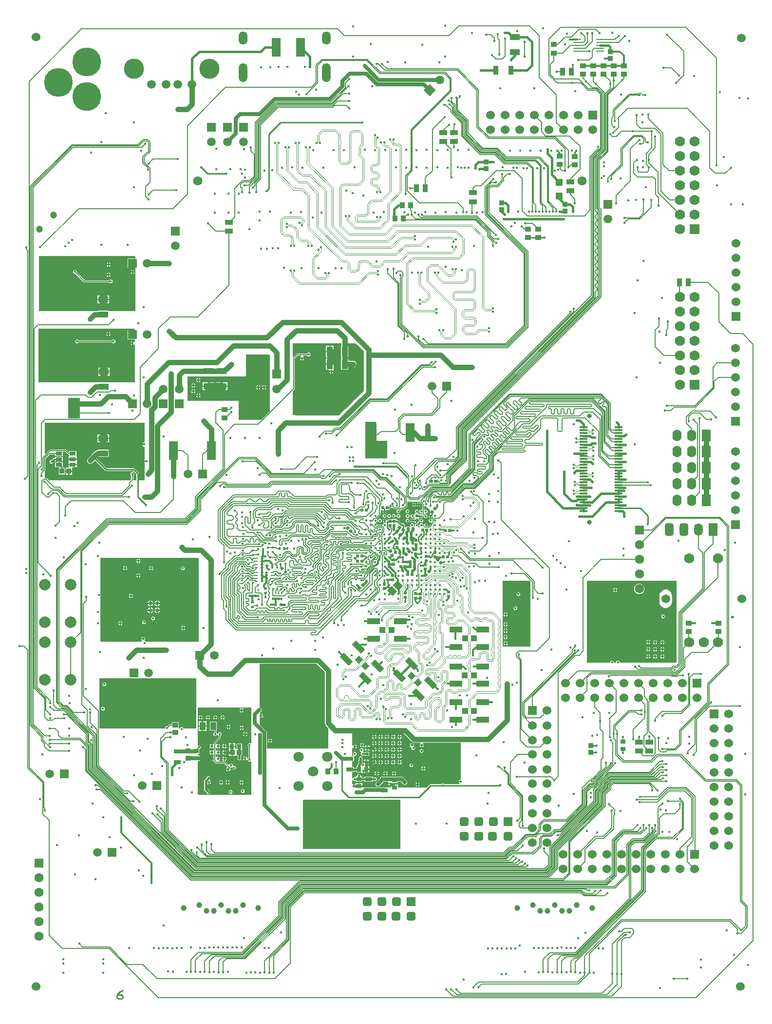
<source format=gbl>
G04 Layer_Physical_Order=6*
G04 Layer_Color=11436288*
%FSLAX25Y25*%
%MOIN*%
G70*
G01*
G75*
%ADD11R,0.04724X0.04724*%
%ADD15R,0.03347X0.03543*%
%ADD16R,0.03543X0.04134*%
%ADD17R,0.03740X0.05315*%
%ADD22R,0.05315X0.03740*%
G04:AMPARAMS|DCode=25|XSize=53.15mil|YSize=43.31mil|CornerRadius=0mil|HoleSize=0mil|Usage=FLASHONLY|Rotation=315.000|XOffset=0mil|YOffset=0mil|HoleType=Round|Shape=Rectangle|*
%AMROTATEDRECTD25*
4,1,4,-0.03410,0.00348,-0.00348,0.03410,0.03410,-0.00348,0.00348,-0.03410,-0.03410,0.00348,0.0*
%
%ADD25ROTATEDRECTD25*%

%ADD28R,0.01772X0.01772*%
%ADD34R,0.03543X0.03347*%
%ADD39R,0.05118X0.02756*%
%ADD40R,0.02047X0.02205*%
%ADD41R,0.02205X0.02047*%
%ADD42R,0.01969X0.01575*%
%ADD43R,0.03347X0.02953*%
%ADD44R,0.01969X0.01969*%
%ADD51R,0.04331X0.02559*%
%ADD64R,0.04134X0.03543*%
%ADD68R,0.06693X0.04331*%
%ADD95R,0.01969X0.01969*%
%ADD96R,0.02953X0.03347*%
%ADD103R,0.04331X0.06693*%
%ADD109P,0.05568X4X270.0*%
G04:AMPARAMS|DCode=110|XSize=39.37mil|YSize=86.61mil|CornerRadius=0mil|HoleSize=0mil|Usage=FLASHONLY|Rotation=225.000|XOffset=0mil|YOffset=0mil|HoleType=Round|Shape=Rectangle|*
%AMROTATEDRECTD110*
4,1,4,-0.01670,0.04454,0.04454,-0.01670,0.01670,-0.04454,-0.04454,0.01670,-0.01670,0.04454,0.0*
%
%ADD110ROTATEDRECTD110*%

%ADD111R,0.03937X0.03937*%
%ADD112R,0.08661X0.03937*%
%ADD116R,0.01575X0.01969*%
%ADD119R,0.01772X0.01772*%
%ADD120R,0.03543X0.02756*%
%ADD133C,0.01772*%
%ADD134C,0.00603*%
%ADD135C,0.03500*%
%ADD136C,0.00900*%
%ADD137C,0.01200*%
%ADD138C,0.01000*%
%ADD139C,0.01500*%
%ADD140C,0.00500*%
%ADD141C,0.02500*%
%ADD142C,0.00600*%
%ADD143C,0.05000*%
%ADD144C,0.00800*%
%ADD145C,0.00430*%
%ADD148C,0.00375*%
%ADD149C,0.00515*%
%ADD150C,0.00700*%
%ADD152C,0.00602*%
%ADD153C,0.00614*%
%ADD155C,0.00740*%
%ADD156C,0.00512*%
%ADD160C,0.06000*%
%ADD161R,0.05906X0.05906*%
%ADD162C,0.05906*%
G04:AMPARAMS|DCode=163|XSize=60mil|YSize=60mil|CornerRadius=15mil|HoleSize=0mil|Usage=FLASHONLY|Rotation=180.000|XOffset=0mil|YOffset=0mil|HoleType=Round|Shape=RoundedRectangle|*
%AMROUNDEDRECTD163*
21,1,0.06000,0.03000,0,0,180.0*
21,1,0.03000,0.06000,0,0,180.0*
1,1,0.03000,-0.01500,0.01500*
1,1,0.03000,0.01500,0.01500*
1,1,0.03000,0.01500,-0.01500*
1,1,0.03000,-0.01500,-0.01500*
%
%ADD163ROUNDEDRECTD163*%
%ADD164R,0.06000X0.06000*%
%ADD165R,0.05906X0.05906*%
%ADD166C,0.07087*%
%ADD167C,0.19685*%
%ADD168O,0.05906X0.12992*%
%ADD169O,0.05906X0.09055*%
%ADD170C,0.13780*%
%ADD171C,0.04724*%
%ADD172P,0.08352X4X90.0*%
%ADD173C,0.03937*%
%ADD174C,0.03150*%
%ADD175R,0.06000X0.06000*%
%ADD176R,0.06299X0.07874*%
%ADD177O,0.06299X0.07874*%
%ADD178C,0.07000*%
G04:AMPARAMS|DCode=179|XSize=60mil|YSize=85mil|CornerRadius=15mil|HoleSize=0mil|Usage=FLASHONLY|Rotation=180.000|XOffset=0mil|YOffset=0mil|HoleType=Round|Shape=RoundedRectangle|*
%AMROUNDEDRECTD179*
21,1,0.06000,0.05500,0,0,180.0*
21,1,0.03000,0.08500,0,0,180.0*
1,1,0.03000,-0.01500,0.02750*
1,1,0.03000,0.01500,0.02750*
1,1,0.03000,0.01500,-0.02750*
1,1,0.03000,-0.01500,-0.02750*
%
%ADD179ROUNDEDRECTD179*%
%ADD180O,0.06000X0.08500*%
%ADD181R,0.06000X0.08500*%
%ADD182R,0.06299X0.06299*%
%ADD183C,0.06299*%
%ADD184R,0.06299X0.06299*%
%ADD185R,0.07000X0.07000*%
%ADD186C,0.07874*%
%ADD187C,0.01969*%
%ADD188C,0.02598*%
G04:AMPARAMS|DCode=228|XSize=20.47mil|YSize=22.05mil|CornerRadius=0mil|HoleSize=0mil|Usage=FLASHONLY|Rotation=225.000|XOffset=0mil|YOffset=0mil|HoleType=Round|Shape=Rectangle|*
%AMROTATEDRECTD228*
4,1,4,-0.00056,0.01503,0.01503,-0.00056,0.00056,-0.01503,-0.01503,0.00056,-0.00056,0.01503,0.0*
%
%ADD228ROTATEDRECTD228*%

G04:AMPARAMS|DCode=229|XSize=15.75mil|YSize=19.69mil|CornerRadius=0mil|HoleSize=0mil|Usage=FLASHONLY|Rotation=135.000|XOffset=0mil|YOffset=0mil|HoleType=Round|Shape=Rectangle|*
%AMROTATEDRECTD229*
4,1,4,0.01253,0.00139,-0.00139,-0.01253,-0.01253,-0.00139,0.00139,0.01253,0.01253,0.00139,0.0*
%
%ADD229ROTATEDRECTD229*%

G04:AMPARAMS|DCode=230|XSize=20.47mil|YSize=22.05mil|CornerRadius=0mil|HoleSize=0mil|Usage=FLASHONLY|Rotation=20.000|XOffset=0mil|YOffset=0mil|HoleType=Round|Shape=Rectangle|*
%AMROTATEDRECTD230*
4,1,4,-0.00585,-0.01386,-0.01339,0.00686,0.00585,0.01386,0.01339,-0.00686,-0.00585,-0.01386,0.0*
%
%ADD230ROTATEDRECTD230*%

G04:AMPARAMS|DCode=231|XSize=20.47mil|YSize=22.05mil|CornerRadius=0mil|HoleSize=0mil|Usage=FLASHONLY|Rotation=135.000|XOffset=0mil|YOffset=0mil|HoleType=Round|Shape=Rectangle|*
%AMROTATEDRECTD231*
4,1,4,0.01503,0.00056,-0.00056,-0.01503,-0.01503,-0.00056,0.00056,0.01503,0.01503,0.00056,0.0*
%
%ADD231ROTATEDRECTD231*%

G04:AMPARAMS|DCode=232|XSize=20.47mil|YSize=22.05mil|CornerRadius=0mil|HoleSize=0mil|Usage=FLASHONLY|Rotation=60.000|XOffset=0mil|YOffset=0mil|HoleType=Round|Shape=Rectangle|*
%AMROTATEDRECTD232*
4,1,4,0.00443,-0.01438,-0.01467,-0.00335,-0.00443,0.01438,0.01467,0.00335,0.00443,-0.01438,0.0*
%
%ADD232ROTATEDRECTD232*%

%ADD233R,0.04134X0.05512*%
%ADD234R,0.05906X0.12600*%
%ADD235R,0.05906X0.12598*%
%ADD236R,0.05906X0.12598*%
%ADD237R,0.02000X0.01100*%
%ADD238R,0.01100X0.02000*%
%ADD239R,0.05701X0.01201*%
%ADD240R,0.03543X0.06102*%
%ADD241O,0.05906X0.00984*%
%ADD242R,0.02559X0.02362*%
%ADD243R,0.03937X0.03543*%
G36*
X487946Y349605D02*
X487946Y294159D01*
X487592Y293806D01*
X449300Y293806D01*
X449136Y294005D01*
X449038Y294499D01*
X448758Y294918D01*
X448340Y295198D01*
X447846Y295296D01*
X447352Y295198D01*
X446933Y294918D01*
X446653Y294499D01*
X446555Y294005D01*
X446391Y293806D01*
X445200D01*
X445036Y294005D01*
X444938Y294499D01*
X444658Y294918D01*
X444240Y295198D01*
X443746Y295296D01*
X443252Y295198D01*
X442833Y294918D01*
X442553Y294499D01*
X442455Y294005D01*
X442291Y293806D01*
X426546D01*
X426546Y349252D01*
X426899Y349605D01*
X487946Y349605D01*
D02*
G37*
G36*
X282346Y458306D02*
Y450701D01*
X280654D01*
X280349Y450640D01*
X280091Y450468D01*
X279919Y450210D01*
X279858Y449905D01*
X279919Y449601D01*
X280091Y449343D01*
X280349Y449171D01*
X280654Y449110D01*
X282346D01*
Y445506D01*
X289946D01*
Y433405D01*
X274846D01*
X274746Y433505D01*
Y439006D01*
Y458306D01*
X274787Y458405D01*
X282246D01*
X282346Y458306D01*
D02*
G37*
G36*
X196746Y263206D02*
X196746Y238794D01*
X196246Y238527D01*
X196140Y238598D01*
X195646Y238696D01*
X195152Y238598D01*
X194733Y238318D01*
X194453Y237899D01*
X194355Y237405D01*
X194453Y236912D01*
X194733Y236493D01*
X194901Y236380D01*
Y228431D01*
X194733Y228318D01*
X194565Y228067D01*
X194094Y228262D01*
X194129Y228437D01*
X194014Y229017D01*
X193685Y229508D01*
X193194Y229837D01*
X193014Y229872D01*
Y228437D01*
Y227002D01*
X193194Y227037D01*
X193685Y227366D01*
X193902Y227690D01*
X194373Y227495D01*
X194355Y227406D01*
X194453Y226912D01*
X194733Y226493D01*
X195152Y226213D01*
X195646Y226115D01*
X196140Y226213D01*
X196246Y226284D01*
X196746Y226017D01*
X196746Y203759D01*
X196392Y203405D01*
X160499Y203405D01*
X160145Y203759D01*
X160146Y226368D01*
X161419D01*
Y228045D01*
X159146D01*
Y228845D01*
X161419D01*
Y230521D01*
X160499D01*
X160146Y230875D01*
Y231510D01*
X161199D01*
Y234632D01*
X161608Y234713D01*
X162027Y234993D01*
X162306Y235412D01*
X162405Y235906D01*
X162306Y236399D01*
X162027Y236818D01*
X161608Y237098D01*
X161114Y237196D01*
X160646Y237103D01*
X160614Y237102D01*
X160146Y237382D01*
X160146Y256281D01*
X160302Y256296D01*
Y256515D01*
X160146Y256530D01*
X160146Y263206D01*
X196746Y263206D01*
D02*
G37*
G36*
X247374Y287506D02*
Y252306D01*
X247374Y252306D01*
X247512Y251612D01*
X247539Y251474D01*
X248010Y250770D01*
X249546Y249234D01*
X249546Y235559D01*
X249192Y235206D01*
X207508Y235206D01*
Y245806D01*
X207381Y246442D01*
X207021Y246981D01*
X202446Y251556D01*
Y255675D01*
X202914Y255975D01*
Y257437D01*
Y259251D01*
X202800Y259337D01*
X202773Y259583D01*
X203389Y260199D01*
X203750Y260738D01*
X203876Y261374D01*
X203750Y262010D01*
X203389Y262549D01*
X202850Y262909D01*
X202446Y262990D01*
X202446Y293234D01*
X241646D01*
X247374Y287506D01*
D02*
G37*
G36*
X302474Y244106D02*
X306810Y239770D01*
X306810Y239770D01*
X307515Y239299D01*
X308346Y239134D01*
X312537D01*
X312688Y238634D01*
X312406Y238445D01*
X312078Y237954D01*
X312042Y237774D01*
X314913D01*
X314877Y237954D01*
X314548Y238445D01*
X314266Y238634D01*
X314418Y239134D01*
X340246D01*
X340246Y213952D01*
X339723Y213848D01*
X339231Y213520D01*
X338903Y213029D01*
X338867Y212849D01*
X340302D01*
Y212049D01*
X338867D01*
X338903Y211869D01*
X339231Y211378D01*
X339443Y211236D01*
X339291Y210736D01*
X328731D01*
X328340Y210998D01*
X327846Y211096D01*
X327352Y210998D01*
X326960Y210736D01*
X319630D01*
X319306Y210672D01*
X319032Y210488D01*
X319032Y210488D01*
X316949Y208405D01*
X297119Y208405D01*
Y210521D01*
X295246D01*
Y208445D01*
X294446D01*
Y210521D01*
X293954D01*
X293803Y210705D01*
X292446D01*
Y209356D01*
X292527Y209291D01*
X292540Y208873D01*
X292180Y208506D01*
X272819Y208506D01*
Y208845D01*
X270546D01*
Y209245D01*
X270146D01*
Y211321D01*
X268272D01*
Y210608D01*
X268144Y210513D01*
X267772Y210386D01*
X267386Y210645D01*
X267206Y210680D01*
Y209245D01*
X266406D01*
Y210680D01*
X266246Y210648D01*
X266157Y210639D01*
X265746Y210904D01*
X265746Y213843D01*
X266246Y213892D01*
X266293Y213652D01*
X266573Y213233D01*
X266992Y212953D01*
X267486Y212855D01*
X267980Y212953D01*
X267992Y212962D01*
X268492Y212695D01*
Y212310D01*
X272599D01*
Y213146D01*
X274207D01*
Y212388D01*
X280085D01*
Y213146D01*
X280822D01*
X281112Y212953D01*
X281606Y212855D01*
X282099Y212953D01*
X282518Y213233D01*
X282798Y213652D01*
X282896Y214146D01*
X282798Y214640D01*
X282518Y215058D01*
X282099Y215338D01*
X281606Y215436D01*
X281112Y215338D01*
X280822Y215145D01*
X280085D01*
Y215904D01*
X274207D01*
Y215145D01*
X272599D01*
Y216022D01*
X272130D01*
X271720Y216523D01*
X271736Y216605D01*
X271638Y217099D01*
X271358Y217518D01*
X270940Y217798D01*
X270446Y217896D01*
X269952Y217798D01*
X269533Y217518D01*
X269253Y217099D01*
X269155Y216605D01*
X269172Y216523D01*
X268761Y216022D01*
X268492D01*
Y215597D01*
X267992Y215330D01*
X267980Y215338D01*
X267486Y215436D01*
X266992Y215338D01*
X266573Y215058D01*
X266293Y214640D01*
X266246Y214399D01*
X265746Y214448D01*
X265746Y218907D01*
X267085D01*
Y219513D01*
X268829D01*
Y218852D01*
X272162D01*
X272374Y218534D01*
X272866Y218206D01*
X273046Y218170D01*
Y219605D01*
X273846D01*
Y218170D01*
X274025Y218206D01*
X274517Y218534D01*
X274582Y218632D01*
X275206D01*
Y220905D01*
Y223179D01*
X274851D01*
X274534Y223565D01*
X274536Y223579D01*
X274488Y223821D01*
X274828Y224321D01*
X275214D01*
Y225505D01*
X274030D01*
Y225133D01*
X273530Y224813D01*
X273246Y224869D01*
X273041Y225037D01*
Y227270D01*
X272798D01*
Y227851D01*
X272838Y227912D01*
X272936Y228405D01*
X272838Y228899D01*
X272558Y229318D01*
X272140Y229598D01*
X271646Y229696D01*
X271152Y229598D01*
X270733Y229318D01*
X270453Y228899D01*
X270355Y228405D01*
X270453Y227912D01*
X270494Y227851D01*
Y227270D01*
X270313D01*
Y225126D01*
X269870Y224684D01*
X269621Y224310D01*
X269533Y223869D01*
X269533Y223869D01*
Y222959D01*
X268829D01*
Y221817D01*
X267085D01*
Y222423D01*
X266099D01*
X265746Y222777D01*
X265746Y226388D01*
X267085D01*
Y229506D01*
X267085Y229506D01*
Y229516D01*
Y229668D01*
X267085Y229707D01*
Y229768D01*
X267092Y229776D01*
X267093Y229777D01*
X267105Y229791D01*
X267107Y229794D01*
X267406Y230134D01*
X267555Y230145D01*
X267685Y230154D01*
X267877Y230192D01*
X268179Y230253D01*
X268598Y230532D01*
X268877Y230951D01*
X268976Y231445D01*
X268877Y231939D01*
X268598Y232358D01*
X268179Y232637D01*
X267685Y232735D01*
X267191Y232637D01*
X266772Y232358D01*
X266493Y231939D01*
X266394Y231445D01*
X266493Y230951D01*
X266645Y230723D01*
X266772Y230532D01*
X266882Y230443D01*
X266958Y230382D01*
X266839Y229987D01*
X266835Y229977D01*
X266823Y229935D01*
X266813Y229904D01*
X266802D01*
X266643Y229904D01*
X266643Y229904D01*
X266641Y229904D01*
X266099D01*
X265746Y230257D01*
X265746Y235747D01*
X266246Y235796D01*
X266246Y235794D01*
X266574Y235303D01*
X267066Y234974D01*
X267246Y234939D01*
Y236374D01*
Y237809D01*
X267066Y237774D01*
X266574Y237445D01*
X266246Y236954D01*
X266246Y236952D01*
X265746Y237001D01*
X265746Y245334D01*
X301246D01*
X302474Y244106D01*
D02*
G37*
G36*
X117511Y571437D02*
Y570507D01*
X117242Y570238D01*
X112313D01*
Y563573D01*
X117511D01*
Y561002D01*
X117495Y561001D01*
Y560810D01*
X117511Y560809D01*
X117511Y537906D01*
Y534205D01*
X99372D01*
Y534333D01*
X91919D01*
Y534205D01*
X71811D01*
X51714Y534205D01*
X51446Y534474D01*
X51446Y571705D01*
X117242Y571705D01*
X117511Y571437D01*
D02*
G37*
G36*
X159146Y282652D02*
X159146Y248605D01*
X150397D01*
X150338Y248899D01*
X150058Y249318D01*
X149640Y249598D01*
X149146Y249696D01*
X148652Y249598D01*
X148233Y249318D01*
X147953Y248899D01*
X147579Y248828D01*
X147194Y249200D01*
Y253216D01*
X142497D01*
Y251707D01*
X141105D01*
X140859Y251658D01*
X140650Y251519D01*
X139565Y250433D01*
X139246Y250496D01*
X138752Y250398D01*
X138333Y250118D01*
X138053Y249699D01*
X137955Y249205D01*
X137975Y249106D01*
X137569Y248605D01*
X93199Y248605D01*
X92846Y248959D01*
X92846Y283005D01*
X158792Y283005D01*
X159146Y282652D01*
D02*
G37*
G36*
X269146Y511205D02*
X273746Y506605D01*
Y497405D01*
Y479705D01*
X267446Y473406D01*
X259633Y465593D01*
X259091Y465758D01*
X259045Y465985D01*
X258717Y466477D01*
X258225Y466805D01*
X258046Y466841D01*
Y465406D01*
X257646D01*
Y465005D01*
X256210D01*
X256246Y464826D01*
X256574Y464334D01*
X257066Y464006D01*
X257294Y463961D01*
X257458Y463418D01*
X257046Y463005D01*
X225146D01*
Y479297D01*
X226400Y480551D01*
X226539Y480760D01*
X226588Y481005D01*
Y501740D01*
X228612Y503763D01*
X230820D01*
X230902Y503506D01*
X230903Y503263D01*
X230474Y502977D01*
X230146Y502485D01*
X230110Y502306D01*
X232981D01*
X232945Y502485D01*
X232617Y502977D01*
X232188Y503263D01*
X232189Y503506D01*
X232271Y503763D01*
X235052D01*
X235233Y503493D01*
X235652Y503213D01*
X236146Y503115D01*
X236640Y503213D01*
X237058Y503493D01*
X237338Y503912D01*
X237436Y504405D01*
X237338Y504899D01*
X237058Y505318D01*
X236640Y505598D01*
X236146Y505696D01*
X235652Y505598D01*
X235233Y505318D01*
X235052Y505048D01*
X228346D01*
X228100Y504999D01*
X227891Y504860D01*
X225646Y502614D01*
X225146Y502821D01*
Y512106D01*
X225187Y512206D01*
X258592D01*
Y510132D01*
X258218D01*
Y502679D01*
X258592D01*
Y501632D01*
X258218D01*
Y494179D01*
X263309D01*
Y495734D01*
X266646D01*
X267477Y495899D01*
X268181Y496370D01*
X268652Y497074D01*
X268817Y497905D01*
X268652Y498737D01*
X268181Y499441D01*
X267477Y499912D01*
X266646Y500077D01*
X263309D01*
Y501632D01*
X262935D01*
Y502679D01*
X263309D01*
Y510132D01*
X262935D01*
Y512206D01*
X268146D01*
X269146Y511205D01*
D02*
G37*
G36*
X312580Y403905D02*
X312587Y403898D01*
Y403478D01*
X312636Y403232D01*
X312776Y403023D01*
X313971Y401828D01*
Y398460D01*
X313601Y398267D01*
X313428Y398339D01*
X313098Y398382D01*
X312767Y398339D01*
X312459Y398211D01*
X312195Y398008D01*
X311992Y397744D01*
X311864Y397436D01*
X311821Y397106D01*
X311864Y396775D01*
X311992Y396467D01*
X312195Y396203D01*
X312459Y396000D01*
X312767Y395872D01*
X313098Y395829D01*
X313428Y395872D01*
X313601Y395944D01*
X313971Y395752D01*
Y395387D01*
X314001Y395235D01*
X313726Y395012D01*
X313699Y395001D01*
X313686Y395011D01*
X313378Y395139D01*
X313047Y395182D01*
X312717Y395139D01*
X312451Y395028D01*
X311449D01*
Y395623D01*
X310458D01*
X310379Y395972D01*
X310686Y396100D01*
X310951Y396303D01*
X311154Y396567D01*
X311281Y396875D01*
X311325Y397205D01*
X311281Y397536D01*
X311154Y397844D01*
X310951Y398108D01*
X310686Y398311D01*
X310379Y398439D01*
X310048Y398482D01*
X309718Y398439D01*
X309410Y398311D01*
X309145Y398108D01*
X308942Y397844D01*
X308815Y397536D01*
X308771Y397205D01*
X308815Y396875D01*
X308942Y396567D01*
X309145Y396303D01*
X309410Y396100D01*
X309718Y395972D01*
X309638Y395623D01*
X308642D01*
Y394491D01*
X308279Y394436D01*
X308151Y394744D01*
X307948Y395008D01*
X307684Y395211D01*
X307376Y395339D01*
X307046Y395382D01*
X306715Y395339D01*
X306407Y395211D01*
X306143Y395008D01*
X305940Y394744D01*
X305812Y394436D01*
X305769Y394106D01*
X305812Y393775D01*
X305940Y393467D01*
X306143Y393203D01*
X306407Y393000D01*
X306715Y392872D01*
X307046Y392829D01*
X307376Y392872D01*
X307684Y393000D01*
X307948Y393203D01*
X308151Y393467D01*
X308279Y393775D01*
X308642Y393720D01*
Y392942D01*
Y392934D01*
X308622Y392572D01*
Y392567D01*
X308622Y392297D01*
Y391420D01*
X311469D01*
Y392297D01*
X311469Y392567D01*
Y392572D01*
X311452Y392883D01*
X311519Y393090D01*
X311592Y393253D01*
X311952D01*
X312144Y393003D01*
X312409Y392800D01*
X312717Y392672D01*
X313047Y392629D01*
X313378Y392672D01*
X313686Y392800D01*
X313950Y393003D01*
X314153Y393267D01*
X314281Y393575D01*
X314324Y393905D01*
X314281Y394236D01*
X314244Y394325D01*
X314557Y394534D01*
X314912Y394180D01*
X314869Y393854D01*
X314912Y393524D01*
X315040Y393216D01*
X315243Y392951D01*
X315507Y392749D01*
X315815Y392621D01*
X316146Y392578D01*
X316476Y392621D01*
X316784Y392749D01*
X317049Y392951D01*
X317251Y393216D01*
X317379Y393524D01*
X317422Y393854D01*
X317379Y394185D01*
X317251Y394493D01*
X317049Y394757D01*
X316784Y394960D01*
X316476Y395088D01*
X316146Y395131D01*
X315820Y395088D01*
X315430Y395478D01*
X315453Y395669D01*
X315846Y395899D01*
X315915Y395871D01*
X316246Y395827D01*
X316576Y395871D01*
X316884Y395998D01*
X317148Y396201D01*
X317351Y396466D01*
X317479Y396774D01*
X317522Y397104D01*
X317479Y397434D01*
X317351Y397742D01*
X317148Y398007D01*
X316884Y398210D01*
X316576Y398337D01*
X316246Y398381D01*
X315915Y398337D01*
X315607Y398210D01*
X315256Y398406D01*
Y400987D01*
X315595Y401136D01*
X319082Y397933D01*
X319090Y397563D01*
X318319Y396792D01*
X319359Y395752D01*
X319226Y395361D01*
X319204Y395358D01*
X318892Y395229D01*
X318623Y395023D01*
X318417Y394754D01*
X318293Y394456D01*
X319540D01*
Y394106D01*
X319890D01*
Y392859D01*
X320189Y392982D01*
X320457Y393189D01*
X320663Y393457D01*
X320793Y393770D01*
X321146Y393697D01*
Y392563D01*
X320670Y392088D01*
X320214Y392038D01*
X320184Y392061D01*
X319876Y392188D01*
X319546Y392232D01*
X319215Y392188D01*
X318907Y392061D01*
X318643Y391858D01*
X318440Y391594D01*
X318312Y391286D01*
X318269Y390955D01*
X318312Y390625D01*
X318440Y390317D01*
X318643Y390052D01*
X318907Y389849D01*
X319215Y389722D01*
X319546Y389678D01*
X319876Y389722D01*
X319893Y389729D01*
X320103Y389415D01*
X319911Y389223D01*
X319771Y389015D01*
X319722Y388769D01*
Y387991D01*
X318680Y386948D01*
X317793D01*
X317586Y387318D01*
X317643Y387456D01*
X316396D01*
Y387806D01*
X316046D01*
Y389052D01*
X315748Y388929D01*
X315479Y388723D01*
X315273Y388454D01*
X315203Y388286D01*
X314802Y388165D01*
X314707Y388259D01*
X314499Y388398D01*
X314358Y388426D01*
X314351Y388443D01*
X314148Y388707D01*
X313884Y388910D01*
X313576Y389038D01*
X313246Y389081D01*
X312915Y389038D01*
X312607Y388910D01*
X312343Y388707D01*
X312140Y388443D01*
X312012Y388135D01*
X311969Y387805D01*
X312012Y387474D01*
X312140Y387166D01*
X312343Y386902D01*
X312607Y386699D01*
X312650Y386681D01*
X312576Y386312D01*
X310986Y386319D01*
X310861Y386689D01*
X310997Y386794D01*
X311200Y387058D01*
X311328Y387366D01*
X311371Y387696D01*
X311328Y388027D01*
X311200Y388335D01*
X310997Y388599D01*
X310733Y388802D01*
X310425Y388930D01*
X310094Y388973D01*
X309764Y388930D01*
X309456Y388802D01*
X309192Y388599D01*
X308989Y388335D01*
X308861Y388027D01*
X308818Y387696D01*
X308861Y387366D01*
X308989Y387058D01*
X309023Y387013D01*
X308790Y386709D01*
X308166D01*
X307984Y387079D01*
X308051Y387167D01*
X308179Y387475D01*
X308222Y387806D01*
X308179Y388136D01*
X308051Y388444D01*
X307849Y388708D01*
X307584Y388911D01*
X307276Y389039D01*
X306946Y389082D01*
X306615Y389039D01*
X306307Y388911D01*
X306043Y388708D01*
X305840Y388444D01*
X305712Y388136D01*
X305669Y387806D01*
X305712Y387475D01*
X305840Y387167D01*
X305908Y387079D01*
X305904Y386937D01*
X305725Y386709D01*
X302828D01*
Y386618D01*
X302566Y386357D01*
X301829Y386360D01*
Y387354D01*
X301879Y387475D01*
X301922Y387806D01*
X301879Y388136D01*
X301751Y388444D01*
X301549Y388708D01*
X301284Y388911D01*
X300976Y389039D01*
X300646Y389082D01*
X300315Y389039D01*
X300007Y388911D01*
X299773Y388732D01*
X297376Y391129D01*
X297192Y391270D01*
X296978Y391359D01*
X296748Y391389D01*
X296049D01*
Y391984D01*
X293242D01*
Y391984D01*
X293149Y391884D01*
X290342D01*
Y391263D01*
X290312Y391259D01*
X290098Y391170D01*
X289914Y391029D01*
X289844Y390959D01*
X289454Y391092D01*
X289447Y391141D01*
X289318Y391454D01*
X289111Y391723D01*
X288843Y391929D01*
X288545Y392052D01*
Y390806D01*
Y389383D01*
X288666Y389284D01*
X288461Y389112D01*
X288319Y389056D01*
X288055Y389091D01*
X287724Y389048D01*
X287416Y388920D01*
X287152Y388717D01*
X286949Y388453D01*
X286821Y388145D01*
X286818Y388119D01*
X286427Y387986D01*
X286414Y388000D01*
X286272Y388109D01*
X286106Y388177D01*
X285928Y388201D01*
X285928Y388201D01*
X283568D01*
X283390Y388177D01*
X283364Y388167D01*
X283226Y388193D01*
X283009Y388291D01*
X282935Y388353D01*
X282854Y388548D01*
X282651Y388813D01*
X282386Y389016D01*
X282079Y389143D01*
X281805Y389179D01*
X281830Y389540D01*
X282160Y389583D01*
X282468Y389711D01*
X282733Y389914D01*
X282936Y390178D01*
X283063Y390486D01*
X283107Y390816D01*
X283063Y391147D01*
X282936Y391455D01*
X282832Y391589D01*
X282736Y391733D01*
X282836Y392107D01*
X284981Y394252D01*
X285090Y394394D01*
X285131Y394492D01*
X285159Y394560D01*
X285171Y394649D01*
X285182Y394738D01*
X285182Y394738D01*
Y396042D01*
X285446Y396305D01*
Y398182D01*
X286708D01*
X286845Y397972D01*
X286905Y397812D01*
X286799Y397555D01*
X289293D01*
X289169Y397854D01*
X289368Y398202D01*
X291278D01*
Y398832D01*
X291289Y398837D01*
X291473Y398978D01*
X292035Y399540D01*
X293922Y399521D01*
X294407Y399036D01*
X294616Y398896D01*
X294862Y398847D01*
X297074D01*
X297319Y398896D01*
X297528Y399036D01*
X298025Y399533D01*
X298394Y399550D01*
X298543Y399212D01*
X297771Y398439D01*
X297446Y398482D01*
X297115Y398439D01*
X296807Y398311D01*
X296543Y398108D01*
X296340Y397844D01*
X296212Y397536D01*
X296169Y397205D01*
X296212Y396875D01*
X296340Y396567D01*
X296543Y396303D01*
X296807Y396100D01*
X297115Y395972D01*
X297446Y395929D01*
X297776Y395972D01*
X298084Y396100D01*
X298348Y396303D01*
X298551Y396567D01*
X298679Y396875D01*
X298722Y397205D01*
X298680Y397531D01*
X299912Y398763D01*
X301498D01*
X301744Y398812D01*
X301952Y398951D01*
X303276Y400275D01*
X303415Y400483D01*
X303464Y400729D01*
Y403644D01*
X303726Y403905D01*
X312580Y403905D01*
D02*
G37*
G36*
X117259Y521792D02*
Y521528D01*
X116969Y521238D01*
X112313D01*
Y514573D01*
X117311D01*
Y513048D01*
X116931Y512953D01*
X116887Y513035D01*
X116701Y513261D01*
X116475Y513447D01*
X116217Y513585D01*
X116046Y513637D01*
Y512206D01*
Y510774D01*
X116217Y510826D01*
X116475Y510964D01*
X116701Y511150D01*
X116887Y511376D01*
X116931Y511458D01*
X117311Y511363D01*
X117311Y489106D01*
Y485405D01*
X71611D01*
X51514Y485405D01*
X51246Y485674D01*
X51246Y522082D01*
X116969Y522082D01*
X117259Y521792D01*
D02*
G37*
G36*
X123946Y444751D02*
X123646Y444398D01*
X123354Y444370D01*
X123074Y444285D01*
X122816Y444147D01*
X122590Y443961D01*
X122404Y443735D01*
X122266Y443477D01*
X122214Y443305D01*
X123646D01*
Y442506D01*
X122214D01*
X122266Y442334D01*
X122404Y442076D01*
X122590Y441850D01*
X122816Y441664D01*
X123074Y441526D01*
X123354Y441441D01*
X123646Y441412D01*
X123946Y441060D01*
Y435106D01*
Y432285D01*
X123904Y432235D01*
X123766Y431977D01*
X123714Y431806D01*
X125146D01*
Y431005D01*
X123714D01*
X123766Y430834D01*
X123904Y430576D01*
X123946Y430526D01*
X123946Y418505D01*
X120302D01*
X120033Y418774D01*
Y423105D01*
X120003Y423335D01*
X119951Y423461D01*
X119914Y423549D01*
X119773Y423733D01*
X117173Y426333D01*
X116990Y426474D01*
X116775Y426563D01*
X116546Y426593D01*
X98013D01*
X91129Y433478D01*
X91656Y434005D01*
X91919Y434242D01*
Y434242D01*
X91919Y434242D01*
X99372D01*
Y439333D01*
X91919D01*
Y438928D01*
X91412D01*
X91412Y438928D01*
X90994Y438887D01*
X90592Y438765D01*
X90223Y438567D01*
X89898Y438301D01*
X87816Y436219D01*
X85074Y433477D01*
X84808Y433153D01*
X84610Y432783D01*
X84488Y432381D01*
X84447Y431963D01*
X84488Y431546D01*
X84610Y431144D01*
X84808Y430774D01*
X85074Y430450D01*
X85399Y430184D01*
X85769Y429986D01*
X86170Y429864D01*
X86588Y429823D01*
X87005Y429864D01*
X87407Y429986D01*
X87777Y430184D01*
X88101Y430450D01*
X89873Y432222D01*
X97018Y425078D01*
X97202Y424937D01*
X97416Y424848D01*
X97646Y424818D01*
X116178D01*
X118258Y422738D01*
Y418505D01*
X116530D01*
X116232Y418886D01*
Y421914D01*
X116349Y422003D01*
X116551Y422267D01*
X116679Y422575D01*
X116722Y422905D01*
X116679Y423236D01*
X116551Y423544D01*
X116349Y423808D01*
X116084Y424011D01*
X115776Y424139D01*
X115446Y424182D01*
X115115Y424139D01*
X114807Y424011D01*
X114543Y423808D01*
X114340Y423544D01*
X114212Y423236D01*
X114169Y422905D01*
X114212Y422575D01*
X114340Y422267D01*
X114543Y422003D01*
X114659Y421914D01*
Y419031D01*
X114133Y418505D01*
X58358Y418505D01*
X57236Y419628D01*
X57073Y419753D01*
X57018Y419776D01*
X56884Y419831D01*
X56680Y419858D01*
X55646D01*
Y424921D01*
X55739Y425061D01*
X55788Y425306D01*
Y433040D01*
X58752Y436003D01*
X62676D01*
Y434986D01*
X67767D01*
Y438063D01*
X69580D01*
X71451Y436192D01*
X71660Y436052D01*
X71905Y436003D01*
X72125Y435784D01*
Y435165D01*
X72125Y435074D01*
X71905Y434785D01*
Y434757D01*
X71905Y434697D01*
Y433306D01*
X77435D01*
Y434697D01*
X77435Y434757D01*
Y434785D01*
X77215Y435074D01*
X77215Y435165D01*
Y438305D01*
X72125D01*
Y437831D01*
X71774Y437686D01*
X70300Y439160D01*
X70091Y439299D01*
X69846Y439348D01*
X59301D01*
X59055Y439299D01*
X58847Y439160D01*
X55997Y436309D01*
X55646Y436455D01*
X55646Y457905D01*
X113480Y457905D01*
X123946D01*
Y444751D01*
D02*
G37*
G36*
X79446Y460687D02*
X71646D01*
Y474606D01*
X79446D01*
Y460687D01*
D02*
G37*
G36*
X160746Y365152D02*
X160746Y308559D01*
X160392Y308205D01*
X124724Y308206D01*
X124425Y308405D01*
X124124Y308465D01*
X124037Y308637D01*
X123959Y309008D01*
X124226Y309406D01*
X124262Y309586D01*
X121391D01*
X121427Y309406D01*
X121755Y308915D01*
X122068Y308705D01*
X121917Y308206D01*
X93646Y308206D01*
X93646Y339135D01*
X93882Y339489D01*
X93918Y339668D01*
X92483D01*
Y340469D01*
X93918D01*
X93882Y340648D01*
X93646Y341002D01*
X93646Y365506D01*
X160392Y365506D01*
X160746Y365152D01*
D02*
G37*
G36*
X387946Y349533D02*
X387946Y305159D01*
X387592Y304805D01*
X368858Y304805D01*
Y306918D01*
X369002Y306932D01*
Y307279D01*
X368858Y307294D01*
X368858Y311118D01*
X369002Y311132D01*
Y311479D01*
X368858Y311494D01*
Y315417D01*
X369002Y315432D01*
Y315779D01*
X368858Y315794D01*
Y319817D01*
X369002Y319832D01*
Y320179D01*
X368858Y320194D01*
X368858Y326617D01*
X369002Y326632D01*
Y326979D01*
X368858Y326994D01*
X368858Y349905D01*
X387573D01*
X387946Y349533D01*
D02*
G37*
G36*
X209646Y504052D02*
X209646Y465614D01*
X203737Y459705D01*
X188246D01*
Y472905D01*
X153146D01*
Y489405D01*
X193146D01*
Y504405D01*
X209292D01*
X209646Y504052D01*
D02*
G37*
G36*
X298392Y199906D02*
X298746Y199552D01*
X298746Y166506D01*
X232346Y166506D01*
X232346Y199552D01*
X232699Y199906D01*
X298392Y199906D01*
D02*
G37*
%LPC*%
G36*
X290046Y244603D02*
Y243467D01*
X291181D01*
X291138Y243685D01*
X290788Y244209D01*
X290264Y244559D01*
X290046Y244603D01*
D02*
G37*
G36*
X281384D02*
Y243467D01*
X282520D01*
X282477Y243685D01*
X282126Y244209D01*
X281602Y244559D01*
X281384Y244603D01*
D02*
G37*
G36*
X284915D02*
X284697Y244559D01*
X284173Y244209D01*
X283823Y243685D01*
X283779Y243467D01*
X284915D01*
Y244603D01*
D02*
G37*
G36*
X285715D02*
Y243467D01*
X286851D01*
X286807Y243685D01*
X286457Y244209D01*
X285933Y244559D01*
X285715Y244603D01*
D02*
G37*
G36*
X289246D02*
X289028Y244559D01*
X288504Y244209D01*
X288153Y243685D01*
X288110Y243467D01*
X289246D01*
Y244603D01*
D02*
G37*
G36*
X280584D02*
X280366Y244559D01*
X279842Y244209D01*
X279492Y243685D01*
X279449Y243467D01*
X280584D01*
Y244603D01*
D02*
G37*
G36*
X293576Y242667D02*
X292441D01*
X292484Y242449D01*
X292834Y241925D01*
X293358Y241575D01*
X293576Y241531D01*
Y242667D01*
D02*
G37*
G36*
X295512D02*
X294376D01*
Y241531D01*
X294595Y241575D01*
X295119Y241925D01*
X295469Y242449D01*
X295512Y242667D01*
D02*
G37*
G36*
X291181D02*
X290046D01*
Y241531D01*
X290264Y241575D01*
X290788Y241925D01*
X291138Y242449D01*
X291181Y242667D01*
D02*
G37*
G36*
X178876Y238272D02*
Y237136D01*
X180012D01*
X179969Y237354D01*
X179619Y237878D01*
X179095Y238229D01*
X178876Y238272D01*
D02*
G37*
G36*
X192277Y244474D02*
X191242D01*
X191278Y244294D01*
X191606Y243803D01*
X192097Y243474D01*
X192277Y243439D01*
Y244474D01*
D02*
G37*
G36*
X194113D02*
X193077D01*
Y243439D01*
X193257Y243474D01*
X193748Y243803D01*
X194077Y244294D01*
X194113Y244474D01*
D02*
G37*
G36*
X297907Y242667D02*
X296771D01*
X296815Y242449D01*
X297165Y241925D01*
X297689Y241575D01*
X297907Y241531D01*
Y242667D01*
D02*
G37*
G36*
X299843D02*
X298707D01*
Y241531D01*
X298925Y241575D01*
X299449Y241925D01*
X299799Y242449D01*
X299843Y242667D01*
D02*
G37*
G36*
X293576Y244603D02*
X293358Y244559D01*
X292834Y244209D01*
X292484Y243685D01*
X292441Y243467D01*
X293576D01*
Y244603D01*
D02*
G37*
G36*
X178076Y238272D02*
X177858Y238229D01*
X177334Y237878D01*
X176984Y237354D01*
X176941Y237136D01*
X178076D01*
Y238272D01*
D02*
G37*
G36*
X189738Y250633D02*
X189558Y250597D01*
X189067Y250269D01*
X188738Y249777D01*
X188702Y249598D01*
X189738D01*
Y250633D01*
D02*
G37*
G36*
X180809Y249443D02*
X179773D01*
X179809Y249263D01*
X180137Y248771D01*
X180629Y248443D01*
X180809Y248407D01*
Y249443D01*
D02*
G37*
G36*
X182644D02*
X181609D01*
Y248407D01*
X181788Y248443D01*
X182280Y248771D01*
X182608Y249263D01*
X182644Y249443D01*
D02*
G37*
G36*
X181609Y251278D02*
Y250242D01*
X182644D01*
X182608Y250422D01*
X182280Y250914D01*
X181788Y251242D01*
X181609Y251278D01*
D02*
G37*
G36*
X163005Y253761D02*
X160739D01*
Y250805D01*
X163005D01*
Y253761D01*
D02*
G37*
G36*
X190538Y250633D02*
Y249598D01*
X191573D01*
X191537Y249777D01*
X191209Y250269D01*
X190717Y250597D01*
X190538Y250633D01*
D02*
G37*
G36*
X180809Y251278D02*
X180629Y251242D01*
X180137Y250914D01*
X179809Y250422D01*
X179773Y250242D01*
X180809D01*
Y251278D01*
D02*
G37*
G36*
X191573Y248798D02*
X190538D01*
Y247762D01*
X190717Y247798D01*
X191209Y248126D01*
X191537Y248618D01*
X191573Y248798D01*
D02*
G37*
G36*
X298707Y244603D02*
Y243467D01*
X299843D01*
X299815Y243605D01*
X299799Y243685D01*
X299449Y244209D01*
X298925Y244559D01*
X298707Y244603D01*
D02*
G37*
G36*
X192277Y246309D02*
X192097Y246274D01*
X191606Y245945D01*
X191278Y245454D01*
X191242Y245274D01*
X192277D01*
Y246309D01*
D02*
G37*
G36*
X294376Y244603D02*
Y243467D01*
X295512D01*
X295469Y243685D01*
X295119Y244209D01*
X294595Y244559D01*
X294376Y244603D01*
D02*
G37*
G36*
X297907D02*
X297689Y244559D01*
X297165Y244209D01*
X296815Y243685D01*
X296799Y243605D01*
X296771Y243467D01*
X297907D01*
Y244603D01*
D02*
G37*
G36*
X166072Y250006D02*
X163805D01*
Y247050D01*
X166072D01*
Y250006D01*
D02*
G37*
G36*
X189738Y248798D02*
X188702D01*
X188738Y248618D01*
X189067Y248126D01*
X189558Y247798D01*
X189738Y247762D01*
Y248798D01*
D02*
G37*
G36*
X193077Y246309D02*
Y245274D01*
X194113D01*
X194077Y245454D01*
X193748Y245945D01*
X193257Y246274D01*
X193077Y246309D01*
D02*
G37*
G36*
X163005Y250006D02*
X160739D01*
Y247050D01*
X163005D01*
Y250006D01*
D02*
G37*
G36*
X289246Y242667D02*
X288110D01*
X288153Y242449D01*
X288504Y241925D01*
X289028Y241575D01*
X289246Y241531D01*
Y242667D01*
D02*
G37*
G36*
X306346Y238794D02*
X306166Y238758D01*
X305674Y238429D01*
X305346Y237938D01*
X305310Y237758D01*
X306346D01*
Y238794D01*
D02*
G37*
G36*
X307146D02*
Y237758D01*
X308181D01*
X308145Y237938D01*
X307817Y238429D01*
X307325Y238758D01*
X307146Y238794D01*
D02*
G37*
G36*
X284915Y238336D02*
X283779D01*
X283823Y238118D01*
X284173Y237594D01*
X284697Y237244D01*
X284915Y237200D01*
Y238336D01*
D02*
G37*
G36*
X272998Y238788D02*
Y237753D01*
X274034D01*
X273998Y237932D01*
X273670Y238424D01*
X273178Y238752D01*
X272998Y238788D01*
D02*
G37*
G36*
X211081Y240041D02*
X210046D01*
Y239006D01*
X210225Y239041D01*
X210717Y239370D01*
X211045Y239861D01*
X211081Y240041D01*
D02*
G37*
G36*
X280584Y240272D02*
X280366Y240229D01*
X279842Y239878D01*
X279492Y239354D01*
X279449Y239136D01*
X280584D01*
Y240272D01*
D02*
G37*
G36*
X173333Y253541D02*
X168439D01*
Y247270D01*
X171503D01*
Y245999D01*
X171233Y245818D01*
X170953Y245399D01*
X170855Y244905D01*
X170953Y244412D01*
X171233Y243993D01*
X171652Y243713D01*
X172146Y243615D01*
X172640Y243713D01*
X173058Y243993D01*
X173204Y244212D01*
X173338Y244412D01*
X173383Y244638D01*
X173646Y244659D01*
X173908Y244638D01*
X173953Y244412D01*
X174087Y244212D01*
X174233Y243993D01*
X174503Y243812D01*
Y242672D01*
X171492Y239660D01*
X171352Y239451D01*
X171303Y239206D01*
Y238192D01*
X170803Y237981D01*
X170433Y238229D01*
X170215Y238272D01*
Y236736D01*
Y235201D01*
X170433Y235244D01*
X170803Y235491D01*
X171303Y235281D01*
Y233861D01*
X170803Y233650D01*
X170433Y233898D01*
X170215Y233941D01*
Y232405D01*
Y230870D01*
X170433Y230913D01*
X170803Y231161D01*
X171303Y230950D01*
Y229530D01*
X170803Y229320D01*
X170433Y229567D01*
X170215Y229610D01*
Y228075D01*
Y226539D01*
X170433Y226583D01*
X170803Y226830D01*
X171303Y226619D01*
Y226606D01*
X171352Y226360D01*
X171492Y226151D01*
X172792Y224851D01*
X173000Y224712D01*
X173246Y224663D01*
X178636D01*
X180474Y222825D01*
X180346Y222246D01*
X180029Y222035D01*
X179701Y221543D01*
X179665Y221363D01*
X181100D01*
Y220964D01*
X181500D01*
Y219528D01*
X181680Y219564D01*
X182171Y219892D01*
X182500Y220384D01*
X182615Y220964D01*
X182848Y221247D01*
X184063D01*
X184233Y220993D01*
X184652Y220713D01*
X185146Y220615D01*
X185640Y220713D01*
X186058Y220993D01*
X186338Y221412D01*
X186436Y221905D01*
X186338Y222399D01*
X186058Y222818D01*
X185640Y223098D01*
X185146Y223196D01*
X184920Y223151D01*
X184511Y223377D01*
X184437Y223526D01*
X184345Y223985D01*
X184017Y224477D01*
X183525Y224805D01*
X183346Y224841D01*
Y223406D01*
X182546D01*
Y224841D01*
X182366Y224805D01*
X181874Y224477D01*
X181663Y224160D01*
X181084Y224032D01*
X179356Y225760D01*
X179148Y225899D01*
X178902Y225948D01*
X173902D01*
X173752Y226127D01*
X173946Y226424D01*
X174069Y226475D01*
X174146Y226460D01*
X174764Y226583D01*
X175288Y226933D01*
X175638Y227457D01*
X175681Y227675D01*
X174146D01*
Y228075D01*
X173746D01*
Y229610D01*
X173528Y229567D01*
X173088Y229274D01*
X172776Y229369D01*
X172588Y229495D01*
Y230985D01*
X172776Y231111D01*
X173088Y231207D01*
X173528Y230913D01*
X173746Y230870D01*
Y232405D01*
Y233941D01*
X173528Y233898D01*
X173088Y233604D01*
X172776Y233700D01*
X172588Y233826D01*
Y235316D01*
X172776Y235442D01*
X173088Y235538D01*
X173528Y235244D01*
X173746Y235201D01*
Y236736D01*
Y238272D01*
X173528Y238229D01*
X173088Y237935D01*
X172776Y238030D01*
X172588Y238156D01*
Y238939D01*
X175600Y241951D01*
X175739Y242160D01*
X175788Y242406D01*
Y243812D01*
X176058Y243993D01*
X176338Y244412D01*
X176436Y244905D01*
X176338Y245399D01*
X176058Y245818D01*
X175640Y246098D01*
X175146Y246196D01*
X174652Y246098D01*
X174233Y245818D01*
X174087Y245600D01*
X173953Y245399D01*
X173908Y245174D01*
X173646Y245152D01*
X173383Y245174D01*
X173338Y245399D01*
X173204Y245600D01*
X173058Y245818D01*
X172788Y245999D01*
Y247270D01*
X173333D01*
Y253541D01*
D02*
G37*
G36*
X209246Y240041D02*
X208210D01*
X208246Y239861D01*
X208574Y239370D01*
X209066Y239041D01*
X209246Y239006D01*
Y240041D01*
D02*
G37*
G36*
X286851Y238336D02*
X285715D01*
Y237200D01*
X285933Y237244D01*
X286457Y237594D01*
X286807Y238118D01*
X286851Y238336D01*
D02*
G37*
G36*
X293576D02*
X292441D01*
X292484Y238118D01*
X292834Y237594D01*
X293358Y237244D01*
X293576Y237200D01*
Y238336D01*
D02*
G37*
G36*
X289246D02*
X288110D01*
X288153Y238118D01*
X288504Y237594D01*
X289028Y237244D01*
X289246Y237200D01*
Y238336D01*
D02*
G37*
G36*
X291181D02*
X290046D01*
Y237200D01*
X290264Y237244D01*
X290788Y237594D01*
X291138Y238118D01*
X291181Y238336D01*
D02*
G37*
G36*
X299843D02*
X298707D01*
Y237200D01*
X298925Y237244D01*
X299449Y237594D01*
X299799Y238118D01*
X299843Y238336D01*
D02*
G37*
G36*
X272198Y238788D02*
X272019Y238752D01*
X271527Y238424D01*
X271199Y237932D01*
X271163Y237753D01*
X272198D01*
Y238788D01*
D02*
G37*
G36*
X295512Y238336D02*
X294376D01*
Y237200D01*
X294595Y237244D01*
X295119Y237594D01*
X295469Y238118D01*
X295512Y238336D01*
D02*
G37*
G36*
X297907D02*
X296771D01*
X296815Y238118D01*
X297165Y237594D01*
X297689Y237244D01*
X297907Y237200D01*
Y238336D01*
D02*
G37*
G36*
X281384Y240272D02*
Y239136D01*
X282520D01*
X282477Y239354D01*
X282126Y239878D01*
X281602Y240229D01*
X281384Y240272D01*
D02*
G37*
G36*
X209246Y241876D02*
X209066Y241841D01*
X208574Y241512D01*
X208246Y241021D01*
X208210Y240841D01*
X209246D01*
Y241876D01*
D02*
G37*
G36*
X210046D02*
Y240841D01*
X211081D01*
X211045Y241021D01*
X210717Y241512D01*
X210225Y241841D01*
X210046Y241876D01*
D02*
G37*
G36*
X298707Y240272D02*
Y239136D01*
X299843D01*
X299799Y239354D01*
X299449Y239878D01*
X298925Y240229D01*
X298707Y240272D01*
D02*
G37*
G36*
X280584Y238336D02*
X279449D01*
X279492Y238118D01*
X279842Y237594D01*
X280366Y237244D01*
X280584Y237200D01*
Y238336D01*
D02*
G37*
G36*
X284915Y242667D02*
X283779D01*
X283823Y242449D01*
X284173Y241925D01*
X284697Y241575D01*
X284915Y241531D01*
Y242667D01*
D02*
G37*
G36*
X286851D02*
X285715D01*
Y241531D01*
X285933Y241575D01*
X286457Y241925D01*
X286807Y242449D01*
X286851Y242667D01*
D02*
G37*
G36*
X280584D02*
X279449D01*
X279492Y242449D01*
X279842Y241925D01*
X280366Y241575D01*
X280584Y241531D01*
Y242667D01*
D02*
G37*
G36*
X282520D02*
X281384D01*
Y241531D01*
X281602Y241575D01*
X282126Y241925D01*
X282477Y242449D01*
X282520Y242667D01*
D02*
G37*
G36*
X285715Y240272D02*
Y239136D01*
X286851D01*
X286807Y239354D01*
X286457Y239878D01*
X285933Y240229D01*
X285715Y240272D01*
D02*
G37*
G36*
X289246D02*
X289028Y240229D01*
X288504Y239878D01*
X288153Y239354D01*
X288110Y239136D01*
X289246D01*
Y240272D01*
D02*
G37*
G36*
X284915D02*
X284697Y240229D01*
X284173Y239878D01*
X283823Y239354D01*
X283779Y239136D01*
X284915D01*
Y240272D01*
D02*
G37*
G36*
X282520Y238336D02*
X281384D01*
Y237200D01*
X281602Y237244D01*
X282126Y237594D01*
X282477Y238118D01*
X282520Y238336D01*
D02*
G37*
G36*
X294376Y240272D02*
Y239136D01*
X295512D01*
X295469Y239354D01*
X295119Y239878D01*
X294595Y240229D01*
X294376Y240272D01*
D02*
G37*
G36*
X297907D02*
X297689Y240229D01*
X297165Y239878D01*
X296815Y239354D01*
X296771Y239136D01*
X297907D01*
Y240272D01*
D02*
G37*
G36*
X290046D02*
Y239136D01*
X291181D01*
X291138Y239354D01*
X290788Y239878D01*
X290646Y239973D01*
D01*
X290264Y240229D01*
X290046Y240272D01*
D02*
G37*
G36*
X293576D02*
X293358Y240229D01*
X292834Y239878D01*
X292484Y239354D01*
X292441Y239136D01*
X293576D01*
Y240272D01*
D02*
G37*
G36*
X474681Y297605D02*
X473646D01*
Y296570D01*
X473825Y296606D01*
X474317Y296934D01*
X474645Y297426D01*
X474681Y297605D01*
D02*
G37*
G36*
X477746D02*
X476710D01*
X476746Y297426D01*
X477074Y296934D01*
X477566Y296606D01*
X477746Y296570D01*
Y297605D01*
D02*
G37*
G36*
X96285Y280236D02*
X95791Y280137D01*
X95372Y279857D01*
X95093Y279439D01*
X94994Y278945D01*
X95093Y278451D01*
X95372Y278032D01*
X95791Y277752D01*
X96285Y277654D01*
X96779Y277752D01*
X97198Y278032D01*
X97477Y278451D01*
X97576Y278945D01*
X97477Y279439D01*
X97198Y279857D01*
X96779Y280137D01*
X96285Y280236D01*
D02*
G37*
G36*
X472846Y297605D02*
X471810D01*
X471846Y297426D01*
X472174Y296934D01*
X472666Y296606D01*
X472846Y296570D01*
Y297605D01*
D02*
G37*
G36*
X479581D02*
X478546D01*
Y296570D01*
X478725Y296606D01*
X479217Y296934D01*
X479545Y297426D01*
X479581Y297605D01*
D02*
G37*
G36*
X472846Y299441D02*
X472666Y299405D01*
X472174Y299077D01*
X471846Y298585D01*
X471810Y298406D01*
X472846D01*
Y299441D01*
D02*
G37*
G36*
X473646D02*
Y298406D01*
X474681D01*
X474645Y298585D01*
X474317Y299077D01*
X473825Y299405D01*
X473646Y299441D01*
D02*
G37*
G36*
X468146Y297706D02*
X467110D01*
X467146Y297526D01*
X467474Y297034D01*
X467966Y296706D01*
X468146Y296670D01*
Y297706D01*
D02*
G37*
G36*
X469981D02*
X468946D01*
Y296670D01*
X469125Y296706D01*
X469617Y297034D01*
X469945Y297526D01*
X469981Y297706D01*
D02*
G37*
G36*
X244746Y278041D02*
Y277006D01*
X245781D01*
X245745Y277185D01*
X245417Y277677D01*
X244925Y278005D01*
X244746Y278041D01*
D02*
G37*
G36*
X243946Y276205D02*
X242910D01*
X242946Y276026D01*
X243274Y275534D01*
X243766Y275206D01*
X243946Y275170D01*
Y276205D01*
D02*
G37*
G36*
X245781D02*
X244746D01*
Y275170D01*
X244925Y275206D01*
X245417Y275534D01*
X245745Y276026D01*
X245781Y276205D01*
D02*
G37*
G36*
X239246D02*
X238210D01*
X238246Y276026D01*
X238574Y275534D01*
X239066Y275206D01*
X239246Y275170D01*
Y276205D01*
D02*
G37*
G36*
X241081D02*
X240046D01*
Y275170D01*
X240225Y275206D01*
X240717Y275534D01*
X241045Y276026D01*
X241081Y276205D01*
D02*
G37*
G36*
X234546Y278041D02*
X234366Y278005D01*
X233874Y277677D01*
X233546Y277185D01*
X233510Y277006D01*
X234546D01*
Y278041D01*
D02*
G37*
G36*
X240046D02*
Y277006D01*
X241081D01*
X241045Y277185D01*
X240717Y277677D01*
X240225Y278005D01*
X240046Y278041D01*
D02*
G37*
G36*
X243946D02*
X243766Y278005D01*
X243274Y277677D01*
X242946Y277185D01*
X242910Y277006D01*
X243946D01*
Y278041D01*
D02*
G37*
G36*
X235346D02*
Y277006D01*
X236381D01*
X236345Y277185D01*
X236017Y277677D01*
X235525Y278005D01*
X235346Y278041D01*
D02*
G37*
G36*
X239246D02*
X239066Y278005D01*
X238574Y277677D01*
X238246Y277185D01*
X238210Y277006D01*
X239246D01*
Y278041D01*
D02*
G37*
G36*
X477746Y304341D02*
X477566Y304305D01*
X477074Y303977D01*
X476746Y303485D01*
X476710Y303306D01*
X477746D01*
Y304341D01*
D02*
G37*
G36*
X478546D02*
Y303306D01*
X479581D01*
X479545Y303485D01*
X479217Y303977D01*
X478725Y304305D01*
X478546Y304341D01*
D02*
G37*
G36*
X472846D02*
X472666Y304305D01*
X472174Y303977D01*
X471846Y303485D01*
X471810Y303306D01*
X472846D01*
Y304341D01*
D02*
G37*
G36*
X473646D02*
Y303306D01*
X474681D01*
X474645Y303485D01*
X474317Y303977D01*
X473825Y304305D01*
X473646Y304341D01*
D02*
G37*
G36*
X468146Y304441D02*
X467966Y304405D01*
X467474Y304077D01*
X467146Y303585D01*
X467110Y303405D01*
X468146D01*
Y304441D01*
D02*
G37*
G36*
X372281Y306705D02*
X371246D01*
Y305670D01*
X371425Y305706D01*
X371917Y306034D01*
X372245Y306526D01*
X372281Y306705D01*
D02*
G37*
G36*
X472846Y307405D02*
X471810D01*
X471846Y307226D01*
X472174Y306734D01*
X472666Y306406D01*
X472846Y306370D01*
Y307405D01*
D02*
G37*
G36*
X468946Y304441D02*
Y303405D01*
X469981D01*
X469945Y303585D01*
X469617Y304077D01*
X469125Y304405D01*
X468946Y304441D01*
D02*
G37*
G36*
X370446Y306705D02*
X369410D01*
X369446Y306526D01*
X369774Y306034D01*
X370266Y305706D01*
X370446Y305670D01*
Y306705D01*
D02*
G37*
G36*
X469981Y302606D02*
X468946D01*
Y301570D01*
X469125Y301606D01*
X469617Y301934D01*
X469945Y302426D01*
X469981Y302606D01*
D02*
G37*
G36*
X468146Y299541D02*
X467966Y299505D01*
X467474Y299177D01*
X467146Y298685D01*
X467110Y298505D01*
X468146D01*
Y299541D01*
D02*
G37*
G36*
X468946D02*
Y298505D01*
X469981D01*
X469945Y298685D01*
X469617Y299177D01*
X469125Y299505D01*
X468946Y299541D01*
D02*
G37*
G36*
X477746Y299441D02*
X477566Y299405D01*
X477074Y299077D01*
X476746Y298585D01*
X476710Y298406D01*
X477746D01*
Y299441D01*
D02*
G37*
G36*
X478546D02*
Y298406D01*
X479581D01*
X479545Y298585D01*
X479217Y299077D01*
X478725Y299405D01*
X478546Y299441D01*
D02*
G37*
G36*
X472846Y302505D02*
X471810D01*
X471846Y302326D01*
X472174Y301834D01*
X472666Y301506D01*
X472846Y301470D01*
Y302505D01*
D02*
G37*
G36*
X479581D02*
X478546D01*
Y301470D01*
X478725Y301506D01*
X479217Y301834D01*
X479545Y302326D01*
X479581Y302505D01*
D02*
G37*
G36*
X468146Y302606D02*
X467110D01*
X467146Y302426D01*
X467474Y301934D01*
X467966Y301606D01*
X468146Y301570D01*
Y302606D01*
D02*
G37*
G36*
X474681Y302505D02*
X473646D01*
Y301470D01*
X473825Y301506D01*
X474317Y301834D01*
X474645Y302326D01*
X474681Y302505D01*
D02*
G37*
G36*
X477746D02*
X476710D01*
X476746Y302326D01*
X477074Y301834D01*
X477566Y301506D01*
X477746Y301470D01*
Y302505D01*
D02*
G37*
G36*
X166746Y257841D02*
X166566Y257805D01*
X166074Y257477D01*
X165746Y256985D01*
X165710Y256805D01*
X166746D01*
Y257841D01*
D02*
G37*
G36*
X167546D02*
Y256805D01*
X168581D01*
X168545Y256985D01*
X168217Y257477D01*
X167725Y257805D01*
X167546Y257841D01*
D02*
G37*
G36*
X161746D02*
X161566Y257805D01*
X161074Y257477D01*
X160746Y256985D01*
X160710Y256805D01*
X161746D01*
Y257841D01*
D02*
G37*
G36*
X162546D02*
Y256805D01*
X163581D01*
X163545Y256985D01*
X163217Y257477D01*
X162725Y257805D01*
X162546Y257841D01*
D02*
G37*
G36*
X171746D02*
X171566Y257805D01*
X171074Y257477D01*
X170746Y256985D01*
X170710Y256805D01*
X171746D01*
Y257841D01*
D02*
G37*
G36*
X177546D02*
Y256805D01*
X178581D01*
X178545Y256985D01*
X178217Y257477D01*
X177725Y257805D01*
X177546Y257841D01*
D02*
G37*
G36*
X203714Y258872D02*
Y257837D01*
X204749D01*
X204714Y258017D01*
X204385Y258508D01*
X203894Y258837D01*
X203714Y258872D01*
D02*
G37*
G36*
X172546Y257841D02*
Y256805D01*
X173581D01*
X173545Y256985D01*
X173217Y257477D01*
X172725Y257805D01*
X172546Y257841D01*
D02*
G37*
G36*
X176746D02*
X176566Y257805D01*
X176074Y257477D01*
X175746Y256985D01*
X175710Y256805D01*
X176746D01*
Y257841D01*
D02*
G37*
G36*
X204749Y257037D02*
X203714D01*
Y256002D01*
X203894Y256037D01*
X204385Y256366D01*
X204714Y256857D01*
X204749Y257037D01*
D02*
G37*
G36*
X163581Y256006D02*
X162546D01*
Y254970D01*
X162725Y255006D01*
X163217Y255334D01*
X163545Y255826D01*
X163581Y256006D01*
D02*
G37*
G36*
X166746D02*
X165710D01*
X165746Y255826D01*
X166074Y255334D01*
X166566Y255006D01*
X166746Y254970D01*
Y256006D01*
D02*
G37*
G36*
X166072Y253761D02*
X163805D01*
Y250805D01*
X166072D01*
Y253761D01*
D02*
G37*
G36*
X161746Y256006D02*
X160710D01*
X160746Y255826D01*
X161074Y255334D01*
X161566Y255006D01*
X161746Y254970D01*
Y256006D01*
D02*
G37*
G36*
X168581D02*
X167546D01*
Y254970D01*
X167725Y255006D01*
X168217Y255334D01*
X168545Y255826D01*
X168581Y256006D01*
D02*
G37*
G36*
X176746D02*
X175710D01*
X175746Y255826D01*
X176074Y255334D01*
X176566Y255006D01*
X176746Y254970D01*
Y256006D01*
D02*
G37*
G36*
X178581D02*
X177546D01*
Y254970D01*
X177725Y255006D01*
X178217Y255334D01*
X178545Y255826D01*
X178581Y256006D01*
D02*
G37*
G36*
X171746D02*
X170710D01*
X170746Y255826D01*
X171074Y255334D01*
X171566Y255006D01*
X171746Y254970D01*
Y256006D01*
D02*
G37*
G36*
X173581D02*
X172546D01*
Y254970D01*
X172725Y255006D01*
X173217Y255334D01*
X173545Y255826D01*
X173581Y256006D01*
D02*
G37*
G36*
X235346Y273141D02*
Y272106D01*
X236381D01*
X236345Y272285D01*
X236017Y272777D01*
X235525Y273105D01*
X235346Y273141D01*
D02*
G37*
G36*
X239246D02*
X239066Y273105D01*
X238574Y272777D01*
X238246Y272285D01*
X238210Y272106D01*
X239246D01*
Y273141D01*
D02*
G37*
G36*
X245781Y271305D02*
X244746D01*
Y270270D01*
X244925Y270306D01*
X245417Y270634D01*
X245745Y271126D01*
X245781Y271305D01*
D02*
G37*
G36*
X234546Y273141D02*
X234366Y273105D01*
X233874Y272777D01*
X233546Y272285D01*
X233510Y272106D01*
X234546D01*
Y273141D01*
D02*
G37*
G36*
X240046D02*
Y272106D01*
X241081D01*
X241045Y272285D01*
X240717Y272777D01*
X240225Y273105D01*
X240046Y273141D01*
D02*
G37*
G36*
X234546Y276205D02*
X233510D01*
X233546Y276026D01*
X233874Y275534D01*
X234366Y275206D01*
X234546Y275170D01*
Y276205D01*
D02*
G37*
G36*
X236381D02*
X235346D01*
Y275170D01*
X235525Y275206D01*
X236017Y275534D01*
X236345Y276026D01*
X236381Y276205D01*
D02*
G37*
G36*
X243946Y273141D02*
X243766Y273105D01*
X243274Y272777D01*
X242946Y272285D01*
X242910Y272106D01*
X243946D01*
Y273141D01*
D02*
G37*
G36*
X244746D02*
Y272106D01*
X245781D01*
X245745Y272285D01*
X245417Y272777D01*
X244925Y273105D01*
X244746Y273141D01*
D02*
G37*
G36*
X243946Y271305D02*
X242910D01*
X242946Y271126D01*
X243274Y270634D01*
X243766Y270306D01*
X243946Y270270D01*
Y271305D01*
D02*
G37*
G36*
X95285Y263635D02*
X94791Y263537D01*
X94372Y263258D01*
X94093Y262839D01*
X93994Y262345D01*
X94093Y261851D01*
X94372Y261432D01*
X94791Y261153D01*
X95285Y261054D01*
X95779Y261153D01*
X96198Y261432D01*
X96477Y261851D01*
X96576Y262345D01*
X96477Y262839D01*
X96198Y263258D01*
X95779Y263537D01*
X95285Y263635D01*
D02*
G37*
G36*
X189738Y262633D02*
X189558Y262597D01*
X189067Y262269D01*
X188738Y261777D01*
X188702Y261598D01*
X189738D01*
Y262633D01*
D02*
G37*
G36*
Y260798D02*
X188702D01*
X188738Y260618D01*
X189067Y260126D01*
X189558Y259798D01*
X189738Y259762D01*
Y260798D01*
D02*
G37*
G36*
X191573D02*
X190538D01*
Y259762D01*
X190717Y259798D01*
X191209Y260126D01*
X191537Y260618D01*
X191573Y260798D01*
D02*
G37*
G36*
X190538Y262633D02*
Y261598D01*
X191573D01*
X191537Y261777D01*
X191209Y262269D01*
X190717Y262597D01*
X190538Y262633D01*
D02*
G37*
G36*
X239246Y271305D02*
X238210D01*
X238246Y271126D01*
X238574Y270634D01*
X239066Y270306D01*
X239246Y270270D01*
Y271305D01*
D02*
G37*
G36*
X241081D02*
X240046D01*
Y270270D01*
X240225Y270306D01*
X240717Y270634D01*
X241045Y271126D01*
X241081Y271305D01*
D02*
G37*
G36*
X234546D02*
X233510D01*
X233546Y271126D01*
X233874Y270634D01*
X234366Y270306D01*
X234546Y270270D01*
Y271305D01*
D02*
G37*
G36*
X236381D02*
X235346D01*
Y270270D01*
X235525Y270306D01*
X236017Y270634D01*
X236345Y271126D01*
X236381Y271305D01*
D02*
G37*
G36*
X174546Y238272D02*
Y237136D01*
X175681D01*
X175638Y237354D01*
X175288Y237878D01*
X174764Y238229D01*
X174546Y238272D01*
D02*
G37*
G36*
X280584Y225344D02*
X279449D01*
X279492Y225126D01*
X279842Y224602D01*
X280366Y224252D01*
X280584Y224208D01*
Y225344D01*
D02*
G37*
G36*
X282520D02*
X281384D01*
Y224208D01*
X281602Y224252D01*
X282126Y224602D01*
X282477Y225126D01*
X282520Y225344D01*
D02*
G37*
G36*
X314914Y222941D02*
Y221905D01*
X315950D01*
X315914Y222085D01*
X315585Y222577D01*
X315094Y222905D01*
X314914Y222941D01*
D02*
G37*
G36*
X306446Y224869D02*
X305952Y224771D01*
X305533Y224491D01*
X305253Y224073D01*
X305155Y223579D01*
X305253Y223085D01*
X305533Y222666D01*
X305952Y222386D01*
X306446Y222288D01*
X306940Y222386D01*
X307358Y222666D01*
X307638Y223085D01*
X307736Y223579D01*
X307638Y224073D01*
X307358Y224491D01*
X306940Y224771D01*
X306446Y224869D01*
D02*
G37*
G36*
X284915Y225344D02*
X283779D01*
X283823Y225126D01*
X284173Y224602D01*
X284697Y224252D01*
X284915Y224208D01*
Y225344D01*
D02*
G37*
G36*
X291181D02*
X290046D01*
Y224208D01*
X290264Y224252D01*
X290788Y224602D01*
X291138Y225126D01*
X291181Y225344D01*
D02*
G37*
G36*
X293576D02*
X292441D01*
X292484Y225126D01*
X292834Y224602D01*
X293358Y224252D01*
X293576Y224208D01*
Y225344D01*
D02*
G37*
G36*
X286851D02*
X285715D01*
Y224208D01*
X285933Y224252D01*
X286457Y224602D01*
X286807Y225126D01*
X286851Y225344D01*
D02*
G37*
G36*
X289246D02*
X288110D01*
X288153Y225126D01*
X288504Y224602D01*
X289028Y224252D01*
X289246Y224208D01*
Y225344D01*
D02*
G37*
G36*
X314114Y222941D02*
X313934Y222905D01*
X313443Y222577D01*
X313115Y222085D01*
X313079Y221905D01*
X314114D01*
Y222941D01*
D02*
G37*
G36*
X294167Y219562D02*
X293987Y219526D01*
X293496Y219198D01*
X293167Y218706D01*
X293132Y218527D01*
X294167D01*
Y219562D01*
D02*
G37*
G36*
X294967D02*
Y218527D01*
X296002D01*
X295967Y218706D01*
X295638Y219198D01*
X295147Y219526D01*
X294967Y219562D01*
D02*
G37*
G36*
X282356Y219551D02*
X282176Y219515D01*
X281685Y219187D01*
X281356Y218695D01*
X281321Y218516D01*
X282356D01*
Y219551D01*
D02*
G37*
G36*
X283156D02*
Y218516D01*
X284191D01*
X284156Y218695D01*
X283827Y219187D01*
X283336Y219515D01*
X283156Y219551D01*
D02*
G37*
G36*
X277683Y220505D02*
X276006D01*
Y218632D01*
X277683D01*
Y220505D01*
D02*
G37*
G36*
X315950Y221106D02*
X314914D01*
Y220070D01*
X315094Y220106D01*
X315585Y220434D01*
X315914Y220926D01*
X315950Y221106D01*
D02*
G37*
G36*
X277683Y223179D02*
X276006D01*
Y221305D01*
X277683D01*
Y223179D01*
D02*
G37*
G36*
X180700Y220564D02*
X179665D01*
X179701Y220384D01*
X180029Y219892D01*
X180521Y219564D01*
X180700Y219528D01*
Y220564D01*
D02*
G37*
G36*
X314114Y221106D02*
X313079D01*
X313115Y220926D01*
X313443Y220434D01*
X313934Y220106D01*
X314114Y220070D01*
Y221106D01*
D02*
G37*
G36*
X297907Y227280D02*
X297689Y227236D01*
X297165Y226886D01*
X296815Y226362D01*
X296771Y226144D01*
X297907D01*
Y227280D01*
D02*
G37*
G36*
X298707D02*
Y226144D01*
X299843D01*
X299799Y226362D01*
X299449Y226886D01*
X298925Y227236D01*
X298707Y227280D01*
D02*
G37*
G36*
X293576D02*
X293358Y227236D01*
X292834Y226886D01*
X292484Y226362D01*
X292441Y226144D01*
X293576D01*
Y227280D01*
D02*
G37*
G36*
X294376D02*
Y226144D01*
X295512D01*
X295469Y226362D01*
X295119Y226886D01*
X294595Y227236D01*
X294376Y227280D01*
D02*
G37*
G36*
X275214Y227490D02*
X274030D01*
Y226306D01*
X275214D01*
Y227490D01*
D02*
G37*
G36*
X178076Y227675D02*
X176941D01*
X176984Y227457D01*
X177334Y226933D01*
X177858Y226583D01*
X178076Y226539D01*
Y227675D01*
D02*
G37*
G36*
X180012D02*
X178876D01*
Y226539D01*
X179095Y226583D01*
X179619Y226933D01*
X179969Y227457D01*
X180012Y227675D01*
D02*
G37*
G36*
X277198Y227490D02*
X276014D01*
Y226306D01*
X277198D01*
Y227490D01*
D02*
G37*
G36*
X169415Y227675D02*
X168279D01*
X168323Y227457D01*
X168673Y226933D01*
X169197Y226583D01*
X169415Y226539D01*
Y227675D01*
D02*
G37*
G36*
X290046Y227280D02*
Y226144D01*
X291181D01*
X291138Y226362D01*
X290788Y226886D01*
X290646Y226981D01*
D01*
X290264Y227236D01*
X290046Y227280D01*
D02*
G37*
G36*
X299843Y225344D02*
X298707D01*
Y224208D01*
X298925Y224252D01*
X299449Y224602D01*
X299799Y225126D01*
X299843Y225344D01*
D02*
G37*
G36*
X277198Y225505D02*
X276014D01*
Y224321D01*
X277198D01*
Y225505D01*
D02*
G37*
G36*
X295512Y225344D02*
X294376D01*
Y224208D01*
X294595Y224252D01*
X295119Y224602D01*
X295469Y225126D01*
X295512Y225344D01*
D02*
G37*
G36*
X297907D02*
X296771D01*
X296815Y225126D01*
X297165Y224602D01*
X297689Y224252D01*
X297907Y224208D01*
Y225344D01*
D02*
G37*
G36*
X280584Y227280D02*
X280366Y227236D01*
X279842Y226886D01*
X279492Y226362D01*
X279449Y226144D01*
X280584D01*
Y227280D01*
D02*
G37*
G36*
X285715D02*
Y226144D01*
X286851D01*
X286807Y226362D01*
X286457Y226886D01*
X285933Y227236D01*
X285715Y227280D01*
D02*
G37*
G36*
X289246D02*
X289028Y227236D01*
X288504Y226886D01*
X288153Y226362D01*
X288110Y226144D01*
X289246D01*
Y227280D01*
D02*
G37*
G36*
X281384D02*
Y226144D01*
X282520D01*
X282477Y226362D01*
X282126Y226886D01*
X281602Y227236D01*
X281384Y227280D01*
D02*
G37*
G36*
X284915D02*
X284697Y227236D01*
X284173Y226886D01*
X283823Y226362D01*
X283779Y226144D01*
X284915D01*
Y227280D01*
D02*
G37*
G36*
X272819Y211321D02*
X270946D01*
Y209645D01*
X272819D01*
Y211321D01*
D02*
G37*
G36*
X291646Y210705D02*
X290610D01*
X290646Y210526D01*
X290974Y210034D01*
X291466Y209706D01*
X291646Y209670D01*
Y210705D01*
D02*
G37*
G36*
X310246Y210105D02*
X309210D01*
X309246Y209926D01*
X309574Y209434D01*
X310066Y209106D01*
X310246Y209070D01*
Y210105D01*
D02*
G37*
G36*
X312081D02*
X311046D01*
Y209070D01*
X311225Y209106D01*
X311717Y209434D01*
X312045Y209926D01*
X312081Y210105D01*
D02*
G37*
G36*
X290885Y215804D02*
X285007D01*
Y214517D01*
X282370Y211881D01*
X282010Y211342D01*
X281884Y210705D01*
X282010Y210069D01*
X282370Y209530D01*
X282910Y209170D01*
X283546Y209044D01*
X284182Y209170D01*
X284721Y209530D01*
X287478Y212288D01*
X290447D01*
X290715Y211788D01*
X290646Y211685D01*
X290610Y211506D01*
X293871D01*
X293874Y211510D01*
X296899D01*
Y212384D01*
X299117D01*
X300469Y211032D01*
X300671Y210730D01*
X301210Y210370D01*
X301846Y210244D01*
X301946D01*
X302582Y210370D01*
X303121Y210730D01*
X303481Y211269D01*
X303608Y211906D01*
X303502Y212436D01*
X303481Y212542D01*
X303346Y212744D01*
X303276Y212849D01*
X303121Y213081D01*
X300981Y215221D01*
X300442Y215581D01*
X299805Y215708D01*
X290885D01*
Y215804D01*
D02*
G37*
G36*
X175746Y211506D02*
X174710D01*
X174746Y211326D01*
X175074Y210834D01*
X175566Y210506D01*
X175746Y210470D01*
Y211506D01*
D02*
G37*
G36*
X177581D02*
X176546D01*
Y210470D01*
X176725Y210506D01*
X177217Y210834D01*
X177545Y211326D01*
X177581Y211506D01*
D02*
G37*
G36*
X189781Y211470D02*
X188746D01*
X188781Y211290D01*
X189110Y210799D01*
X189601Y210471D01*
X189781Y210435D01*
Y211470D01*
D02*
G37*
G36*
X191616D02*
X190581D01*
Y210435D01*
X190761Y210471D01*
X191252Y210799D01*
X191581Y211290D01*
X191616Y211470D01*
D02*
G37*
G36*
X190986Y207296D02*
X190492Y207198D01*
X190073Y206918D01*
X189793Y206499D01*
X189695Y206006D01*
X189793Y205512D01*
X190073Y205093D01*
X190492Y204813D01*
X190986Y204715D01*
X191480Y204813D01*
X191898Y205093D01*
X192178Y205512D01*
X192276Y206006D01*
X192178Y206499D01*
X191898Y206918D01*
X191480Y207198D01*
X190986Y207296D01*
D02*
G37*
G36*
X257246Y177841D02*
X257066Y177805D01*
X256574Y177477D01*
X256246Y176985D01*
X256210Y176805D01*
X257246D01*
Y177841D01*
D02*
G37*
G36*
X266146D02*
Y176805D01*
X267181D01*
X267145Y176985D01*
X266817Y177477D01*
X266325Y177805D01*
X266146Y177841D01*
D02*
G37*
G36*
X257246Y176005D02*
X256210D01*
X256246Y175826D01*
X256574Y175334D01*
X257066Y175006D01*
X257246Y174970D01*
Y176005D01*
D02*
G37*
G36*
X267181D02*
X266146D01*
Y174970D01*
X266325Y175006D01*
X266817Y175334D01*
X267145Y175826D01*
X267181Y176005D01*
D02*
G37*
G36*
X259946Y177841D02*
X259766Y177805D01*
X259274Y177477D01*
X259246Y177434D01*
X258746D01*
X258717Y177477D01*
X258225Y177805D01*
X258046Y177841D01*
Y176406D01*
Y174970D01*
X258225Y175006D01*
X258717Y175334D01*
X258746Y175377D01*
X259246D01*
X259274Y175334D01*
X259766Y175006D01*
X259946Y174970D01*
Y176406D01*
Y177841D01*
D02*
G37*
G36*
X167746Y216296D02*
X167252Y216198D01*
X166833Y215918D01*
X166553Y215499D01*
X166539Y215428D01*
X164931Y213820D01*
X164681Y213446D01*
X164594Y213005D01*
X164594Y213005D01*
Y207106D01*
X164594Y207105D01*
X164681Y206665D01*
X164931Y206291D01*
X166239Y204983D01*
X166253Y204912D01*
X166533Y204493D01*
X166952Y204213D01*
X167446Y204115D01*
X167940Y204213D01*
X168358Y204493D01*
X168638Y204912D01*
X168736Y205405D01*
X168638Y205899D01*
X168358Y206318D01*
X167940Y206598D01*
X167868Y206612D01*
X166898Y207583D01*
Y210293D01*
X167384Y210596D01*
Y212043D01*
X167783D01*
Y212443D01*
X169219D01*
X169183Y212623D01*
X168855Y213115D01*
X168457Y213380D01*
X168450Y213390D01*
X168404Y213753D01*
X168429Y213940D01*
X168658Y214093D01*
X168938Y214512D01*
X169036Y215005D01*
X168938Y215499D01*
X168658Y215918D01*
X168240Y216198D01*
X167746Y216296D01*
D02*
G37*
G36*
X182646Y206696D02*
X182152Y206598D01*
X181733Y206318D01*
X181453Y205899D01*
X181355Y205405D01*
X181453Y204912D01*
X181733Y204493D01*
X182152Y204213D01*
X182646Y204115D01*
X183140Y204213D01*
X183558Y204493D01*
X183838Y204912D01*
X183936Y205405D01*
X183838Y205899D01*
X183558Y206318D01*
X183140Y206598D01*
X182646Y206696D01*
D02*
G37*
G36*
X262646Y177841D02*
X262466Y177805D01*
X261974Y177477D01*
X261946Y177434D01*
X261446D01*
X261417Y177477D01*
X260925Y177805D01*
X260746Y177841D01*
Y176406D01*
Y174970D01*
X260925Y175006D01*
X261417Y175334D01*
X261446Y175377D01*
X261946D01*
X261974Y175334D01*
X262466Y175006D01*
X262646Y174970D01*
Y176406D01*
Y177841D01*
D02*
G37*
G36*
X265346D02*
X265166Y177805D01*
X264674Y177477D01*
X264646Y177434D01*
X264146D01*
X264117Y177477D01*
X263625Y177805D01*
X263446Y177841D01*
Y176406D01*
Y174970D01*
X263625Y175006D01*
X264117Y175334D01*
X264146Y175377D01*
X264646D01*
X264674Y175334D01*
X265166Y175006D01*
X265346Y174970D01*
Y176406D01*
Y177841D01*
D02*
G37*
G36*
X290097Y217690D02*
X289061D01*
Y216654D01*
X289241Y216690D01*
X289733Y217019D01*
X290061Y217510D01*
X290097Y217690D01*
D02*
G37*
G36*
X282356Y217716D02*
X281321D01*
X281356Y217536D01*
X281685Y217044D01*
X282176Y216716D01*
X282356Y216680D01*
Y217716D01*
D02*
G37*
G36*
X181046Y213341D02*
Y212305D01*
X182081D01*
X182045Y212485D01*
X181717Y212977D01*
X181225Y213305D01*
X181046Y213341D01*
D02*
G37*
G36*
X288261Y217690D02*
X287226D01*
X287262Y217510D01*
X287590Y217019D01*
X288082Y216690D01*
X288261Y216654D01*
Y217690D01*
D02*
G37*
G36*
X284191Y217716D02*
X283156D01*
Y216680D01*
X283336Y216716D01*
X283827Y217044D01*
X284156Y217536D01*
X284191Y217716D01*
D02*
G37*
G36*
X288261Y219525D02*
X288082Y219489D01*
X287590Y219161D01*
X287262Y218670D01*
X287226Y218490D01*
X288261D01*
Y219525D01*
D02*
G37*
G36*
X289061D02*
Y218490D01*
X290097D01*
X290061Y218670D01*
X289733Y219161D01*
X289241Y219489D01*
X289061Y219525D01*
D02*
G37*
G36*
X294167Y217727D02*
X293132D01*
X293167Y217547D01*
X293496Y217056D01*
X293987Y216727D01*
X294167Y216691D01*
Y217727D01*
D02*
G37*
G36*
X296002D02*
X294967D01*
Y216691D01*
X295147Y216727D01*
X295638Y217056D01*
X295967Y217547D01*
X296002Y217727D01*
D02*
G37*
G36*
X180246Y213341D02*
X180066Y213305D01*
X179574Y212977D01*
X179246Y212485D01*
X179210Y212305D01*
X180246D01*
Y213341D01*
D02*
G37*
G36*
X169219Y211643D02*
X168184D01*
Y210608D01*
X168363Y210644D01*
X168855Y210972D01*
X169183Y211464D01*
X169219Y211643D01*
D02*
G37*
G36*
X310246Y211941D02*
X310066Y211905D01*
X309574Y211577D01*
X309246Y211085D01*
X309210Y210906D01*
X310246D01*
Y211941D01*
D02*
G37*
G36*
X180246Y211506D02*
X179210D01*
X179246Y211326D01*
X179574Y210834D01*
X180066Y210506D01*
X180246Y210470D01*
Y211506D01*
D02*
G37*
G36*
X182081D02*
X181046D01*
Y210470D01*
X181225Y210506D01*
X181717Y210834D01*
X182045Y211326D01*
X182081Y211506D01*
D02*
G37*
G36*
X311046Y211941D02*
Y210906D01*
X312081D01*
X312045Y211085D01*
X311717Y211577D01*
X311225Y211905D01*
X311046Y211941D01*
D02*
G37*
G36*
X175746Y213341D02*
X175566Y213305D01*
X175074Y212977D01*
X174746Y212485D01*
X174710Y212305D01*
X175746D01*
Y213341D01*
D02*
G37*
G36*
X176546D02*
Y212305D01*
X177581D01*
X177545Y212485D01*
X177217Y212977D01*
X176725Y213305D01*
X176546Y213341D01*
D02*
G37*
G36*
X189781Y213305D02*
X189601Y213270D01*
X189110Y212941D01*
X188781Y212450D01*
X188746Y212270D01*
X189781D01*
Y213305D01*
D02*
G37*
G36*
X190581D02*
Y212270D01*
X191616D01*
X191581Y212450D01*
X191252Y212941D01*
X190761Y213270D01*
X190581Y213305D01*
D02*
G37*
G36*
X190463Y238459D02*
X186750D01*
Y234977D01*
X186710Y234918D01*
X186250Y234673D01*
X186057Y234777D01*
X186010Y234837D01*
X185761Y235159D01*
Y236005D01*
X181609D01*
Y234777D01*
X181510D01*
Y232805D01*
X183783D01*
Y232405D01*
X184184D01*
Y230034D01*
X186046D01*
X186056Y230034D01*
X186057D01*
X186466Y230254D01*
X186557Y230254D01*
X187454D01*
Y228714D01*
X187387Y228374D01*
X187485Y227880D01*
X187765Y227461D01*
X188183Y227182D01*
X188677Y227083D01*
X189171Y227182D01*
X189590Y227461D01*
X189869Y227880D01*
X189968Y228374D01*
X189869Y228868D01*
X189758Y229034D01*
Y230254D01*
X190561D01*
Y234557D01*
X190463D01*
Y238459D01*
D02*
G37*
G36*
X280584Y235941D02*
X280366Y235898D01*
X279842Y235548D01*
X279492Y235024D01*
X279449Y234805D01*
X280584D01*
Y235941D01*
D02*
G37*
G36*
X277730Y234974D02*
X276546D01*
Y233790D01*
X277730D01*
Y234974D01*
D02*
G37*
G36*
X308198Y236958D02*
X305310D01*
X305346Y236778D01*
X305674Y236287D01*
X306166Y235959D01*
X306210Y235950D01*
X306553Y235799D01*
X306455Y235306D01*
X306553Y234812D01*
X306833Y234393D01*
X307252Y234113D01*
X307746Y234015D01*
X308240Y234113D01*
X308658Y234393D01*
X308938Y234812D01*
X309036Y235306D01*
X308938Y235799D01*
X308658Y236218D01*
X308240Y236498D01*
X308198Y236958D01*
D02*
G37*
G36*
X281384Y235941D02*
Y234805D01*
X282520D01*
X282477Y235024D01*
X282126Y235548D01*
X281602Y235898D01*
X281384Y235941D01*
D02*
G37*
G36*
X289246D02*
X289028Y235898D01*
X288504Y235548D01*
X288153Y235024D01*
X288110Y234805D01*
X289246D01*
Y235941D01*
D02*
G37*
G36*
X290046D02*
Y234805D01*
X291181D01*
X291138Y235024D01*
X290788Y235548D01*
X290771Y235559D01*
X290646Y235643D01*
D01*
X290264Y235898D01*
X290046Y235941D01*
D02*
G37*
G36*
X284915D02*
X284697Y235898D01*
X284173Y235548D01*
X283823Y235024D01*
X283779Y234805D01*
X284915D01*
Y235941D01*
D02*
G37*
G36*
X285715D02*
Y234805D01*
X286851D01*
X286807Y235024D01*
X286457Y235548D01*
X285933Y235898D01*
X285715Y235941D01*
D02*
G37*
G36*
X275746Y234974D02*
X274561D01*
Y233790D01*
X275746D01*
Y234974D01*
D02*
G37*
G36*
X286851Y234005D02*
X285715D01*
Y232870D01*
X285933Y232913D01*
X286457Y233263D01*
X286807Y233787D01*
X286851Y234005D01*
D02*
G37*
G36*
X289246D02*
X288110D01*
X288153Y233787D01*
X288504Y233263D01*
X289028Y232913D01*
X289246Y232870D01*
Y234005D01*
D02*
G37*
G36*
X282520D02*
X281384D01*
Y232870D01*
X281602Y232913D01*
X282126Y233263D01*
X282477Y233787D01*
X282520Y234005D01*
D02*
G37*
G36*
X284915D02*
X283779D01*
X283823Y233787D01*
X284173Y233263D01*
X284697Y232913D01*
X284915Y232870D01*
Y234005D01*
D02*
G37*
G36*
X291181D02*
X290046D01*
Y232870D01*
X290264Y232913D01*
X290788Y233263D01*
X291138Y233787D01*
X291181Y234005D01*
D02*
G37*
G36*
X297907D02*
X296771D01*
X296815Y233787D01*
X297165Y233263D01*
X297689Y232913D01*
X297907Y232870D01*
Y234005D01*
D02*
G37*
G36*
X299843D02*
X298707D01*
Y232870D01*
X298925Y232913D01*
X299449Y233263D01*
X299799Y233787D01*
X299843Y234005D01*
D02*
G37*
G36*
X293576D02*
X292441D01*
X292484Y233787D01*
X292834Y233263D01*
X293358Y232913D01*
X293576Y232870D01*
Y234005D01*
D02*
G37*
G36*
X295512D02*
X294376D01*
Y232870D01*
X294595Y232913D01*
X295119Y233263D01*
X295469Y233787D01*
X295512Y234005D01*
D02*
G37*
G36*
X274034Y236953D02*
X272998D01*
Y235917D01*
X273178Y235953D01*
X273670Y236281D01*
X273998Y236773D01*
X274034Y236953D01*
D02*
G37*
G36*
X313077Y236974D02*
X312042D01*
X312078Y236794D01*
X312406Y236303D01*
X312897Y235974D01*
X313077Y235939D01*
Y236974D01*
D02*
G37*
G36*
X277730Y236958D02*
X276546D01*
Y235774D01*
X277730D01*
Y236958D01*
D02*
G37*
G36*
X272198Y236953D02*
X271163D01*
X271199Y236773D01*
X271527Y236281D01*
X272019Y235953D01*
X272198Y235917D01*
Y236953D01*
D02*
G37*
G36*
X314913Y236974D02*
X313877D01*
Y235939D01*
X314057Y235974D01*
X314548Y236303D01*
X314877Y236794D01*
X314913Y236974D01*
D02*
G37*
G36*
X185761Y238679D02*
X184085D01*
Y236806D01*
X185761D01*
Y238679D01*
D02*
G37*
G36*
X169415Y238272D02*
X169197Y238229D01*
X168673Y237878D01*
X168323Y237354D01*
X168279Y237136D01*
X169415D01*
Y238272D01*
D02*
G37*
G36*
X268046Y237809D02*
Y236774D01*
X269081D01*
X269045Y236954D01*
X268717Y237445D01*
X268225Y237774D01*
X268046Y237809D01*
D02*
G37*
G36*
X183285Y238679D02*
X181609D01*
Y236806D01*
X183285D01*
Y238679D01*
D02*
G37*
G36*
X275746Y236958D02*
X274561D01*
Y235774D01*
X275746D01*
Y236958D01*
D02*
G37*
G36*
X297907Y235941D02*
X297689Y235898D01*
X297165Y235548D01*
X296815Y235024D01*
X296771Y234805D01*
X297907D01*
Y235941D01*
D02*
G37*
G36*
X298707D02*
Y234805D01*
X299843D01*
X299799Y235024D01*
X299449Y235548D01*
X298925Y235898D01*
X298707Y235941D01*
D02*
G37*
G36*
X293576D02*
X293358Y235898D01*
X292834Y235548D01*
X292484Y235024D01*
X292441Y234805D01*
X293576D01*
Y235941D01*
D02*
G37*
G36*
X294376D02*
Y234805D01*
X295512D01*
X295469Y235024D01*
X295119Y235548D01*
X294595Y235898D01*
X294376Y235941D01*
D02*
G37*
G36*
X269081Y235974D02*
X268046D01*
Y234939D01*
X268225Y234974D01*
X268717Y235303D01*
X269045Y235794D01*
X269081Y235974D01*
D02*
G37*
G36*
X178076Y236336D02*
X176941D01*
X176984Y236118D01*
X177334Y235594D01*
X177858Y235244D01*
X178076Y235201D01*
Y236336D01*
D02*
G37*
G36*
X180012D02*
X178876D01*
Y235201D01*
X179095Y235244D01*
X179619Y235594D01*
X179969Y236118D01*
X180012Y236336D01*
D02*
G37*
G36*
X169415D02*
X168279D01*
X168323Y236118D01*
X168673Y235594D01*
X169197Y235244D01*
X169415Y235201D01*
Y236336D01*
D02*
G37*
G36*
X175681D02*
X174546D01*
Y235201D01*
X174764Y235244D01*
X175288Y235594D01*
X175638Y236118D01*
X175681Y236336D01*
D02*
G37*
G36*
X295512Y229675D02*
X294376D01*
Y228539D01*
X294595Y228583D01*
X295119Y228933D01*
X295469Y229457D01*
X295512Y229675D01*
D02*
G37*
G36*
X297907D02*
X296771D01*
X296815Y229457D01*
X297165Y228933D01*
X297689Y228583D01*
X297907Y228539D01*
Y229675D01*
D02*
G37*
G36*
X291181D02*
X290046D01*
Y228539D01*
X290264Y228583D01*
X290788Y228933D01*
X291138Y229457D01*
X291181Y229675D01*
D02*
G37*
G36*
X293576D02*
X292441D01*
X292484Y229457D01*
X292834Y228933D01*
X293358Y228583D01*
X293576Y228539D01*
Y229675D01*
D02*
G37*
G36*
X299843D02*
X298707D01*
Y228539D01*
X298925Y228583D01*
X299449Y228933D01*
X299799Y229457D01*
X299843Y229675D01*
D02*
G37*
G36*
X272296Y235346D02*
X271802Y235248D01*
X271383Y234968D01*
X271103Y234549D01*
X271005Y234055D01*
X271103Y233562D01*
X271383Y233143D01*
X271802Y232863D01*
X272051Y232814D01*
X272142Y232636D01*
X272223Y232279D01*
X272001Y231947D01*
X271902Y231453D01*
X272001Y230959D01*
X272280Y230540D01*
X272699Y230260D01*
X273193Y230162D01*
X273687Y230260D01*
X273976Y230453D01*
X274781D01*
Y230073D01*
X277510D01*
Y232801D01*
X274781D01*
Y232452D01*
X273976D01*
X273687Y232645D01*
X273438Y232695D01*
X273347Y232872D01*
X273266Y233229D01*
X273488Y233562D01*
X273586Y234055D01*
X273488Y234549D01*
X273208Y234968D01*
X272790Y235248D01*
X272296Y235346D01*
D02*
G37*
G36*
X280584Y231610D02*
X280366Y231567D01*
X279842Y231217D01*
X279492Y230693D01*
X279449Y230475D01*
X280584D01*
Y231610D01*
D02*
G37*
G36*
X192214Y229872D02*
X192034Y229837D01*
X191543Y229508D01*
X191215Y229017D01*
X191179Y228837D01*
X192214D01*
Y229872D01*
D02*
G37*
G36*
X183384Y232006D02*
X181510D01*
Y230034D01*
X183384D01*
Y232006D01*
D02*
G37*
G36*
X289246Y229675D02*
X288110D01*
X288153Y229457D01*
X288504Y228933D01*
X289028Y228583D01*
X289246Y228539D01*
Y229675D01*
D02*
G37*
G36*
X174546Y229610D02*
Y228475D01*
X175681D01*
X175638Y228693D01*
X175288Y229217D01*
X174764Y229567D01*
X174546Y229610D01*
D02*
G37*
G36*
X178076D02*
X177858Y229567D01*
X177334Y229217D01*
X176984Y228693D01*
X176941Y228475D01*
X178076D01*
Y229610D01*
D02*
G37*
G36*
X192214Y228037D02*
X191179D01*
X191215Y227857D01*
X191543Y227366D01*
X192034Y227037D01*
X192214Y227002D01*
Y228037D01*
D02*
G37*
G36*
X169415Y229610D02*
X169197Y229567D01*
X168673Y229217D01*
X168323Y228693D01*
X168279Y228475D01*
X169415D01*
Y229610D01*
D02*
G37*
G36*
X178876D02*
Y228475D01*
X180012D01*
X179969Y228693D01*
X179619Y229217D01*
X179095Y229567D01*
X178876Y229610D01*
D02*
G37*
G36*
X284915Y229675D02*
X283779D01*
X283823Y229457D01*
X284173Y228933D01*
X284697Y228583D01*
X284915Y228539D01*
Y229675D01*
D02*
G37*
G36*
X286851D02*
X285715D01*
Y228539D01*
X285933Y228583D01*
X286457Y228933D01*
X286807Y229457D01*
X286851Y229675D01*
D02*
G37*
G36*
X280584D02*
X279449D01*
X279492Y229457D01*
X279842Y228933D01*
X280366Y228583D01*
X280584Y228539D01*
Y229675D01*
D02*
G37*
G36*
X282520D02*
X281384D01*
Y228539D01*
X281602Y228583D01*
X282126Y228933D01*
X282477Y229457D01*
X282520Y229675D01*
D02*
G37*
G36*
X180012Y232006D02*
X178876D01*
Y230870D01*
X179095Y230913D01*
X179619Y231263D01*
X179969Y231787D01*
X180012Y232006D01*
D02*
G37*
G36*
X313414Y234728D02*
X312920Y234629D01*
X312502Y234350D01*
X312222Y233931D01*
X312123Y233437D01*
X312222Y232943D01*
X312502Y232524D01*
X312920Y232245D01*
X313414Y232146D01*
X313908Y232245D01*
X314327Y232524D01*
X314606Y232943D01*
X314705Y233437D01*
X314606Y233931D01*
X314327Y234350D01*
X313908Y234629D01*
X313414Y234728D01*
D02*
G37*
G36*
X175681Y232006D02*
X174546D01*
Y230870D01*
X174764Y230913D01*
X175288Y231263D01*
X175638Y231787D01*
X175681Y232006D01*
D02*
G37*
G36*
X178076D02*
X176941D01*
X176984Y231787D01*
X177334Y231263D01*
X177858Y230913D01*
X178076Y230870D01*
Y232006D01*
D02*
G37*
G36*
X169415Y233941D02*
X169197Y233898D01*
X168673Y233548D01*
X168323Y233024D01*
X168279Y232805D01*
X169415D01*
Y233941D01*
D02*
G37*
G36*
X178876D02*
Y232805D01*
X180012D01*
X179969Y233024D01*
X179619Y233548D01*
X179095Y233898D01*
X178876Y233941D01*
D02*
G37*
G36*
X280584Y234005D02*
X279449D01*
X279492Y233787D01*
X279842Y233263D01*
X280366Y232913D01*
X280584Y232870D01*
Y234005D01*
D02*
G37*
G36*
X174546Y233941D02*
Y232805D01*
X175681D01*
X175638Y233024D01*
X175288Y233548D01*
X174764Y233898D01*
X174546Y233941D01*
D02*
G37*
G36*
X178076D02*
X177858Y233898D01*
X177334Y233548D01*
X176984Y233024D01*
X176941Y232805D01*
X178076D01*
Y233941D01*
D02*
G37*
G36*
X169415Y232006D02*
X168279D01*
X168323Y231787D01*
X168673Y231263D01*
X169197Y230913D01*
X169415Y230870D01*
Y232006D01*
D02*
G37*
G36*
X285715Y231610D02*
Y230475D01*
X286851D01*
X286807Y230693D01*
X286457Y231217D01*
X285933Y231567D01*
X285715Y231610D01*
D02*
G37*
G36*
X289246D02*
X289028Y231567D01*
X288504Y231217D01*
X288153Y230693D01*
X288110Y230475D01*
X289246D01*
Y231610D01*
D02*
G37*
G36*
X281384D02*
Y230475D01*
X282520D01*
X282477Y230693D01*
X282126Y231217D01*
X281602Y231567D01*
X281384Y231610D01*
D02*
G37*
G36*
X284915D02*
X284697Y231567D01*
X284173Y231217D01*
X283823Y230693D01*
X283779Y230475D01*
X284915D01*
Y231610D01*
D02*
G37*
G36*
X290046D02*
Y230475D01*
X291181D01*
X291138Y230693D01*
X290788Y231217D01*
X290646Y231312D01*
D01*
X290264Y231567D01*
X290046Y231610D01*
D02*
G37*
G36*
X297907D02*
X297689Y231567D01*
X297165Y231217D01*
X296815Y230693D01*
X296771Y230475D01*
X297907D01*
Y231610D01*
D02*
G37*
G36*
X298707D02*
Y230475D01*
X299843D01*
X299799Y230693D01*
X299449Y231217D01*
X298925Y231567D01*
X298707Y231610D01*
D02*
G37*
G36*
X293576D02*
X293358Y231567D01*
X292834Y231217D01*
X292484Y230693D01*
X292441Y230475D01*
X293576D01*
Y231610D01*
D02*
G37*
G36*
X294376D02*
Y230475D01*
X295512D01*
X295469Y230693D01*
X295119Y231217D01*
X294595Y231567D01*
X294376Y231610D01*
D02*
G37*
G36*
X162081Y486506D02*
X161046D01*
Y485470D01*
X161225Y485506D01*
X161717Y485834D01*
X162045Y486326D01*
X162081Y486506D01*
D02*
G37*
G36*
X250981Y487505D02*
X248110D01*
X248146Y487326D01*
X248474Y486834D01*
X248517Y486805D01*
Y486306D01*
X248474Y486277D01*
X248146Y485785D01*
X248110Y485605D01*
X250981D01*
X250945Y485785D01*
X250617Y486277D01*
X250574Y486306D01*
Y486805D01*
X250617Y486834D01*
X250945Y487326D01*
X250981Y487505D01*
D02*
G37*
G36*
X157546Y484741D02*
Y483706D01*
X158581D01*
X158545Y483885D01*
X158217Y484377D01*
X157725Y484705D01*
X157546Y484741D01*
D02*
G37*
G36*
X160246Y486506D02*
X159210D01*
X159246Y486326D01*
X159574Y485834D01*
X160066Y485506D01*
X160246Y485470D01*
Y486506D01*
D02*
G37*
G36*
X254681Y487505D02*
X251810D01*
X251846Y487326D01*
X252174Y486834D01*
X252218Y486805D01*
Y486306D01*
X252174Y486277D01*
X251846Y485785D01*
X251810Y485605D01*
X254681D01*
X254645Y485785D01*
X254317Y486277D01*
X254274Y486306D01*
Y486805D01*
X254317Y486834D01*
X254645Y487326D01*
X254681Y487505D01*
D02*
G37*
G36*
X160246Y488341D02*
X160066Y488305D01*
X159574Y487977D01*
X159246Y487485D01*
X159210Y487305D01*
X160246D01*
Y488341D01*
D02*
G37*
G36*
X161046D02*
Y487305D01*
X162081D01*
X162045Y487485D01*
X161717Y487977D01*
X161225Y488305D01*
X161046Y488341D01*
D02*
G37*
G36*
X95636Y487615D02*
X94605D01*
X94657Y487443D01*
X94795Y487185D01*
X94981Y486959D01*
X95207Y486773D01*
X95465Y486635D01*
X95636Y486583D01*
Y487615D01*
D02*
G37*
G36*
X97468D02*
X96437D01*
Y486583D01*
X96608Y486635D01*
X96866Y486773D01*
X97092Y486959D01*
X97278Y487185D01*
X97416Y487443D01*
X97468Y487615D01*
D02*
G37*
G36*
X250981Y484805D02*
X248110D01*
X248146Y484626D01*
X248474Y484134D01*
X248517Y484105D01*
Y483605D01*
X248474Y483577D01*
X248146Y483085D01*
X248110Y482905D01*
X250981D01*
X250945Y483085D01*
X250617Y483577D01*
X250574Y483605D01*
Y484105D01*
X250617Y484134D01*
X250945Y484626D01*
X250981Y484805D01*
D02*
G37*
G36*
X254681D02*
X251810D01*
X251846Y484626D01*
X252174Y484134D01*
X252218Y484105D01*
Y483605D01*
X252174Y483577D01*
X251846Y483085D01*
X251810Y482905D01*
X254681D01*
X254645Y483085D01*
X254317Y483577D01*
X254274Y483605D01*
Y484105D01*
X254317Y484134D01*
X254645Y484626D01*
X254681Y484805D01*
D02*
G37*
G36*
X205246Y483379D02*
X205066Y483343D01*
X204574Y483015D01*
X204246Y482524D01*
X204210Y482344D01*
X205246D01*
Y483379D01*
D02*
G37*
G36*
X206046D02*
Y482344D01*
X207081D01*
X207045Y482524D01*
X206717Y483015D01*
X206225Y483343D01*
X206046Y483379D01*
D02*
G37*
G36*
X167246Y485553D02*
X163699D01*
Y483187D01*
X167246D01*
Y485553D01*
D02*
G37*
G36*
X180592D02*
X177046D01*
Y483187D01*
X180592D01*
Y485553D01*
D02*
G37*
G36*
X156746Y484741D02*
X156566Y484705D01*
X156074Y484377D01*
X155746Y483885D01*
X155710Y483706D01*
X156746D01*
Y484741D01*
D02*
G37*
G36*
X171592Y485553D02*
X168046D01*
Y483187D01*
X171592D01*
Y485553D01*
D02*
G37*
G36*
X176246D02*
X172699D01*
Y483187D01*
X176246D01*
Y485553D01*
D02*
G37*
G36*
X249146Y489341D02*
X248966Y489305D01*
X248474Y488977D01*
X248146Y488485D01*
X248110Y488306D01*
X249146D01*
Y489341D01*
D02*
G37*
G36*
X253293Y497506D02*
X247762D01*
Y493959D01*
X249988D01*
X250244Y493547D01*
X250241Y493459D01*
X250210Y493305D01*
X253081D01*
X253050Y493459D01*
X253047Y493547D01*
X253293Y493959D01*
X253293D01*
Y497506D01*
D02*
G37*
G36*
X67146Y497639D02*
X66115D01*
X66167Y497467D01*
X66305Y497209D01*
X66490Y496983D01*
X66717Y496797D01*
X66975Y496659D01*
X67146Y496607D01*
Y497639D01*
D02*
G37*
G36*
X95636Y495422D02*
X92090D01*
Y493057D01*
X95636D01*
Y495422D01*
D02*
G37*
G36*
X99983D02*
X96437D01*
Y493057D01*
X99983D01*
Y495422D01*
D02*
G37*
G36*
X80710Y497639D02*
X79679D01*
Y496607D01*
X79850Y496659D01*
X80108Y496797D01*
X80335Y496983D01*
X80520Y497209D01*
X80658Y497467D01*
X80710Y497639D01*
D02*
G37*
G36*
X255246Y499006D02*
X254210D01*
X254246Y498826D01*
X254574Y498334D01*
X255066Y498006D01*
X255246Y497970D01*
Y499006D01*
D02*
G37*
G36*
X257081D02*
X256046D01*
Y497970D01*
X256225Y498006D01*
X256717Y498334D01*
X257045Y498826D01*
X257081Y499006D01*
D02*
G37*
G36*
X95636Y497896D02*
X94605D01*
X94657Y497725D01*
X94795Y497467D01*
X94981Y497241D01*
X95207Y497055D01*
X95465Y496917D01*
X95636Y496865D01*
Y497896D01*
D02*
G37*
G36*
X97468D02*
X96437D01*
Y496865D01*
X96608Y496917D01*
X96866Y497055D01*
X97092Y497241D01*
X97278Y497467D01*
X97416Y497725D01*
X97468Y497896D01*
D02*
G37*
G36*
X253646Y489341D02*
Y488306D01*
X254681D01*
X254645Y488485D01*
X254317Y488977D01*
X253825Y489305D01*
X253646Y489341D01*
D02*
G37*
G36*
X95636Y489446D02*
X95465Y489394D01*
X95207Y489256D01*
X94981Y489070D01*
X94795Y488844D01*
X94657Y488586D01*
X94605Y488415D01*
X95636D01*
Y489446D01*
D02*
G37*
G36*
X249946Y489341D02*
Y488306D01*
X250981D01*
X250945Y488485D01*
X250617Y488977D01*
X250125Y489305D01*
X249946Y489341D01*
D02*
G37*
G36*
X252846D02*
X252666Y489305D01*
X252174Y488977D01*
X251846Y488485D01*
X251810Y488306D01*
X252846D01*
Y489341D01*
D02*
G37*
G36*
X96437Y489446D02*
Y488415D01*
X97468D01*
X97416Y488586D01*
X97278Y488844D01*
X97092Y489070D01*
X96866Y489256D01*
X96608Y489394D01*
X96437Y489446D01*
D02*
G37*
G36*
X251246Y492506D02*
X250210D01*
X250246Y492326D01*
X250574Y491834D01*
X251066Y491506D01*
X251246Y491470D01*
Y492506D01*
D02*
G37*
G36*
X253081D02*
X252046D01*
Y491470D01*
X252225Y491506D01*
X252717Y491834D01*
X253045Y492326D01*
X253081Y492506D01*
D02*
G37*
G36*
X95636Y492257D02*
X92090D01*
Y489891D01*
X95636D01*
Y492257D01*
D02*
G37*
G36*
X99983D02*
X96437D01*
Y489891D01*
X99983D01*
Y492257D01*
D02*
G37*
G36*
X202046Y483341D02*
Y482305D01*
X203081D01*
X203045Y482485D01*
X202717Y482977D01*
X202225Y483305D01*
X202046Y483341D01*
D02*
G37*
G36*
X161046Y477841D02*
Y476805D01*
X162081D01*
X162045Y476985D01*
X161717Y477477D01*
X161225Y477805D01*
X161046Y477841D01*
D02*
G37*
G36*
X167246Y478006D02*
X166210D01*
X166246Y477826D01*
X166574Y477334D01*
X167066Y477006D01*
X167246Y476970D01*
Y478006D01*
D02*
G37*
G36*
X162081Y476006D02*
X161046D01*
Y474970D01*
X161225Y475006D01*
X161717Y475334D01*
X162045Y475826D01*
X162081Y476006D01*
D02*
G37*
G36*
X160246Y477841D02*
X160066Y477805D01*
X159574Y477477D01*
X159246Y476985D01*
X159210Y476805D01*
X160246D01*
Y477841D01*
D02*
G37*
G36*
X169081Y478006D02*
X168046D01*
Y476970D01*
X168225Y477006D01*
X168717Y477334D01*
X169045Y477826D01*
X169081Y478006D01*
D02*
G37*
G36*
X176246D02*
X175210D01*
X175246Y477826D01*
X175574Y477334D01*
X176066Y477006D01*
X176246Y476970D01*
Y478006D01*
D02*
G37*
G36*
X178081D02*
X177046D01*
Y476970D01*
X177225Y477006D01*
X177717Y477334D01*
X178045Y477826D01*
X178081Y478006D01*
D02*
G37*
G36*
X171746D02*
X170710D01*
X170746Y477826D01*
X171074Y477334D01*
X171566Y477006D01*
X171746Y476970D01*
Y478006D01*
D02*
G37*
G36*
X173581D02*
X172546D01*
Y476970D01*
X172725Y477006D01*
X173217Y477334D01*
X173545Y477826D01*
X173581Y478006D01*
D02*
G37*
G36*
X247246Y466841D02*
X247066Y466805D01*
X246574Y466477D01*
X246246Y465985D01*
X246210Y465805D01*
X247246D01*
Y466841D01*
D02*
G37*
G36*
X248046D02*
Y465805D01*
X249081D01*
X249045Y465985D01*
X248717Y466477D01*
X248225Y466805D01*
X248046Y466841D01*
D02*
G37*
G36*
X237246D02*
X237066Y466805D01*
X236574Y466477D01*
X236246Y465985D01*
X236210Y465805D01*
X237246D01*
Y466841D01*
D02*
G37*
G36*
X238046D02*
Y465805D01*
X239081D01*
X239045Y465985D01*
X238717Y466477D01*
X238225Y466805D01*
X238046Y466841D01*
D02*
G37*
G36*
X257246D02*
X257066Y466805D01*
X256574Y466477D01*
X256246Y465985D01*
X256210Y465805D01*
X257246D01*
Y466841D01*
D02*
G37*
G36*
X253081Y476506D02*
X250210D01*
X250246Y476326D01*
X250574Y475834D01*
Y475477D01*
X250246Y474985D01*
X250210Y474805D01*
X253081D01*
X253045Y474985D01*
X252717Y475477D01*
Y475834D01*
X253045Y476326D01*
X253081Y476506D01*
D02*
G37*
G36*
X160246Y476006D02*
X159210D01*
X159246Y475826D01*
X159574Y475334D01*
X160066Y475006D01*
X160246Y474970D01*
Y476006D01*
D02*
G37*
G36*
X251246Y474006D02*
X250210D01*
X250246Y473826D01*
X250574Y473334D01*
X251066Y473006D01*
X251246Y472970D01*
Y474006D01*
D02*
G37*
G36*
X253081D02*
X252046D01*
Y472970D01*
X252225Y473006D01*
X252717Y473334D01*
X253045Y473826D01*
X253081Y474006D01*
D02*
G37*
G36*
X251246Y478341D02*
X251066Y478305D01*
X250574Y477977D01*
X250246Y477485D01*
X250210Y477306D01*
X251246D01*
Y478341D01*
D02*
G37*
G36*
X249146Y482105D02*
X248110D01*
X248146Y481926D01*
X248474Y481434D01*
X248966Y481106D01*
X249146Y481070D01*
Y482105D01*
D02*
G37*
G36*
X250981D02*
X249946D01*
Y481070D01*
X250125Y481106D01*
X250617Y481434D01*
X250945Y481926D01*
X250981Y482105D01*
D02*
G37*
G36*
X205246Y481544D02*
X204210D01*
X204246Y481364D01*
X204574Y480873D01*
X205066Y480544D01*
X205246Y480509D01*
Y481544D01*
D02*
G37*
G36*
X207081D02*
X206046D01*
Y480509D01*
X206225Y480544D01*
X206717Y480873D01*
X207045Y481364D01*
X207081Y481544D01*
D02*
G37*
G36*
X252846Y482105D02*
X251810D01*
X251846Y481926D01*
X252174Y481434D01*
X252666Y481106D01*
X252846Y481070D01*
Y482105D01*
D02*
G37*
G36*
X158581Y482905D02*
X157546D01*
Y481870D01*
X157725Y481906D01*
X158217Y482234D01*
X158545Y482726D01*
X158581Y482905D01*
D02*
G37*
G36*
X201246Y483341D02*
X201066Y483305D01*
X200574Y482977D01*
X200246Y482485D01*
X200210Y482305D01*
X201246D01*
Y483341D01*
D02*
G37*
G36*
X254681Y482105D02*
X253646D01*
Y481070D01*
X253825Y481106D01*
X254317Y481434D01*
X254645Y481926D01*
X254681Y482105D01*
D02*
G37*
G36*
X156746Y482905D02*
X155710D01*
X155746Y482726D01*
X156074Y482234D01*
X156566Y481906D01*
X156746Y481870D01*
Y482905D01*
D02*
G37*
G36*
X158581Y479005D02*
X157546D01*
Y477970D01*
X157725Y478006D01*
X158217Y478334D01*
X158545Y478826D01*
X158581Y479005D01*
D02*
G37*
G36*
X171592Y482387D02*
X163699D01*
Y480022D01*
X166491D01*
X166642Y479522D01*
X166574Y479477D01*
X166246Y478985D01*
X166210Y478805D01*
X169081D01*
X169045Y478985D01*
X168717Y479477D01*
X168649Y479522D01*
X168801Y480022D01*
X170991D01*
X171142Y479522D01*
X171074Y479477D01*
X170746Y478985D01*
X170710Y478805D01*
X171746D01*
Y480176D01*
X171592Y480320D01*
Y482387D01*
D02*
G37*
G36*
X252046Y478341D02*
Y477306D01*
X253081D01*
X253045Y477485D01*
X252717Y477977D01*
X252225Y478305D01*
X252046Y478341D01*
D02*
G37*
G36*
X156746Y479005D02*
X155710D01*
X155746Y478826D01*
X156074Y478334D01*
X156566Y478006D01*
X156746Y477970D01*
Y479005D01*
D02*
G37*
G36*
X180592Y482387D02*
X172699D01*
Y480320D01*
X172546Y480176D01*
Y478805D01*
X173581D01*
X173545Y478985D01*
X173217Y479477D01*
X173149Y479522D01*
X173301Y480022D01*
X175491D01*
X175642Y479522D01*
X175574Y479477D01*
X175246Y478985D01*
X175210Y478805D01*
X178081D01*
X178045Y478985D01*
X177717Y479477D01*
X177649Y479522D01*
X177801Y480022D01*
X180592D01*
Y482387D01*
D02*
G37*
G36*
X201246Y481505D02*
X200210D01*
X200246Y481326D01*
X200574Y480834D01*
X201066Y480506D01*
X201246Y480470D01*
Y481505D01*
D02*
G37*
G36*
X203081D02*
X202046D01*
Y480470D01*
X202225Y480506D01*
X202717Y480834D01*
X203045Y481326D01*
X203081Y481505D01*
D02*
G37*
G36*
X156746Y480841D02*
X156566Y480805D01*
X156074Y480477D01*
X155746Y479985D01*
X155710Y479806D01*
X156746D01*
Y480841D01*
D02*
G37*
G36*
X157546D02*
Y479806D01*
X158581D01*
X158545Y479985D01*
X158217Y480477D01*
X157725Y480805D01*
X157546Y480841D01*
D02*
G37*
G36*
X250128Y501852D02*
X247762D01*
Y498306D01*
X250128D01*
Y501852D01*
D02*
G37*
G36*
X80854Y546005D02*
X79822D01*
Y544974D01*
X79994Y545026D01*
X80252Y545164D01*
X80478Y545350D01*
X80664Y545576D01*
X80802Y545834D01*
X80854Y546005D01*
D02*
G37*
G36*
X67290Y547837D02*
X67118Y547785D01*
X66860Y547647D01*
X66634Y547461D01*
X66448Y547235D01*
X66310Y546977D01*
X66258Y546805D01*
X67290D01*
Y547837D01*
D02*
G37*
G36*
X97077Y546005D02*
X94214D01*
X94266Y545834D01*
X94404Y545576D01*
X94590Y545350D01*
X94810Y545169D01*
X94812Y545149D01*
X94712Y544789D01*
X91699D01*
Y542424D01*
X99592D01*
Y544789D01*
X96579D01*
X96479Y545149D01*
X96481Y545169D01*
X96701Y545350D01*
X96887Y545576D01*
X97025Y545834D01*
X97077Y546005D01*
D02*
G37*
G36*
X67290D02*
X66258D01*
X66310Y545834D01*
X66448Y545576D01*
X66634Y545350D01*
X66860Y545164D01*
X67118Y545026D01*
X67290Y544974D01*
Y546005D01*
D02*
G37*
G36*
X79822Y547837D02*
Y546805D01*
X80854D01*
X80802Y546977D01*
X80664Y547235D01*
X80478Y547461D01*
X80252Y547647D01*
X79994Y547785D01*
X79822Y547837D01*
D02*
G37*
G36*
X70223D02*
X70051Y547785D01*
X69793Y547647D01*
X69567Y547461D01*
X69381Y547235D01*
X69372Y547217D01*
X68941D01*
X68931Y547235D01*
X68745Y547461D01*
X68519Y547647D01*
X68261Y547785D01*
X68090Y547837D01*
Y546406D01*
Y544974D01*
X68261Y545026D01*
X68519Y545164D01*
X68745Y545350D01*
X68931Y545576D01*
X68941Y545594D01*
X69372D01*
X69381Y545576D01*
X69567Y545350D01*
X69793Y545164D01*
X70051Y545026D01*
X70223Y544974D01*
Y546406D01*
Y547837D01*
D02*
G37*
G36*
X73156D02*
X72985Y547785D01*
X72727Y547647D01*
X72500Y547461D01*
X72315Y547235D01*
X72305Y547217D01*
X71874D01*
X71864Y547235D01*
X71679Y547461D01*
X71452Y547647D01*
X71194Y547785D01*
X71023Y547837D01*
Y546406D01*
Y544974D01*
X71194Y545026D01*
X71452Y545164D01*
X71679Y545350D01*
X71864Y545576D01*
X71874Y545594D01*
X72305D01*
X72315Y545576D01*
X72500Y545350D01*
X72727Y545164D01*
X72985Y545026D01*
X73156Y544974D01*
Y546406D01*
Y547837D01*
D02*
G37*
G36*
X95246D02*
X95074Y547785D01*
X94816Y547647D01*
X94590Y547461D01*
X94404Y547235D01*
X94266Y546977D01*
X94214Y546805D01*
X95246D01*
Y547837D01*
D02*
G37*
G36*
X96046D02*
Y546805D01*
X97077D01*
X97025Y546977D01*
X96887Y547235D01*
X96701Y547461D01*
X96475Y547647D01*
X96217Y547785D01*
X96046Y547837D01*
D02*
G37*
G36*
X99413Y519970D02*
Y518939D01*
X100444D01*
X100392Y519110D01*
X100254Y519368D01*
X100068Y519594D01*
X99842Y519780D01*
X99584Y519918D01*
X99413Y519970D01*
D02*
G37*
G36*
X95246Y537006D02*
X94214D01*
X94266Y536834D01*
X94404Y536576D01*
X94590Y536350D01*
X94816Y536164D01*
X95074Y536026D01*
X95246Y535974D01*
Y537006D01*
D02*
G37*
G36*
X100444Y518139D02*
X99413D01*
Y517107D01*
X99584Y517159D01*
X99842Y517297D01*
X100068Y517483D01*
X100254Y517709D01*
X100392Y517967D01*
X100444Y518139D01*
D02*
G37*
G36*
X98612Y519970D02*
X98441Y519918D01*
X98183Y519780D01*
X97957Y519594D01*
X97771Y519368D01*
X97633Y519110D01*
X97581Y518939D01*
X98612D01*
Y519970D01*
D02*
G37*
G36*
X97077Y537006D02*
X96046D01*
Y535974D01*
X96217Y536026D01*
X96475Y536164D01*
X96701Y536350D01*
X96887Y536576D01*
X97025Y536834D01*
X97077Y537006D01*
D02*
G37*
G36*
X95246Y541624D02*
X91699D01*
Y539258D01*
X95246D01*
Y541624D01*
D02*
G37*
G36*
X99592D02*
X96046D01*
Y539258D01*
X99592D01*
Y541624D01*
D02*
G37*
G36*
X95246Y538837D02*
X95074Y538785D01*
X94816Y538647D01*
X94590Y538461D01*
X94404Y538235D01*
X94266Y537977D01*
X94214Y537806D01*
X95246D01*
Y538837D01*
D02*
G37*
G36*
X96046D02*
Y537806D01*
X97077D01*
X97025Y537977D01*
X96887Y538235D01*
X96701Y538461D01*
X96475Y538647D01*
X96217Y538785D01*
X96046Y538837D01*
D02*
G37*
G36*
X76089Y547837D02*
X75918Y547785D01*
X75660Y547647D01*
X75433Y547461D01*
X75248Y547235D01*
X75238Y547217D01*
X74807D01*
X74797Y547235D01*
X74612Y547461D01*
X74385Y547647D01*
X74127Y547785D01*
X73956Y547837D01*
Y546406D01*
Y544974D01*
X74127Y545026D01*
X74385Y545164D01*
X74612Y545350D01*
X74797Y545576D01*
X74807Y545594D01*
X75238D01*
X75248Y545576D01*
X75433Y545350D01*
X75660Y545164D01*
X75918Y545026D01*
X76089Y544974D01*
Y546406D01*
Y547837D01*
D02*
G37*
G36*
X117077Y560505D02*
X116046D01*
Y559474D01*
X116217Y559526D01*
X116475Y559664D01*
X116701Y559850D01*
X116887Y560076D01*
X117025Y560334D01*
X117077Y560505D01*
D02*
G37*
G36*
X115246Y562337D02*
X115074Y562285D01*
X114816Y562147D01*
X114590Y561961D01*
X114404Y561735D01*
X114266Y561477D01*
X114214Y561306D01*
X115246D01*
Y562337D01*
D02*
G37*
G36*
X99546Y560337D02*
Y559305D01*
X100577D01*
X100525Y559477D01*
X100387Y559735D01*
X100201Y559961D01*
X99975Y560147D01*
X99717Y560285D01*
X99546Y560337D01*
D02*
G37*
G36*
X115246Y560505D02*
X114214D01*
X114266Y560334D01*
X114404Y560076D01*
X114590Y559850D01*
X114816Y559664D01*
X115074Y559526D01*
X115246Y559474D01*
Y560505D01*
D02*
G37*
G36*
X116046Y562337D02*
Y561306D01*
X117077D01*
X117025Y561477D01*
X116887Y561735D01*
X116701Y561961D01*
X116475Y562147D01*
X116217Y562285D01*
X116046Y562337D01*
D02*
G37*
G36*
X98746Y567337D02*
X98574Y567285D01*
X98316Y567147D01*
X98090Y566961D01*
X97904Y566735D01*
X97766Y566477D01*
X97714Y566305D01*
X98746D01*
Y567337D01*
D02*
G37*
G36*
X99546D02*
Y566305D01*
X100577D01*
X100525Y566477D01*
X100387Y566735D01*
X100201Y566961D01*
X99975Y567147D01*
X99717Y567285D01*
X99546Y567337D01*
D02*
G37*
G36*
X98746Y565506D02*
X97714D01*
X97766Y565334D01*
X97904Y565076D01*
X98090Y564850D01*
X98316Y564664D01*
X98574Y564526D01*
X98746Y564474D01*
Y565506D01*
D02*
G37*
G36*
X100577D02*
X99546D01*
Y564474D01*
X99717Y564526D01*
X99975Y564664D01*
X100201Y564850D01*
X100387Y565076D01*
X100525Y565334D01*
X100577Y565506D01*
D02*
G37*
G36*
X97077Y550005D02*
X96046D01*
Y548974D01*
X96217Y549026D01*
X96475Y549164D01*
X96701Y549350D01*
X96887Y549576D01*
X97025Y549834D01*
X97077Y550005D01*
D02*
G37*
G36*
X95246Y551837D02*
X95074Y551785D01*
X94816Y551647D01*
X94590Y551461D01*
X94404Y551235D01*
X94266Y550977D01*
X94214Y550806D01*
X95246D01*
Y551837D01*
D02*
G37*
G36*
X79022Y547837D02*
X78851Y547785D01*
X78593Y547647D01*
X78367Y547461D01*
X78181Y547235D01*
X78171Y547217D01*
X77740D01*
X77731Y547235D01*
X77545Y547461D01*
X77319Y547647D01*
X77061Y547785D01*
X76889Y547837D01*
Y546406D01*
Y544974D01*
X77061Y545026D01*
X77319Y545164D01*
X77545Y545350D01*
X77731Y545576D01*
X77740Y545594D01*
X78171D01*
X78181Y545576D01*
X78367Y545350D01*
X78593Y545164D01*
X78851Y545026D01*
X79022Y544974D01*
Y546406D01*
Y547837D01*
D02*
G37*
G36*
X95246Y550005D02*
X94214D01*
X94266Y549834D01*
X94404Y549576D01*
X94590Y549350D01*
X94816Y549164D01*
X95074Y549026D01*
X95246Y548974D01*
Y550005D01*
D02*
G37*
G36*
X96046Y551837D02*
Y550806D01*
X97077D01*
X97025Y550977D01*
X96887Y551235D01*
X96701Y551461D01*
X96475Y551647D01*
X96217Y551785D01*
X96046Y551837D01*
D02*
G37*
G36*
X100577Y558505D02*
X99546D01*
Y557474D01*
X99717Y557526D01*
X99975Y557664D01*
X100201Y557850D01*
X100387Y558076D01*
X100525Y558334D01*
X100577Y558505D01*
D02*
G37*
G36*
X98746Y560337D02*
X98574Y560285D01*
X98316Y560147D01*
X98090Y559961D01*
X97904Y559735D01*
X97766Y559477D01*
X97714Y559305D01*
X98746D01*
Y560337D01*
D02*
G37*
G36*
X76146Y562182D02*
X75815Y562139D01*
X75507Y562011D01*
X75243Y561808D01*
X75040Y561544D01*
X74912Y561236D01*
X74869Y560906D01*
X74912Y560575D01*
X75040Y560267D01*
X75243Y560003D01*
X75507Y559800D01*
X75815Y559672D01*
X76146Y559629D01*
X76291Y559648D01*
X82089Y553849D01*
X82252Y553724D01*
X82442Y553646D01*
X82646Y553619D01*
X99654D01*
X99743Y553503D01*
X100007Y553300D01*
X100315Y553172D01*
X100646Y553129D01*
X100976Y553172D01*
X101284Y553300D01*
X101549Y553503D01*
X101751Y553767D01*
X101879Y554075D01*
X101922Y554405D01*
X101879Y554736D01*
X101751Y555044D01*
X101549Y555308D01*
X101284Y555511D01*
X100976Y555639D01*
X100646Y555682D01*
X100315Y555639D01*
X100007Y555511D01*
X99743Y555308D01*
X99654Y555192D01*
X82972D01*
X77403Y560760D01*
X77422Y560906D01*
X77379Y561236D01*
X77251Y561544D01*
X77048Y561808D01*
X76784Y562011D01*
X76476Y562139D01*
X76146Y562182D01*
D02*
G37*
G36*
X98746Y558505D02*
X97714D01*
X97766Y558334D01*
X97904Y558076D01*
X98090Y557850D01*
X98316Y557664D01*
X98574Y557526D01*
X98746Y557474D01*
Y558505D01*
D02*
G37*
G36*
X98612Y518139D02*
X97581D01*
X97633Y517967D01*
X97771Y517709D01*
X97957Y517483D01*
X98183Y517297D01*
X98441Y517159D01*
X98612Y517107D01*
Y518139D01*
D02*
G37*
G36*
X92946Y500872D02*
X91914D01*
X91966Y500701D01*
X92104Y500443D01*
X92290Y500217D01*
X92516Y500031D01*
X92774Y499893D01*
X92946Y499841D01*
Y500872D01*
D02*
G37*
G36*
X94777D02*
X93746D01*
Y499841D01*
X93917Y499893D01*
X94175Y500031D01*
X94401Y500217D01*
X94587Y500443D01*
X94725Y500701D01*
X94777Y500872D01*
D02*
G37*
G36*
X255246Y500841D02*
X255066Y500805D01*
X254574Y500477D01*
X254246Y499985D01*
X254210Y499805D01*
X255246D01*
Y500841D01*
D02*
G37*
G36*
X256046D02*
Y499805D01*
X257081D01*
X257045Y499985D01*
X256717Y500477D01*
X256225Y500805D01*
X256046Y500841D01*
D02*
G37*
G36*
X231146Y501506D02*
X230110D01*
X230146Y501326D01*
X230474Y500834D01*
X230966Y500506D01*
X231146Y500470D01*
Y501506D01*
D02*
G37*
G36*
X257081Y502505D02*
X256046D01*
Y501470D01*
X256225Y501506D01*
X256717Y501834D01*
X257045Y502326D01*
X257081Y502505D01*
D02*
G37*
G36*
X94777Y503805D02*
X91914D01*
X91966Y503634D01*
X92104Y503376D01*
X92290Y503150D01*
X92516Y502964D01*
X92535Y502954D01*
Y502524D01*
X92516Y502514D01*
X92290Y502328D01*
X92104Y502102D01*
X91966Y501844D01*
X91914Y501672D01*
X94777D01*
X94725Y501844D01*
X94587Y502102D01*
X94401Y502328D01*
X94175Y502514D01*
X94157Y502524D01*
Y502954D01*
X94175Y502964D01*
X94401Y503150D01*
X94587Y503376D01*
X94725Y503634D01*
X94777Y503805D01*
D02*
G37*
G36*
X232981Y501506D02*
X231946D01*
Y500470D01*
X232125Y500506D01*
X232617Y500834D01*
X232945Y501326D01*
X232981Y501506D01*
D02*
G37*
G36*
X255246Y502505D02*
X254210D01*
X254246Y502326D01*
X254574Y501834D01*
X255066Y501506D01*
X255246Y501470D01*
Y502505D01*
D02*
G37*
G36*
X79679Y499470D02*
Y498439D01*
X80710D01*
X80658Y498610D01*
X80520Y498868D01*
X80335Y499094D01*
X80108Y499280D01*
X79850Y499418D01*
X79679Y499470D01*
D02*
G37*
G36*
X95636Y499728D02*
X95465Y499676D01*
X95207Y499538D01*
X94981Y499352D01*
X94795Y499126D01*
X94657Y498868D01*
X94605Y498696D01*
X95636D01*
Y499728D01*
D02*
G37*
G36*
X253293Y501852D02*
X250928D01*
Y498306D01*
X253293D01*
Y501852D01*
D02*
G37*
G36*
X67146Y499470D02*
X66975Y499418D01*
X66717Y499280D01*
X66490Y499094D01*
X66305Y498868D01*
X66167Y498610D01*
X66115Y498439D01*
X67146D01*
Y499470D01*
D02*
G37*
G36*
X96437Y499728D02*
Y498696D01*
X97468D01*
X97416Y498868D01*
X97278Y499126D01*
X97092Y499352D01*
X96866Y499538D01*
X96608Y499676D01*
X96437Y499728D01*
D02*
G37*
G36*
X75946Y499470D02*
X75774Y499418D01*
X75516Y499280D01*
X75290Y499094D01*
X75104Y498868D01*
X75094Y498850D01*
X74664D01*
X74654Y498868D01*
X74468Y499094D01*
X74242Y499280D01*
X73984Y499418D01*
X73813Y499470D01*
Y498039D01*
Y496607D01*
X73984Y496659D01*
X74242Y496797D01*
X74468Y496983D01*
X74654Y497209D01*
X74664Y497227D01*
X75094D01*
X75104Y497209D01*
X75290Y496983D01*
X75516Y496797D01*
X75774Y496659D01*
X75946Y496607D01*
Y498039D01*
Y499470D01*
D02*
G37*
G36*
X78879D02*
X78707Y499418D01*
X78449Y499280D01*
X78223Y499094D01*
X78038Y498868D01*
X78028Y498850D01*
X77597D01*
X77587Y498868D01*
X77401Y499094D01*
X77175Y499280D01*
X76917Y499418D01*
X76746Y499470D01*
Y498039D01*
Y496607D01*
X76917Y496659D01*
X77175Y496797D01*
X77401Y496983D01*
X77587Y497209D01*
X77597Y497227D01*
X78028D01*
X78038Y497209D01*
X78223Y496983D01*
X78449Y496797D01*
X78707Y496659D01*
X78879Y496607D01*
Y498039D01*
Y499470D01*
D02*
G37*
G36*
X70079D02*
X69908Y499418D01*
X69650Y499280D01*
X69424Y499094D01*
X69238Y498868D01*
X69228Y498850D01*
X68797D01*
X68787Y498868D01*
X68602Y499094D01*
X68376Y499280D01*
X68117Y499418D01*
X67946Y499470D01*
Y498039D01*
Y496607D01*
X68117Y496659D01*
X68376Y496797D01*
X68602Y496983D01*
X68787Y497209D01*
X68797Y497227D01*
X69228D01*
X69238Y497209D01*
X69424Y496983D01*
X69650Y496797D01*
X69908Y496659D01*
X70079Y496607D01*
Y498039D01*
Y499470D01*
D02*
G37*
G36*
X73013D02*
X72841Y499418D01*
X72583Y499280D01*
X72357Y499094D01*
X72171Y498868D01*
X72161Y498850D01*
X71730D01*
X71721Y498868D01*
X71535Y499094D01*
X71309Y499280D01*
X71051Y499418D01*
X70879Y499470D01*
Y498039D01*
Y496607D01*
X71051Y496659D01*
X71309Y496797D01*
X71535Y496983D01*
X71721Y497209D01*
X71730Y497227D01*
X72161D01*
X72171Y497209D01*
X72357Y496983D01*
X72583Y496797D01*
X72841Y496659D01*
X73013Y496607D01*
Y498039D01*
Y499470D01*
D02*
G37*
G36*
X250128Y506005D02*
X247762D01*
Y502459D01*
X250128D01*
Y506005D01*
D02*
G37*
G36*
X98612Y508139D02*
X97581D01*
X97633Y507967D01*
X97771Y507709D01*
X97957Y507483D01*
X98183Y507297D01*
X98441Y507159D01*
X98612Y507107D01*
Y508139D01*
D02*
G37*
G36*
X100444D02*
X99413D01*
Y507107D01*
X99584Y507159D01*
X99842Y507297D01*
X100068Y507483D01*
X100254Y507709D01*
X100392Y507967D01*
X100444Y508139D01*
D02*
G37*
G36*
X255246Y507841D02*
X255066Y507805D01*
X254574Y507477D01*
X254246Y506985D01*
X254210Y506806D01*
X255246D01*
Y507841D01*
D02*
G37*
G36*
X256046D02*
Y506806D01*
X257081D01*
X257045Y506985D01*
X256717Y507477D01*
X256225Y507805D01*
X256046Y507841D01*
D02*
G37*
G36*
X98612Y509970D02*
X98441Y509918D01*
X98183Y509780D01*
X97957Y509594D01*
X97771Y509368D01*
X97633Y509110D01*
X97581Y508939D01*
X98612D01*
Y509970D01*
D02*
G37*
G36*
X115246Y513637D02*
X115074Y513585D01*
X114816Y513447D01*
X114590Y513261D01*
X114404Y513035D01*
X114266Y512777D01*
X114214Y512605D01*
X115246D01*
Y513637D01*
D02*
G37*
G36*
X102646Y514682D02*
X102315Y514639D01*
X102007Y514511D01*
X101743Y514308D01*
X101654Y514192D01*
X78637D01*
X78549Y514308D01*
X78284Y514511D01*
X77976Y514639D01*
X77646Y514682D01*
X77315Y514639D01*
X77007Y514511D01*
X76743Y514308D01*
X76540Y514044D01*
X76412Y513736D01*
X76369Y513406D01*
X76412Y513075D01*
X76540Y512767D01*
X76743Y512503D01*
X77007Y512300D01*
X77315Y512172D01*
X77646Y512129D01*
X77976Y512172D01*
X78284Y512300D01*
X78549Y512503D01*
X78637Y512619D01*
X101654D01*
X101743Y512503D01*
X102007Y512300D01*
X102315Y512172D01*
X102646Y512129D01*
X102976Y512172D01*
X103284Y512300D01*
X103549Y512503D01*
X103751Y512767D01*
X103879Y513075D01*
X103922Y513406D01*
X103879Y513736D01*
X103751Y514044D01*
X103549Y514308D01*
X103284Y514511D01*
X102976Y514639D01*
X102646Y514682D01*
D02*
G37*
G36*
X99413Y509970D02*
Y508939D01*
X100444D01*
X100392Y509110D01*
X100254Y509368D01*
X100068Y509594D01*
X99842Y509780D01*
X99584Y509918D01*
X99413Y509970D01*
D02*
G37*
G36*
X115246Y511805D02*
X114214D01*
X114266Y511634D01*
X114404Y511376D01*
X114590Y511150D01*
X114816Y510964D01*
X115074Y510826D01*
X115246Y510774D01*
Y511805D01*
D02*
G37*
G36*
X256046Y504341D02*
Y503305D01*
X257081D01*
X257045Y503485D01*
X256717Y503977D01*
X256225Y504305D01*
X256046Y504341D01*
D02*
G37*
G36*
X92946Y505637D02*
X92774Y505585D01*
X92516Y505447D01*
X92290Y505261D01*
X92104Y505035D01*
X91966Y504777D01*
X91914Y504605D01*
X92946D01*
Y505637D01*
D02*
G37*
G36*
X253293Y506005D02*
X250928D01*
Y502459D01*
X253293D01*
Y506005D01*
D02*
G37*
G36*
X255246Y504341D02*
X255066Y504305D01*
X254574Y503977D01*
X254246Y503485D01*
X254210Y503305D01*
X255246D01*
Y504341D01*
D02*
G37*
G36*
X93746Y505637D02*
Y504605D01*
X94777D01*
X94725Y504777D01*
X94587Y505035D01*
X94401Y505261D01*
X94175Y505447D01*
X93917Y505585D01*
X93746Y505637D01*
D02*
G37*
G36*
X250128Y510352D02*
X247762D01*
Y506806D01*
X250128D01*
Y510352D01*
D02*
G37*
G36*
X253293D02*
X250928D01*
Y506806D01*
X253293D01*
Y510352D01*
D02*
G37*
G36*
X255246Y506005D02*
X254210D01*
X254246Y505826D01*
X254574Y505334D01*
X255066Y505006D01*
X255246Y504970D01*
Y506005D01*
D02*
G37*
G36*
X257081D02*
X256046D01*
Y504970D01*
X256225Y505006D01*
X256717Y505334D01*
X257045Y505826D01*
X257081Y506005D01*
D02*
G37*
G36*
X132108Y331400D02*
X131767Y331332D01*
X131139Y330913D01*
X130719Y330284D01*
X130651Y329943D01*
X132108D01*
Y331400D01*
D02*
G37*
G36*
X132908D02*
Y329943D01*
X134365D01*
X134297Y330284D01*
X133877Y330913D01*
X133249Y331332D01*
X132908Y331400D01*
D02*
G37*
G36*
X127383D02*
X127042Y331332D01*
X126414Y330913D01*
X125994Y330284D01*
X125927Y329943D01*
X127383D01*
Y331400D01*
D02*
G37*
G36*
X128183D02*
Y329943D01*
X129640D01*
X129572Y330284D01*
X129153Y330913D01*
X128524Y331332D01*
X128183Y331400D01*
D02*
G37*
G36*
X480461Y343728D02*
X479334Y343580D01*
X478284Y343145D01*
X477383Y342453D01*
X476690Y341551D01*
X476256Y340501D01*
X476107Y339374D01*
Y335437D01*
X476256Y334310D01*
X476690Y333260D01*
X477383Y332358D01*
X478284Y331666D01*
X479334Y331231D01*
X480461Y331083D01*
X481588Y331231D01*
X482639Y331666D01*
X483540Y332358D01*
X484232Y333260D01*
X484667Y334310D01*
X484816Y335437D01*
Y339374D01*
X484667Y340501D01*
X484232Y341551D01*
X483540Y342453D01*
X482639Y343145D01*
X481588Y343580D01*
X480461Y343728D01*
D02*
G37*
G36*
X132108Y333868D02*
X130651D01*
X130719Y333527D01*
X131139Y332898D01*
X131767Y332479D01*
X132108Y332411D01*
Y333868D01*
D02*
G37*
G36*
X134365D02*
X132908D01*
Y332411D01*
X133249Y332479D01*
X133877Y332898D01*
X134297Y333527D01*
X134365Y333868D01*
D02*
G37*
G36*
X127383D02*
X125927D01*
X125994Y333527D01*
X126414Y332898D01*
X127042Y332479D01*
X127383Y332411D01*
Y333868D01*
D02*
G37*
G36*
X129640D02*
X128183D01*
Y332411D01*
X128524Y332479D01*
X129153Y332898D01*
X129572Y333527D01*
X129640Y333868D01*
D02*
G37*
G36*
X370446Y328241D02*
X370266Y328205D01*
X369774Y327877D01*
X369446Y327385D01*
X369410Y327205D01*
X370446D01*
Y328241D01*
D02*
G37*
G36*
X371246D02*
Y327205D01*
X372281D01*
X372245Y327385D01*
X371917Y327877D01*
X371425Y328205D01*
X371246Y328241D01*
D02*
G37*
G36*
X370446Y326406D02*
X369410D01*
X369446Y326226D01*
X369774Y325734D01*
X370266Y325406D01*
X370446Y325370D01*
Y326406D01*
D02*
G37*
G36*
X372281D02*
X371246D01*
Y325370D01*
X371425Y325406D01*
X371917Y325734D01*
X372245Y326226D01*
X372281Y326406D01*
D02*
G37*
G36*
X127383Y329143D02*
X125927D01*
X125994Y328802D01*
X126414Y328174D01*
X127042Y327754D01*
X127383Y327687D01*
Y329143D01*
D02*
G37*
G36*
X134365D02*
X132908D01*
Y327687D01*
X133249Y327754D01*
X133877Y328174D01*
X134297Y328802D01*
X134365Y329143D01*
D02*
G37*
G36*
X377646Y332296D02*
X377152Y332198D01*
X376733Y331918D01*
X376453Y331499D01*
X376355Y331006D01*
X376453Y330512D01*
X376733Y330093D01*
X377152Y329813D01*
X377646Y329715D01*
X378140Y329813D01*
X378558Y330093D01*
X378838Y330512D01*
X378936Y331006D01*
X378838Y331499D01*
X378558Y331918D01*
X378140Y332198D01*
X377646Y332296D01*
D02*
G37*
G36*
X129640Y329143D02*
X128183D01*
Y327687D01*
X128524Y327754D01*
X129153Y328174D01*
X129572Y328802D01*
X129640Y329143D01*
D02*
G37*
G36*
X132108D02*
X130651D01*
X130719Y328802D01*
X131139Y328174D01*
X131767Y327754D01*
X132108Y327687D01*
Y329143D01*
D02*
G37*
G36*
X127383Y336125D02*
X127042Y336057D01*
X126414Y335637D01*
X125994Y335009D01*
X125927Y334668D01*
X127383D01*
Y336125D01*
D02*
G37*
G36*
X445546Y344941D02*
X445366Y344905D01*
X444874Y344577D01*
X444546Y344085D01*
X444510Y343905D01*
X445546D01*
Y344941D01*
D02*
G37*
G36*
X446346D02*
Y343905D01*
X447381D01*
X447345Y344085D01*
X447017Y344577D01*
X446525Y344905D01*
X446346Y344941D01*
D02*
G37*
G36*
X445546Y343106D02*
X444510D01*
X444546Y342926D01*
X444874Y342434D01*
X445366Y342106D01*
X445546Y342070D01*
Y343106D01*
D02*
G37*
G36*
X447381D02*
X446346D01*
Y342070D01*
X446525Y342106D01*
X447017Y342434D01*
X447345Y342926D01*
X447381Y343106D01*
D02*
G37*
G36*
X119167Y353084D02*
X118132D01*
X118167Y352905D01*
X118496Y352413D01*
X118987Y352085D01*
X119167Y352049D01*
Y353084D01*
D02*
G37*
G36*
X119967Y354920D02*
Y353884D01*
X121002D01*
X120966Y354064D01*
X120638Y354556D01*
X120147Y354884D01*
X119967Y354920D01*
D02*
G37*
G36*
X110046Y358005D02*
X109010D01*
X109046Y357826D01*
X109374Y357334D01*
X109866Y357006D01*
X110046Y356970D01*
Y358005D01*
D02*
G37*
G36*
X121002Y353084D02*
X119967D01*
Y352049D01*
X120147Y352085D01*
X120638Y352413D01*
X120966Y352905D01*
X121002Y353084D01*
D02*
G37*
G36*
X119167Y354920D02*
X118987Y354884D01*
X118496Y354556D01*
X118167Y354064D01*
X118132Y353884D01*
X119167D01*
Y354920D01*
D02*
G37*
G36*
X132908Y336125D02*
Y334668D01*
X134365D01*
X134297Y335009D01*
X133877Y335637D01*
X133249Y336057D01*
X132908Y336125D01*
D02*
G37*
G36*
X114046Y339005D02*
X113010D01*
X113046Y338826D01*
X113374Y338334D01*
X113866Y338006D01*
X114046Y337970D01*
Y339005D01*
D02*
G37*
G36*
X128183Y336125D02*
Y334668D01*
X129640D01*
X129572Y335009D01*
X129153Y335637D01*
X128524Y336057D01*
X128183Y336125D01*
D02*
G37*
G36*
X132108D02*
X131767Y336057D01*
X131139Y335637D01*
X130719Y335009D01*
X130651Y334668D01*
X132108D01*
Y336125D01*
D02*
G37*
G36*
X115881Y339005D02*
X114846D01*
Y337970D01*
X115025Y338006D01*
X115517Y338334D01*
X115845Y338826D01*
X115881Y339005D01*
D02*
G37*
G36*
X114846Y340841D02*
Y339806D01*
X115881D01*
X115845Y339985D01*
X115517Y340477D01*
X115025Y340805D01*
X114846Y340841D01*
D02*
G37*
G36*
X462446Y347866D02*
X461524Y347744D01*
X460666Y347389D01*
X459928Y346823D01*
X459363Y346086D01*
X459007Y345227D01*
X458886Y344305D01*
X459007Y343384D01*
X459363Y342526D01*
X459928Y341788D01*
X460666Y341222D01*
X461524Y340867D01*
X462446Y340745D01*
X463367Y340867D01*
X464226Y341222D01*
X464963Y341788D01*
X465529Y342526D01*
X465884Y343384D01*
X466006Y344305D01*
X465884Y345227D01*
X465529Y346086D01*
X464963Y346823D01*
X464226Y347389D01*
X463367Y347744D01*
X462446Y347866D01*
D02*
G37*
G36*
X379666Y341916D02*
X379172Y341818D01*
X378753Y341538D01*
X378473Y341119D01*
X378375Y340626D01*
X378473Y340132D01*
X378753Y339713D01*
X379172Y339433D01*
X379666Y339335D01*
X380160Y339433D01*
X380578Y339713D01*
X380858Y340132D01*
X380956Y340626D01*
X380858Y341119D01*
X380578Y341538D01*
X380160Y341818D01*
X379666Y341916D01*
D02*
G37*
G36*
X114046Y340841D02*
X113866Y340805D01*
X113374Y340477D01*
X113046Y339985D01*
X113010Y339806D01*
X114046D01*
Y340841D01*
D02*
G37*
G36*
X478746Y326696D02*
X478252Y326598D01*
X477833Y326318D01*
X477553Y325899D01*
X477455Y325406D01*
X477553Y324912D01*
X477833Y324493D01*
X478252Y324213D01*
X478746Y324115D01*
X479240Y324213D01*
X479658Y324493D01*
X479938Y324912D01*
X480036Y325406D01*
X479938Y325899D01*
X479658Y326318D01*
X479240Y326598D01*
X478746Y326696D01*
D02*
G37*
G36*
X468146Y309341D02*
X467966Y309305D01*
X467474Y308977D01*
X467146Y308485D01*
X467110Y308306D01*
X468146D01*
Y309341D01*
D02*
G37*
G36*
X468946D02*
Y308306D01*
X469981D01*
X469945Y308485D01*
X469617Y308977D01*
X469125Y309305D01*
X468946Y309341D01*
D02*
G37*
G36*
X477746Y309241D02*
X477566Y309205D01*
X477074Y308877D01*
X476746Y308385D01*
X476710Y308206D01*
X477746D01*
Y309241D01*
D02*
G37*
G36*
X478546D02*
Y308206D01*
X479581D01*
X479545Y308385D01*
X479217Y308877D01*
X478725Y309205D01*
X478546Y309241D01*
D02*
G37*
G36*
X370446Y310906D02*
X369410D01*
X369446Y310726D01*
X369774Y310234D01*
X370266Y309906D01*
X370446Y309870D01*
Y310906D01*
D02*
G37*
G36*
X123226Y311421D02*
Y310386D01*
X124262D01*
X124226Y310566D01*
X123898Y311057D01*
X123406Y311386D01*
X123226Y311421D01*
D02*
G37*
G36*
X370446Y312741D02*
X370266Y312705D01*
X369774Y312377D01*
X369446Y311885D01*
X369410Y311705D01*
X370446D01*
Y312741D01*
D02*
G37*
G36*
X372281Y310906D02*
X371246D01*
Y309870D01*
X371425Y309906D01*
X371917Y310234D01*
X372245Y310726D01*
X372281Y310906D01*
D02*
G37*
G36*
X122426Y311421D02*
X122247Y311386D01*
X121755Y311057D01*
X121427Y310566D01*
X121391Y310386D01*
X122426D01*
Y311421D01*
D02*
G37*
G36*
X479581Y307405D02*
X478546D01*
Y306370D01*
X478725Y306406D01*
X479217Y306734D01*
X479545Y307226D01*
X479581Y307405D01*
D02*
G37*
G36*
X468146Y307505D02*
X467110D01*
X467146Y307326D01*
X467474Y306834D01*
X467966Y306506D01*
X468146Y306470D01*
Y307505D01*
D02*
G37*
G36*
X474681Y307405D02*
X473646D01*
Y306370D01*
X473825Y306406D01*
X474317Y306734D01*
X474645Y307226D01*
X474681Y307405D01*
D02*
G37*
G36*
X477746D02*
X476710D01*
X476746Y307226D01*
X477074Y306734D01*
X477566Y306406D01*
X477746Y306370D01*
Y307405D01*
D02*
G37*
G36*
X469981Y307505D02*
X468946D01*
Y306470D01*
X469125Y306506D01*
X469617Y306834D01*
X469945Y307326D01*
X469981Y307505D01*
D02*
G37*
G36*
X472846Y309241D02*
X472666Y309205D01*
X472174Y308877D01*
X471846Y308385D01*
X471810Y308206D01*
X472846D01*
Y309241D01*
D02*
G37*
G36*
X473646D02*
Y308206D01*
X474681D01*
X474645Y308385D01*
X474317Y308877D01*
X473825Y309205D01*
X473646Y309241D01*
D02*
G37*
G36*
X370446Y308541D02*
X370266Y308505D01*
X369774Y308177D01*
X369446Y307685D01*
X369410Y307505D01*
X370446D01*
Y308541D01*
D02*
G37*
G36*
X371246D02*
Y307505D01*
X372281D01*
X372245Y307685D01*
X371917Y308177D01*
X371425Y308505D01*
X371246Y308541D01*
D02*
G37*
G36*
Y312741D02*
Y311705D01*
X372281D01*
X372245Y311885D01*
X371917Y312377D01*
X371425Y312705D01*
X371246Y312741D01*
D02*
G37*
G36*
X108619Y320268D02*
X107583D01*
Y319232D01*
X107763Y319268D01*
X108255Y319597D01*
X108583Y320088D01*
X108619Y320268D01*
D02*
G37*
G36*
X123403Y322596D02*
X122909Y322498D01*
X122491Y322218D01*
X122211Y321799D01*
X122113Y321305D01*
X122211Y320812D01*
X122491Y320393D01*
X122909Y320113D01*
X123403Y320015D01*
X123897Y320113D01*
X124316Y320393D01*
X124595Y320812D01*
X124694Y321305D01*
X124595Y321799D01*
X124316Y322218D01*
X123897Y322498D01*
X123403Y322596D01*
D02*
G37*
G36*
X372281Y319605D02*
X371246D01*
Y318570D01*
X371425Y318606D01*
X371917Y318934D01*
X372245Y319426D01*
X372281Y319605D01*
D02*
G37*
G36*
X106783Y320268D02*
X105748D01*
X105784Y320088D01*
X106112Y319597D01*
X106604Y319268D01*
X106783Y319232D01*
Y320268D01*
D02*
G37*
G36*
X370446Y321441D02*
X370266Y321405D01*
X369774Y321077D01*
X369446Y320585D01*
X369410Y320406D01*
X370446D01*
Y321441D01*
D02*
G37*
G36*
X107583Y322103D02*
Y321068D01*
X108619D01*
X108583Y321247D01*
X108255Y321739D01*
X107763Y322067D01*
X107583Y322103D01*
D02*
G37*
G36*
X129646Y325296D02*
X129152Y325198D01*
X128733Y324918D01*
X128453Y324499D01*
X128355Y324006D01*
X128453Y323512D01*
X128733Y323093D01*
X129152Y322813D01*
X129646Y322715D01*
X130140Y322813D01*
X130558Y323093D01*
X130838Y323512D01*
X130936Y324006D01*
X130838Y324499D01*
X130558Y324918D01*
X130140Y325198D01*
X129646Y325296D01*
D02*
G37*
G36*
X371246Y321441D02*
Y320406D01*
X372281D01*
X372245Y320585D01*
X371917Y321077D01*
X371425Y321405D01*
X371246Y321441D01*
D02*
G37*
G36*
X106783Y322103D02*
X106604Y322067D01*
X106112Y321739D01*
X105784Y321247D01*
X105748Y321068D01*
X106783D01*
Y322103D01*
D02*
G37*
G36*
X370446Y317041D02*
X370266Y317005D01*
X369774Y316677D01*
X369446Y316185D01*
X369410Y316005D01*
X370446D01*
Y317041D01*
D02*
G37*
G36*
X371246D02*
Y316005D01*
X372281D01*
X372245Y316185D01*
X371917Y316677D01*
X371425Y317005D01*
X371246Y317041D01*
D02*
G37*
G36*
X370446Y315206D02*
X369410D01*
X369446Y315026D01*
X369774Y314534D01*
X370266Y314206D01*
X370446Y314170D01*
Y315206D01*
D02*
G37*
G36*
X372281D02*
X371246D01*
Y314170D01*
X371425Y314206D01*
X371917Y314534D01*
X372245Y315026D01*
X372281Y315206D01*
D02*
G37*
G36*
X149864Y317169D02*
X148828D01*
X148864Y316990D01*
X149193Y316498D01*
X149684Y316170D01*
X149864Y316134D01*
Y317169D01*
D02*
G37*
G36*
X150664Y319005D02*
Y317969D01*
X151699D01*
X151663Y318149D01*
X151335Y318640D01*
X150844Y318969D01*
X150664Y319005D01*
D02*
G37*
G36*
X370446Y319605D02*
X369410D01*
X369446Y319426D01*
X369774Y318934D01*
X370266Y318606D01*
X370446Y318570D01*
Y319605D01*
D02*
G37*
G36*
X151699Y317169D02*
X150664D01*
Y316134D01*
X150844Y316170D01*
X151335Y316498D01*
X151663Y316990D01*
X151699Y317169D01*
D02*
G37*
G36*
X149864Y319005D02*
X149684Y318969D01*
X149193Y318640D01*
X148864Y318149D01*
X148828Y317969D01*
X149864D01*
Y319005D01*
D02*
G37*
G36*
X111881Y358005D02*
X110846D01*
Y356970D01*
X111025Y357006D01*
X111517Y357334D01*
X111845Y357826D01*
X111881Y358005D01*
D02*
G37*
G36*
X95246Y446624D02*
X91699D01*
Y444258D01*
X95246D01*
Y446624D01*
D02*
G37*
G36*
X99592D02*
X96046D01*
Y444258D01*
X99592D01*
Y446624D01*
D02*
G37*
G36*
X95246Y443837D02*
X95074Y443785D01*
X94816Y443647D01*
X94590Y443461D01*
X94404Y443235D01*
X94266Y442977D01*
X94214Y442805D01*
X95246D01*
Y443837D01*
D02*
G37*
G36*
X96046D02*
Y442805D01*
X97077D01*
X97025Y442977D01*
X96887Y443235D01*
X96701Y443461D01*
X96475Y443647D01*
X96217Y443785D01*
X96046Y443837D01*
D02*
G37*
G36*
X95246Y449789D02*
X91699D01*
Y447424D01*
X95246D01*
Y449789D01*
D02*
G37*
G36*
X84443Y450639D02*
X83412D01*
Y449607D01*
X83583Y449659D01*
X83842Y449797D01*
X84068Y449983D01*
X84253Y450209D01*
X84391Y450467D01*
X84443Y450639D01*
D02*
G37*
G36*
X95246Y452014D02*
X94214D01*
X94266Y451843D01*
X94404Y451585D01*
X94590Y451359D01*
X94816Y451173D01*
X95074Y451035D01*
X95246Y450983D01*
Y452014D01*
D02*
G37*
G36*
X99592Y449789D02*
X96046D01*
Y447424D01*
X99592D01*
Y449789D01*
D02*
G37*
G36*
X68512Y450639D02*
X67481D01*
X67533Y450467D01*
X67671Y450209D01*
X67857Y449983D01*
X68083Y449797D01*
X68341Y449659D01*
X68512Y449607D01*
Y450639D01*
D02*
G37*
G36*
X71608Y424205D02*
X69735D01*
Y422234D01*
X71608D01*
Y424205D01*
D02*
G37*
G36*
X74281D02*
X72408D01*
Y422234D01*
X74281D01*
Y424205D01*
D02*
G37*
G36*
X310896Y403152D02*
X310597Y403029D01*
X310329Y402823D01*
X310122Y402554D01*
X309999Y402255D01*
X310896D01*
Y403152D01*
D02*
G37*
G36*
X311596D02*
Y402255D01*
X312492D01*
X312369Y402554D01*
X312163Y402823D01*
X311894Y403029D01*
X311596Y403152D01*
D02*
G37*
G36*
X77435Y428765D02*
X71905D01*
Y427357D01*
X71905Y427286D01*
X71732Y426977D01*
X69735D01*
Y425005D01*
X74281D01*
Y426906D01*
X74281Y426977D01*
X74453Y427286D01*
X77435D01*
Y428765D01*
D02*
G37*
G36*
X95246Y442005D02*
X94214D01*
X94266Y441834D01*
X94404Y441576D01*
X94590Y441350D01*
X94816Y441164D01*
X95074Y441026D01*
X95246Y440974D01*
Y442005D01*
D02*
G37*
G36*
X97077D02*
X96046D01*
Y440974D01*
X96217Y441026D01*
X96475Y441164D01*
X96701Y441350D01*
X96887Y441576D01*
X97025Y441834D01*
X97077Y442005D01*
D02*
G37*
G36*
X77435Y432506D02*
X71905D01*
Y431026D01*
Y429565D01*
X77435D01*
Y431026D01*
Y432506D01*
D02*
G37*
G36*
X67767Y434565D02*
X62676D01*
Y433793D01*
X61846D01*
X61616Y433763D01*
X61402Y433674D01*
X61218Y433533D01*
X60065Y432380D01*
X60046Y432382D01*
X59715Y432339D01*
X59407Y432211D01*
X59143Y432008D01*
X58940Y431744D01*
X58812Y431436D01*
X58769Y431106D01*
X58812Y430775D01*
X58940Y430467D01*
X59143Y430203D01*
X59407Y430000D01*
X59715Y429872D01*
X60046Y429829D01*
X60376Y429872D01*
X60684Y430000D01*
X60948Y430203D01*
X61151Y430467D01*
X61279Y430775D01*
X61322Y431106D01*
X61320Y431124D01*
X62213Y432018D01*
X62676D01*
Y431246D01*
X64334D01*
Y430825D01*
X62676D01*
Y427506D01*
X65626D01*
X66023Y427108D01*
X65878Y426757D01*
X65230D01*
Y422454D01*
X69337D01*
Y426757D01*
X68171D01*
Y427103D01*
X68141Y427333D01*
X68052Y427547D01*
X67911Y427731D01*
X67767Y427875D01*
Y430825D01*
X66109D01*
Y431246D01*
X67767D01*
Y434565D01*
D02*
G37*
G36*
X97077Y452014D02*
X96046D01*
Y450983D01*
X96217Y451035D01*
X96475Y451173D01*
X96701Y451359D01*
X96887Y451585D01*
X97025Y451843D01*
X97077Y452014D01*
D02*
G37*
G36*
X229081Y465005D02*
X228046D01*
Y463970D01*
X228225Y464006D01*
X228717Y464334D01*
X229045Y464826D01*
X229081Y465005D01*
D02*
G37*
G36*
X237246D02*
X236210D01*
X236246Y464826D01*
X236574Y464334D01*
X237066Y464006D01*
X237246Y463970D01*
Y465005D01*
D02*
G37*
G36*
X96046Y456646D02*
Y455615D01*
X97077D01*
X97025Y455786D01*
X96887Y456044D01*
X96701Y456270D01*
X96475Y456456D01*
X96217Y456594D01*
X96046Y456646D01*
D02*
G37*
G36*
X227246Y465005D02*
X226210D01*
X226246Y464826D01*
X226574Y464334D01*
X227066Y464006D01*
X227246Y463970D01*
Y465005D01*
D02*
G37*
G36*
X239081D02*
X238046D01*
Y463970D01*
X238225Y464006D01*
X238717Y464334D01*
X239045Y464826D01*
X239081Y465005D01*
D02*
G37*
G36*
X227246Y466841D02*
X227066Y466805D01*
X226574Y466477D01*
X226246Y465985D01*
X226210Y465805D01*
X227246D01*
Y466841D01*
D02*
G37*
G36*
X228046D02*
Y465805D01*
X229081D01*
X229045Y465985D01*
X228717Y466477D01*
X228225Y466805D01*
X228046Y466841D01*
D02*
G37*
G36*
X247246Y465005D02*
X246210D01*
X246246Y464826D01*
X246574Y464334D01*
X247066Y464006D01*
X247246Y463970D01*
Y465005D01*
D02*
G37*
G36*
X249081D02*
X248046D01*
Y463970D01*
X248225Y464006D01*
X248717Y464334D01*
X249045Y464826D01*
X249081Y465005D01*
D02*
G37*
G36*
X71346Y452470D02*
X71174Y452418D01*
X70916Y452280D01*
X70690Y452094D01*
X70553Y451928D01*
X70329Y451894D01*
X70105Y451928D01*
X69968Y452094D01*
X69742Y452280D01*
X69484Y452418D01*
X69313Y452470D01*
Y451039D01*
Y449607D01*
X69484Y449659D01*
X69742Y449797D01*
X69968Y449983D01*
X70105Y450150D01*
X70329Y450183D01*
X70553Y450150D01*
X70690Y449983D01*
X70916Y449797D01*
X71174Y449659D01*
X71346Y449607D01*
Y451039D01*
Y452470D01*
D02*
G37*
G36*
X76979D02*
X76807Y452418D01*
X76549Y452280D01*
X76323Y452094D01*
X76186Y451928D01*
X75962Y451894D01*
X75738Y451928D01*
X75601Y452094D01*
X75375Y452280D01*
X75117Y452418D01*
X74946Y452470D01*
Y451039D01*
Y449607D01*
X75117Y449659D01*
X75375Y449797D01*
X75601Y449983D01*
X75738Y450150D01*
X75962Y450183D01*
X76186Y450150D01*
X76323Y449983D01*
X76549Y449797D01*
X76807Y449659D01*
X76979Y449607D01*
Y451039D01*
Y452470D01*
D02*
G37*
G36*
X68512D02*
X68341Y452418D01*
X68083Y452280D01*
X67857Y452094D01*
X67671Y451868D01*
X67533Y451610D01*
X67481Y451439D01*
X68512D01*
Y452470D01*
D02*
G37*
G36*
X83412D02*
Y451439D01*
X84443D01*
X84391Y451610D01*
X84253Y451868D01*
X84068Y452094D01*
X83842Y452280D01*
X83583Y452418D01*
X83412Y452470D01*
D02*
G37*
G36*
X82612D02*
X82441Y452418D01*
X82183Y452280D01*
X81956Y452094D01*
X81819Y451928D01*
X81595Y451894D01*
X81371Y451928D01*
X81235Y452094D01*
X81008Y452280D01*
X80750Y452418D01*
X80579Y452470D01*
Y451039D01*
Y449607D01*
X80750Y449659D01*
X81008Y449797D01*
X81235Y449983D01*
X81371Y450150D01*
X81595Y450183D01*
X81819Y450150D01*
X81956Y449983D01*
X82183Y449797D01*
X82441Y449659D01*
X82612Y449607D01*
Y451039D01*
Y452470D01*
D02*
G37*
G36*
X97077Y454814D02*
X94214D01*
X94266Y454643D01*
X94404Y454385D01*
X94590Y454159D01*
X94732Y454042D01*
X94772Y453859D01*
Y453770D01*
X94732Y453587D01*
X94590Y453470D01*
X94404Y453244D01*
X94266Y452986D01*
X94214Y452814D01*
X97077D01*
X97025Y452986D01*
X96887Y453244D01*
X96701Y453470D01*
X96559Y453587D01*
X96519Y453770D01*
Y453859D01*
X96559Y454042D01*
X96701Y454159D01*
X96887Y454385D01*
X97025Y454643D01*
X97077Y454814D01*
D02*
G37*
G36*
X95246Y456646D02*
X95074Y456594D01*
X94816Y456456D01*
X94590Y456270D01*
X94404Y456044D01*
X94266Y455786D01*
X94214Y455615D01*
X95246D01*
Y456646D01*
D02*
G37*
G36*
X74146Y452470D02*
X73974Y452418D01*
X73716Y452280D01*
X73490Y452094D01*
X73373Y451952D01*
X73190Y451912D01*
X73101D01*
X72918Y451952D01*
X72801Y452094D01*
X72575Y452280D01*
X72317Y452418D01*
X72146Y452470D01*
Y451039D01*
Y449607D01*
X72317Y449659D01*
X72575Y449797D01*
X72801Y449983D01*
X72918Y450125D01*
X73101Y450165D01*
X73190D01*
X73373Y450125D01*
X73490Y449983D01*
X73716Y449797D01*
X73974Y449659D01*
X74146Y449607D01*
Y451039D01*
Y452470D01*
D02*
G37*
G36*
X79779D02*
X79607Y452418D01*
X79349Y452280D01*
X79123Y452094D01*
X79006Y451952D01*
X78824Y451912D01*
X78734D01*
X78551Y451952D01*
X78435Y452094D01*
X78208Y452280D01*
X77950Y452418D01*
X77779Y452470D01*
Y451039D01*
Y449607D01*
X77950Y449659D01*
X78208Y449797D01*
X78435Y449983D01*
X78551Y450125D01*
X78734Y450165D01*
X78824D01*
X79006Y450125D01*
X79123Y449983D01*
X79349Y449797D01*
X79607Y449659D01*
X79779Y449607D01*
Y451039D01*
Y452470D01*
D02*
G37*
G36*
X308596Y403052D02*
Y402155D01*
X309492D01*
X309369Y402454D01*
X309163Y402723D01*
X308894Y402929D01*
X308596Y403052D01*
D02*
G37*
G36*
X316746Y389052D02*
Y388156D01*
X317643D01*
X317519Y388454D01*
X317313Y388723D01*
X317044Y388929D01*
X316746Y389052D01*
D02*
G37*
G36*
X287844Y390456D02*
X286948D01*
X287071Y390157D01*
X287277Y389889D01*
X287546Y389682D01*
X287844Y389559D01*
Y390456D01*
D02*
G37*
G36*
X119167Y364762D02*
X118987Y364726D01*
X118496Y364398D01*
X118167Y363907D01*
X118132Y363727D01*
X119167D01*
Y364762D01*
D02*
G37*
G36*
X119967D02*
Y363727D01*
X121002D01*
X120966Y363907D01*
X120638Y364398D01*
X120147Y364726D01*
X119967Y364762D01*
D02*
G37*
G36*
X309696Y390720D02*
X308622D01*
Y389568D01*
X309696D01*
Y390720D01*
D02*
G37*
G36*
X303746Y392182D02*
X303415Y392139D01*
X303107Y392011D01*
X302843Y391808D01*
X302640Y391544D01*
X302512Y391236D01*
X302469Y390905D01*
X302512Y390575D01*
X302640Y390267D01*
X302843Y390003D01*
X303107Y389800D01*
X303415Y389672D01*
X303746Y389629D01*
X304076Y389672D01*
X304384Y389800D01*
X304648Y390003D01*
X304851Y390267D01*
X304979Y390575D01*
X305022Y390905D01*
X304979Y391236D01*
X304851Y391544D01*
X304648Y391808D01*
X304384Y392011D01*
X304076Y392139D01*
X303746Y392182D01*
D02*
G37*
G36*
X313246Y392231D02*
X312915Y392188D01*
X312607Y392060D01*
X312343Y391857D01*
X312140Y391593D01*
X312012Y391285D01*
X311969Y390954D01*
X312012Y390624D01*
X312140Y390316D01*
X312343Y390052D01*
X312607Y389849D01*
X312915Y389721D01*
X313246Y389678D01*
X313576Y389721D01*
X313884Y389849D01*
X314148Y390052D01*
X314351Y390316D01*
X314479Y390624D01*
X314522Y390954D01*
X314479Y391285D01*
X314351Y391593D01*
X314148Y391857D01*
X313884Y392060D01*
X313576Y392188D01*
X313246Y392231D01*
D02*
G37*
G36*
X311469Y390720D02*
X310396D01*
Y389568D01*
X311469D01*
Y390720D01*
D02*
G37*
G36*
X284946Y392181D02*
X284615Y392138D01*
X284307Y392010D01*
X284043Y391808D01*
X283840Y391543D01*
X283712Y391235D01*
X283669Y390905D01*
X283712Y390574D01*
X283840Y390266D01*
X284043Y390002D01*
X284307Y389799D01*
X284615Y389671D01*
X284946Y389628D01*
X285276Y389671D01*
X285584Y389799D01*
X285848Y390002D01*
X286051Y390266D01*
X286179Y390574D01*
X286222Y390905D01*
X286179Y391235D01*
X286051Y391543D01*
X285848Y391808D01*
X285584Y392010D01*
X285276Y392138D01*
X284946Y392181D01*
D02*
G37*
G36*
X149946Y359596D02*
X149452Y359498D01*
X149033Y359218D01*
X148753Y358799D01*
X148655Y358306D01*
X148753Y357812D01*
X149033Y357393D01*
X149452Y357113D01*
X149946Y357015D01*
X150440Y357113D01*
X150858Y357393D01*
X151138Y357812D01*
X151236Y358306D01*
X151138Y358799D01*
X150858Y359218D01*
X150440Y359498D01*
X149946Y359596D01*
D02*
G37*
G36*
X110046Y359841D02*
X109866Y359805D01*
X109374Y359477D01*
X109046Y358985D01*
X109010Y358805D01*
X110046D01*
Y359841D01*
D02*
G37*
G36*
X127846Y358005D02*
X126810D01*
X126846Y357826D01*
X127174Y357334D01*
X127666Y357006D01*
X127846Y356970D01*
Y358005D01*
D02*
G37*
G36*
X129681D02*
X128646D01*
Y356970D01*
X128825Y357006D01*
X129317Y357334D01*
X129645Y357826D01*
X129681Y358005D01*
D02*
G37*
G36*
X110846Y359841D02*
Y358805D01*
X111881D01*
X111845Y358985D01*
X111517Y359477D01*
X111025Y359805D01*
X110846Y359841D01*
D02*
G37*
G36*
X119167Y362927D02*
X118132D01*
X118167Y362747D01*
X118496Y362256D01*
X118987Y361927D01*
X119167Y361891D01*
Y362927D01*
D02*
G37*
G36*
X121002D02*
X119967D01*
Y361891D01*
X120147Y361927D01*
X120638Y362256D01*
X120966Y362747D01*
X121002Y362927D01*
D02*
G37*
G36*
X127846Y359841D02*
X127666Y359805D01*
X127174Y359477D01*
X126846Y358985D01*
X126810Y358805D01*
X127846D01*
Y359841D01*
D02*
G37*
G36*
X128646D02*
Y358805D01*
X129681D01*
X129645Y358985D01*
X129317Y359477D01*
X128825Y359805D01*
X128646Y359841D01*
D02*
G37*
G36*
X306596Y390655D02*
X305699D01*
X305822Y390357D01*
X306029Y390089D01*
X306297Y389882D01*
X306596Y389759D01*
Y390655D01*
D02*
G37*
G36*
X287696Y396855D02*
X286799D01*
X286923Y396557D01*
X287129Y396288D01*
X287397Y396082D01*
X287696Y395959D01*
Y396855D01*
D02*
G37*
G36*
X289293D02*
X288396D01*
Y395959D01*
X288694Y396082D01*
X288963Y396288D01*
X289169Y396557D01*
X289293Y396855D01*
D02*
G37*
G36*
X294346Y395482D02*
X294015Y395439D01*
X293707Y395311D01*
X293443Y395108D01*
X293240Y394844D01*
X293112Y394536D01*
X293069Y394205D01*
X293112Y393875D01*
X293240Y393567D01*
X293443Y393303D01*
X293707Y393100D01*
X294015Y392972D01*
X294346Y392929D01*
X294676Y392972D01*
X294984Y393100D01*
X295249Y393303D01*
X295451Y393567D01*
X295579Y393875D01*
X295622Y394205D01*
X295579Y394536D01*
X295451Y394844D01*
X295249Y395108D01*
X294984Y395311D01*
X294676Y395439D01*
X294346Y395482D01*
D02*
G37*
G36*
X303746Y398482D02*
X303415Y398439D01*
X303107Y398311D01*
X302843Y398108D01*
X302640Y397844D01*
X302512Y397536D01*
X302469Y397205D01*
X302512Y396875D01*
X302640Y396567D01*
X302843Y396303D01*
X303107Y396100D01*
X303415Y395972D01*
X303746Y395929D01*
X304076Y395972D01*
X304384Y396100D01*
X304648Y396303D01*
X304851Y396567D01*
X304979Y396875D01*
X305022Y397205D01*
X304979Y397536D01*
X304851Y397844D01*
X304648Y398108D01*
X304384Y398311D01*
X304076Y398439D01*
X303746Y398482D01*
D02*
G37*
G36*
X307896Y401455D02*
X306999D01*
X307122Y401157D01*
X307329Y400888D01*
X307597Y400682D01*
X307896Y400559D01*
Y401455D01*
D02*
G37*
G36*
X312492Y401555D02*
X311596D01*
Y400659D01*
X311894Y400782D01*
X312163Y400988D01*
X312369Y401257D01*
X312492Y401555D01*
D02*
G37*
G36*
X307896Y403052D02*
X307597Y402929D01*
X307329Y402723D01*
X307122Y402454D01*
X306999Y402155D01*
X307896D01*
Y403052D01*
D02*
G37*
G36*
X309492Y401455D02*
X308596D01*
Y400559D01*
X308894Y400682D01*
X309163Y400888D01*
X309369Y401157D01*
X309492Y401455D01*
D02*
G37*
G36*
X310896Y401555D02*
X309999D01*
X310122Y401257D01*
X310329Y400988D01*
X310597Y400782D01*
X310896Y400659D01*
Y401555D01*
D02*
G37*
G36*
X306596Y392252D02*
X306297Y392129D01*
X306029Y391923D01*
X305822Y391654D01*
X305699Y391355D01*
X306596D01*
Y392252D01*
D02*
G37*
G36*
X307296D02*
Y391355D01*
X308192D01*
X308069Y391654D01*
X307863Y391923D01*
X307594Y392129D01*
X307296Y392252D01*
D02*
G37*
G36*
X308192Y390655D02*
X307296D01*
Y389759D01*
X307594Y389882D01*
X307863Y390089D01*
X308069Y390357D01*
X308192Y390655D01*
D02*
G37*
G36*
X287844Y392052D02*
X287546Y391929D01*
X287277Y391723D01*
X287071Y391454D01*
X286948Y391156D01*
X287844D01*
Y392052D01*
D02*
G37*
G36*
X288046Y395377D02*
X287715Y395334D01*
X287407Y395206D01*
X287143Y395004D01*
X286940Y394739D01*
X286812Y394431D01*
X286769Y394101D01*
X286812Y393770D01*
X286940Y393462D01*
X287143Y393198D01*
X287407Y392995D01*
X287715Y392867D01*
X288046Y392824D01*
X288376Y392867D01*
X288684Y392995D01*
X288948Y393198D01*
X289151Y393462D01*
X289279Y393770D01*
X289322Y394101D01*
X289279Y394431D01*
X289151Y394739D01*
X288948Y395004D01*
X288684Y395206D01*
X288376Y395334D01*
X288046Y395377D01*
D02*
G37*
G36*
X303846Y395382D02*
X303515Y395339D01*
X303207Y395211D01*
X302943Y395008D01*
X302740Y394744D01*
X302612Y394436D01*
X302569Y394106D01*
X302612Y393775D01*
X302740Y393467D01*
X302943Y393203D01*
X303207Y393000D01*
X303515Y392872D01*
X303846Y392829D01*
X304176Y392872D01*
X304484Y393000D01*
X304749Y393203D01*
X304951Y393467D01*
X305079Y393775D01*
X305122Y394106D01*
X305079Y394436D01*
X304951Y394744D01*
X304749Y395008D01*
X304484Y395211D01*
X304176Y395339D01*
X303846Y395382D01*
D02*
G37*
G36*
X319190Y393756D02*
X318293D01*
X318417Y393457D01*
X318623Y393189D01*
X318892Y392982D01*
X319190Y392859D01*
Y393756D01*
D02*
G37*
G36*
X291246Y395382D02*
X290915Y395339D01*
X290607Y395211D01*
X290343Y395008D01*
X290140Y394744D01*
X290012Y394436D01*
X289969Y394106D01*
X290012Y393775D01*
X290140Y393467D01*
X290343Y393203D01*
X290607Y393000D01*
X290915Y392872D01*
X291246Y392829D01*
X291576Y392872D01*
X291884Y393000D01*
X292148Y393203D01*
X292351Y393467D01*
X292479Y393775D01*
X292522Y394106D01*
X292479Y394436D01*
X292351Y394744D01*
X292148Y395008D01*
X291884Y395211D01*
X291576Y395339D01*
X291246Y395382D01*
D02*
G37*
G36*
X297546D02*
X297215Y395339D01*
X296907Y395211D01*
X296643Y395008D01*
X296440Y394744D01*
X296312Y394436D01*
X296269Y394106D01*
X296312Y393775D01*
X296440Y393467D01*
X296643Y393203D01*
X296907Y393000D01*
X297215Y392872D01*
X297546Y392829D01*
X297876Y392872D01*
X298184Y393000D01*
X298448Y393203D01*
X298651Y393467D01*
X298779Y393775D01*
X298822Y394106D01*
X298779Y394436D01*
X298651Y394744D01*
X298448Y395008D01*
X298184Y395211D01*
X297876Y395339D01*
X297546Y395382D01*
D02*
G37*
%LPD*%
D11*
X407646Y612581D02*
D03*
Y622030D02*
D03*
D15*
X188508Y232405D02*
D03*
X183783D02*
D03*
X72008Y424606D02*
D03*
X67283D02*
D03*
D16*
X249191Y219506D02*
D03*
X254900D02*
D03*
X305800Y606505D02*
D03*
X300091D02*
D03*
X301000Y597305D02*
D03*
X295291D02*
D03*
D17*
X409795Y697905D02*
D03*
X415897D02*
D03*
X315997Y618006D02*
D03*
X309894D02*
D03*
X495997Y553805D02*
D03*
X489894D02*
D03*
D22*
X181646Y588654D02*
D03*
Y594757D02*
D03*
X469146Y239457D02*
D03*
Y233354D02*
D03*
X462146Y239457D02*
D03*
Y233354D02*
D03*
X415146Y622357D02*
D03*
Y616254D02*
D03*
X348646Y614957D02*
D03*
Y608854D02*
D03*
X335446Y656057D02*
D03*
Y649954D02*
D03*
X328246Y656057D02*
D03*
Y649954D02*
D03*
D25*
X293297Y342657D02*
D03*
X297194Y346554D02*
D03*
D28*
X211646Y372480D02*
D03*
Y369331D02*
D03*
X208146Y372480D02*
D03*
Y369331D02*
D03*
D34*
X411446Y607168D02*
D03*
Y602443D02*
D03*
X368146Y603343D02*
D03*
Y608068D02*
D03*
X357646Y631443D02*
D03*
Y636168D02*
D03*
X442446Y711568D02*
D03*
Y706843D02*
D03*
X153646Y233268D02*
D03*
Y228543D02*
D03*
X429046Y237168D02*
D03*
Y232443D02*
D03*
D39*
X146146Y225665D02*
D03*
Y233146D02*
D03*
X264146Y228146D02*
D03*
Y220665D02*
D03*
X277146Y206665D02*
D03*
Y214146D02*
D03*
X287946Y206565D02*
D03*
Y214046D02*
D03*
D40*
X312646Y337910D02*
D03*
Y340902D02*
D03*
X331846Y342102D02*
D03*
Y339109D02*
D03*
X302246Y338409D02*
D03*
Y341402D02*
D03*
X287946Y344510D02*
D03*
Y347502D02*
D03*
X310046Y391070D02*
D03*
Y394141D02*
D03*
X291746Y390402D02*
D03*
Y387409D02*
D03*
X309446Y377402D02*
D03*
Y374409D02*
D03*
X309246Y368210D02*
D03*
Y371202D02*
D03*
X294046Y361070D02*
D03*
Y364141D02*
D03*
X322446Y366210D02*
D03*
Y369202D02*
D03*
X316546Y366541D02*
D03*
Y363470D02*
D03*
X294646Y390502D02*
D03*
Y387509D02*
D03*
X296646Y375541D02*
D03*
Y372470D02*
D03*
X293446Y353341D02*
D03*
Y350270D02*
D03*
X309246Y340941D02*
D03*
Y337870D02*
D03*
X315746Y357770D02*
D03*
Y360841D02*
D03*
D41*
X289796Y399605D02*
D03*
X286804D02*
D03*
X332442Y384005D02*
D03*
X329450D02*
D03*
X317042Y384506D02*
D03*
X314050D02*
D03*
X304310Y385306D02*
D03*
X307381D02*
D03*
X303750Y354006D02*
D03*
X306742D02*
D03*
X305450Y359506D02*
D03*
X308442D02*
D03*
X305450Y362705D02*
D03*
X308442D02*
D03*
X303210Y379205D02*
D03*
X306281D02*
D03*
X306342Y382405D02*
D03*
X303350D02*
D03*
X328350Y366005D02*
D03*
X331342D02*
D03*
X302042Y359506D02*
D03*
X299050D02*
D03*
X295510Y369106D02*
D03*
X298581D02*
D03*
X272581Y366806D02*
D03*
X269510D02*
D03*
X272642Y362906D02*
D03*
X269650D02*
D03*
X275642Y398205D02*
D03*
X272650D02*
D03*
D42*
X290346Y353680D02*
D03*
Y350531D02*
D03*
X312746Y371931D02*
D03*
Y375080D02*
D03*
X197646Y334980D02*
D03*
Y331831D02*
D03*
X206646Y344480D02*
D03*
Y341331D02*
D03*
X207646Y363380D02*
D03*
Y360231D02*
D03*
D43*
X159146Y233366D02*
D03*
Y228445D02*
D03*
X270546Y214166D02*
D03*
Y209245D02*
D03*
X294846Y213366D02*
D03*
Y208445D02*
D03*
D44*
X276146Y235374D02*
D03*
Y231437D02*
D03*
D51*
X74670Y436646D02*
D03*
Y432905D02*
D03*
Y429165D02*
D03*
X65221D02*
D03*
Y432905D02*
D03*
Y436646D02*
D03*
D64*
X386146Y590160D02*
D03*
Y584451D02*
D03*
X393146Y590160D02*
D03*
Y584451D02*
D03*
X407846Y634251D02*
D03*
Y639960D02*
D03*
X418046Y634151D02*
D03*
Y639860D02*
D03*
X178646Y461051D02*
D03*
Y466760D02*
D03*
X516446Y320660D02*
D03*
Y314951D02*
D03*
X496346Y320860D02*
D03*
Y315151D02*
D03*
X423846Y701660D02*
D03*
Y695951D02*
D03*
X403846Y716260D02*
D03*
Y710551D02*
D03*
X430946Y701660D02*
D03*
Y695951D02*
D03*
X437946Y701660D02*
D03*
Y695951D02*
D03*
X444946Y701660D02*
D03*
Y695951D02*
D03*
X451946Y701660D02*
D03*
Y695951D02*
D03*
D68*
X377346Y711087D02*
D03*
Y721324D02*
D03*
X176646Y493024D02*
D03*
Y482787D02*
D03*
X167646Y493024D02*
D03*
Y482787D02*
D03*
X95646Y531787D02*
D03*
Y542024D02*
D03*
X96036Y482421D02*
D03*
Y492657D02*
D03*
X95646Y436787D02*
D03*
Y447024D02*
D03*
D95*
X275614Y225905D02*
D03*
X271677D02*
D03*
D96*
X188606Y236405D02*
D03*
X183685D02*
D03*
X270685Y220905D02*
D03*
X275606D02*
D03*
D103*
X260764Y497905D02*
D03*
X250528D02*
D03*
X260764Y506405D02*
D03*
X250528D02*
D03*
D109*
X270461Y295890D02*
D03*
X274831Y291521D02*
D03*
X306561Y284592D02*
D03*
X310931Y280122D02*
D03*
D110*
X270321Y304381D02*
D03*
X261970Y296030D02*
D03*
X274970Y283030D02*
D03*
X283321Y291381D02*
D03*
X306422Y293082D02*
D03*
X298070Y284731D02*
D03*
X311070Y271631D02*
D03*
X319422Y279982D02*
D03*
D111*
X343048Y310405D02*
D03*
X286648Y316106D02*
D03*
X292843D02*
D03*
X343048Y260806D02*
D03*
X349243D02*
D03*
Y310405D02*
D03*
X342948Y285206D02*
D03*
X349143D02*
D03*
D112*
X336946Y316311D02*
D03*
Y304500D02*
D03*
X280546Y322011D02*
D03*
Y310200D02*
D03*
X298946Y310200D02*
D03*
Y322011D02*
D03*
X336946Y266711D02*
D03*
Y254900D02*
D03*
X355346D02*
D03*
Y266711D02*
D03*
Y304500D02*
D03*
Y316311D02*
D03*
X336846Y291111D02*
D03*
Y279300D02*
D03*
X355246D02*
D03*
Y291111D02*
D03*
D116*
X213571Y333405D02*
D03*
X216721D02*
D03*
X219220Y371905D02*
D03*
X216071D02*
D03*
D119*
X204720Y367905D02*
D03*
X201571D02*
D03*
X204720Y371406D02*
D03*
X201571D02*
D03*
X214521Y358606D02*
D03*
X211371D02*
D03*
D120*
X451246Y239765D02*
D03*
Y234647D02*
D03*
D133*
X150982Y225575D02*
D03*
X181100Y220964D02*
D03*
X182946Y223406D02*
D03*
X185146Y221905D02*
D03*
X190181Y211870D02*
D03*
X260346Y176406D02*
D03*
X358646Y197505D02*
D03*
X253246Y487906D02*
D03*
Y485206D02*
D03*
Y482506D02*
D03*
X249546D02*
D03*
Y485206D02*
D03*
Y487906D02*
D03*
X79422Y546406D02*
D03*
X76489D02*
D03*
X73556D02*
D03*
X67690D02*
D03*
X70623D02*
D03*
X51646Y430406D02*
D03*
X251646Y474405D02*
D03*
Y476905D02*
D03*
X102646Y528105D02*
D03*
X93346Y504206D02*
D03*
Y501272D02*
D03*
X70479Y498039D02*
D03*
X67546D02*
D03*
X73413D02*
D03*
X76346D02*
D03*
X95646Y455215D02*
D03*
Y452415D02*
D03*
X83012Y451039D02*
D03*
X77379D02*
D03*
X80179D02*
D03*
X74546D02*
D03*
X71746D02*
D03*
X68913D02*
D03*
X77546Y462206D02*
D03*
X74346D02*
D03*
X77546Y465005D02*
D03*
X74346D02*
D03*
X77546Y467805D02*
D03*
X74346D02*
D03*
X77546Y470606D02*
D03*
X90246Y145905D02*
D03*
X90946Y207206D02*
D03*
X90246Y210005D02*
D03*
X128546Y143205D02*
D03*
X107946Y187906D02*
D03*
X122820Y148005D02*
D03*
X136846Y114206D02*
D03*
X79046Y101605D02*
D03*
X211846Y303405D02*
D03*
X204346Y298805D02*
D03*
X310846Y288005D02*
D03*
X343446Y289506D02*
D03*
X334246Y249805D02*
D03*
X305146Y323106D02*
D03*
X306257Y316837D02*
D03*
X287146Y278505D02*
D03*
X179946Y628105D02*
D03*
X162546Y632406D02*
D03*
X68846Y255805D02*
D03*
X461046Y555105D02*
D03*
X465195Y568557D02*
D03*
X410746Y420506D02*
D03*
Y424305D02*
D03*
X470146Y415235D02*
D03*
X416846Y602206D02*
D03*
X418246Y607905D02*
D03*
X399546Y644705D02*
D03*
X406803Y630748D02*
D03*
X88046Y197406D02*
D03*
X216246Y208105D02*
D03*
X99786Y174465D02*
D03*
X95646Y187906D02*
D03*
X107546Y167506D02*
D03*
X120009Y151669D02*
D03*
X460246Y610006D02*
D03*
X362484Y636168D02*
D03*
X260346Y644105D02*
D03*
X336748Y583208D02*
D03*
X335071Y581531D02*
D03*
X329946Y564405D02*
D03*
X308746Y585506D02*
D03*
Y583135D02*
D03*
X374846Y592105D02*
D03*
X382000Y592051D02*
D03*
X384362Y594122D02*
D03*
X406046Y643806D02*
D03*
X419346Y643606D02*
D03*
X413890Y632561D02*
D03*
X434046Y646505D02*
D03*
X397500Y584451D02*
D03*
X301546Y514906D02*
D03*
X314646D02*
D03*
X296146Y560106D02*
D03*
X303746Y516706D02*
D03*
X311346D02*
D03*
X306746Y560405D02*
D03*
X298846Y558806D02*
D03*
X294265Y562987D02*
D03*
X290328Y562824D02*
D03*
X211402Y576961D02*
D03*
X215338Y577005D02*
D03*
X203527Y576787D02*
D03*
X207465Y576824D02*
D03*
X377246Y594306D02*
D03*
X235806Y578706D02*
D03*
X226367D02*
D03*
X249989Y560206D02*
D03*
X247617D02*
D03*
X244642Y577902D02*
D03*
X242965Y576225D02*
D03*
X229971Y594380D02*
D03*
X231648Y592703D02*
D03*
X238746Y598206D02*
D03*
X223995Y578706D02*
D03*
X221346Y591505D02*
D03*
Y593876D02*
D03*
X238178Y578706D02*
D03*
X226367Y561705D02*
D03*
X223995D02*
D03*
X283546Y558935D02*
D03*
Y561306D02*
D03*
X313167Y560306D02*
D03*
X310795D02*
D03*
X312246Y541606D02*
D03*
Y539235D02*
D03*
X324978Y560306D02*
D03*
X322606D02*
D03*
X359646Y520135D02*
D03*
X336789Y578205D02*
D03*
X334417D02*
D03*
X336946Y562605D02*
D03*
X334417D02*
D03*
X308772Y601559D02*
D03*
X347746Y601105D02*
D03*
X315858Y601665D02*
D03*
X317946Y578006D02*
D03*
X323646Y535276D02*
D03*
Y532905D02*
D03*
X328046Y521206D02*
D03*
X325674D02*
D03*
X362246Y536006D02*
D03*
Y533635D02*
D03*
X340746Y562206D02*
D03*
X213427Y354504D02*
D03*
X418046Y415034D02*
D03*
Y417406D02*
D03*
X374846Y354805D02*
D03*
X430646Y423311D02*
D03*
X419146Y444535D02*
D03*
X342446Y346006D02*
D03*
X339743Y350003D02*
D03*
X451446Y371806D02*
D03*
X451383Y367143D02*
D03*
X432146Y443606D02*
D03*
X431746Y447606D02*
D03*
X421046Y393905D02*
D03*
X287946Y406206D02*
D03*
X286346Y404605D02*
D03*
X283846Y402605D02*
D03*
X279846Y402906D02*
D03*
X276846Y403805D02*
D03*
X277024Y401284D02*
D03*
X293646Y402505D02*
D03*
X296446Y401006D02*
D03*
X300524Y401484D02*
D03*
X292046Y400906D02*
D03*
X296412Y405936D02*
D03*
X284246Y415605D02*
D03*
X419446Y459406D02*
D03*
X429840Y212700D02*
D03*
X439446Y225306D02*
D03*
X442846Y225205D02*
D03*
X445946Y224941D02*
D03*
X397346Y166605D02*
D03*
X384046Y156405D02*
D03*
X382146Y157606D02*
D03*
X380146Y158806D02*
D03*
X378146Y160005D02*
D03*
X169430Y169690D02*
D03*
X86646Y259606D02*
D03*
X59646Y353205D02*
D03*
X62946Y387506D02*
D03*
X42746Y357606D02*
D03*
X167346Y594005D02*
D03*
X196546Y646005D02*
D03*
X317846Y404005D02*
D03*
X316446Y402206D02*
D03*
X316246Y397104D02*
D03*
X319540Y394106D02*
D03*
X313047Y393905D02*
D03*
X319484Y401006D02*
D03*
X321118Y403878D02*
D03*
X324268Y401284D02*
D03*
X316146Y393854D02*
D03*
X307046Y394106D02*
D03*
X311246Y401905D02*
D03*
X308246Y401805D02*
D03*
X314746Y404106D02*
D03*
X202846Y244406D02*
D03*
Y218305D02*
D03*
X283546Y210705D02*
D03*
X301846Y211906D02*
D03*
X319443Y369005D02*
D03*
X328846Y375351D02*
D03*
X325846Y375106D02*
D03*
X325693Y371905D02*
D03*
X335421Y369181D02*
D03*
X337098Y370858D02*
D03*
X340046Y371806D02*
D03*
X333746Y365506D02*
D03*
X334746Y363005D02*
D03*
X334646Y354505D02*
D03*
X336998Y351653D02*
D03*
X332043Y362705D02*
D03*
X334546Y352306D02*
D03*
X322646Y346806D02*
D03*
X325846D02*
D03*
X319546Y346856D02*
D03*
X340246Y345806D02*
D03*
X332546Y353405D02*
D03*
X325846Y368905D02*
D03*
X322666Y362526D02*
D03*
X319543Y362606D02*
D03*
X319393Y365605D02*
D03*
X325839Y356410D02*
D03*
X332346Y368605D02*
D03*
X322746Y372006D02*
D03*
Y375212D02*
D03*
X322646Y378307D02*
D03*
X319546Y375306D02*
D03*
X316346Y375205D02*
D03*
X329192Y368706D02*
D03*
X325846Y365753D02*
D03*
X328891Y362506D02*
D03*
X230246Y366106D02*
D03*
X226246Y371605D02*
D03*
X451846Y393706D02*
D03*
X452896Y401456D02*
D03*
X345946Y369106D02*
D03*
X347046Y410605D02*
D03*
X346046Y418006D02*
D03*
X91846Y366905D02*
D03*
X289976Y421976D02*
D03*
X241746Y434305D02*
D03*
X316646Y416305D02*
D03*
X231546Y501905D02*
D03*
X402246Y302805D02*
D03*
X395546Y288705D02*
D03*
X306446Y320005D02*
D03*
X399246Y452306D02*
D03*
X419602Y407361D02*
D03*
X417546Y409135D02*
D03*
Y411506D02*
D03*
X313746Y329306D02*
D03*
X303846Y318406D02*
D03*
X151246Y370706D02*
D03*
X149446Y372605D02*
D03*
X245791Y311051D02*
D03*
X447146Y81205D02*
D03*
X450246D02*
D03*
X443746D02*
D03*
X455846Y109505D02*
D03*
X453346Y107905D02*
D03*
X448646Y110205D02*
D03*
X376246Y161305D02*
D03*
X385846Y155105D02*
D03*
X180758Y82523D02*
D03*
X161861D02*
D03*
X171309D02*
D03*
X152412D02*
D03*
X488146Y172906D02*
D03*
X440446Y136106D02*
D03*
X378766Y185770D02*
D03*
X534846Y203606D02*
D03*
X534946Y231405D02*
D03*
X310144Y365806D02*
D03*
X312746Y360005D02*
D03*
X307045Y369006D02*
D03*
X190138Y261198D02*
D03*
Y249198D02*
D03*
X327846Y209805D02*
D03*
X367246Y209906D02*
D03*
X368946Y632406D02*
D03*
X352946Y631206D02*
D03*
X370189Y600149D02*
D03*
X355046Y601606D02*
D03*
X466614Y681574D02*
D03*
X462677Y681637D02*
D03*
X445301Y659661D02*
D03*
X445546Y664061D02*
D03*
X468146Y649506D02*
D03*
X443346Y624305D02*
D03*
X440846Y622706D02*
D03*
X473546Y178605D02*
D03*
X425646Y109205D02*
D03*
X418446Y82205D02*
D03*
X415646Y82306D02*
D03*
X406246Y82105D02*
D03*
X409246Y82205D02*
D03*
X399809Y82242D02*
D03*
X396646Y82306D02*
D03*
X471094Y180853D02*
D03*
X421857Y81894D02*
D03*
X428156Y81895D02*
D03*
X425006Y81866D02*
D03*
X428346Y137906D02*
D03*
X432146Y137606D02*
D03*
X435846Y138206D02*
D03*
X212254Y81797D02*
D03*
X209105Y81846D02*
D03*
X205955Y81915D02*
D03*
X217246Y109285D02*
D03*
X177609Y82143D02*
D03*
X174459Y82092D02*
D03*
X155646Y82306D02*
D03*
X168160Y82191D02*
D03*
X165010Y82270D02*
D03*
X158711Y82240D02*
D03*
X504669Y90583D02*
D03*
X504587Y85465D02*
D03*
X476432Y71420D02*
D03*
X485746Y77806D02*
D03*
X368346Y80905D02*
D03*
X371246Y81006D02*
D03*
X202906Y81865D02*
D03*
X193457Y81894D02*
D03*
X469125Y182785D02*
D03*
X463220Y180680D02*
D03*
X467157Y180795D02*
D03*
X465188Y182763D02*
D03*
X461246Y182905D02*
D03*
X503446Y460806D02*
D03*
X514946Y461406D02*
D03*
X511686Y459945D02*
D03*
X536846Y679405D02*
D03*
X438046Y633170D02*
D03*
Y635706D02*
D03*
X530946Y679705D02*
D03*
X517546Y683806D02*
D03*
X499746Y694705D02*
D03*
X396584Y727543D02*
D03*
X347736Y724096D02*
D03*
X367143Y686303D02*
D03*
X390448D02*
D03*
X418446Y684506D02*
D03*
X412736Y723596D02*
D03*
X455646Y718806D02*
D03*
X443898Y724354D02*
D03*
X481346Y723206D02*
D03*
X487646Y690105D02*
D03*
X533346Y606906D02*
D03*
X525246Y607105D02*
D03*
X362346Y578606D02*
D03*
X364546Y580705D02*
D03*
X468583Y668243D02*
D03*
X460709Y668043D02*
D03*
X460909Y637569D02*
D03*
X466814Y618574D02*
D03*
X525846Y325006D02*
D03*
X500600Y320860D02*
D03*
X512200Y320660D02*
D03*
X463946Y261206D02*
D03*
Y258306D02*
D03*
X459646Y291005D02*
D03*
X462246Y291506D02*
D03*
X442146Y242806D02*
D03*
X447146Y245106D02*
D03*
X129266Y190726D02*
D03*
X132546Y190105D02*
D03*
X132246Y195905D02*
D03*
X134846Y194006D02*
D03*
X417646Y456806D02*
D03*
X459305Y442946D02*
D03*
X319546Y343706D02*
D03*
X316446D02*
D03*
X422425Y356526D02*
D03*
X412421Y343731D02*
D03*
X445946Y343506D02*
D03*
X414284Y376668D02*
D03*
X471346Y206405D02*
D03*
X474946D02*
D03*
X78746Y175805D02*
D03*
X478046Y197306D02*
D03*
X490292Y196952D02*
D03*
X481731Y198921D02*
D03*
X490362Y200889D02*
D03*
X473062Y182822D02*
D03*
X449440Y192500D02*
D03*
X443535Y192595D02*
D03*
X441566Y197126D02*
D03*
X119567Y353484D02*
D03*
X239046Y359405D02*
D03*
X68446Y365705D02*
D03*
X478346Y226406D02*
D03*
X406546Y175805D02*
D03*
X480846Y224505D02*
D03*
X77796Y389255D02*
D03*
X478409Y222543D02*
D03*
X480946Y220505D02*
D03*
X478446Y218605D02*
D03*
X480977Y216637D02*
D03*
X478446Y214705D02*
D03*
X480940Y212700D02*
D03*
X433708Y177843D02*
D03*
X429246Y204826D02*
D03*
X267646Y236374D02*
D03*
X307746Y235306D02*
D03*
X306746Y237358D02*
D03*
X272598Y237353D02*
D03*
X93146Y301006D02*
D03*
X95285Y262345D02*
D03*
X268846Y205105D02*
D03*
X251946Y224406D02*
D03*
X254900Y225651D02*
D03*
X309546Y183806D02*
D03*
X330646D02*
D03*
X310646Y210506D02*
D03*
X416546Y689906D02*
D03*
X330046Y418006D02*
D03*
X416946Y702406D02*
D03*
X420546Y705805D02*
D03*
X312146Y417906D02*
D03*
X320046Y499006D02*
D03*
X322846Y499405D02*
D03*
X322446Y495806D02*
D03*
X347946D02*
D03*
X116646Y216905D02*
D03*
X120614Y233774D02*
D03*
X125846Y241905D02*
D03*
X109646Y243205D02*
D03*
X481746Y527005D02*
D03*
X480846Y517705D02*
D03*
X460646Y488705D02*
D03*
X459246Y532905D02*
D03*
X489446Y695006D02*
D03*
X478746Y700406D02*
D03*
X464646Y668505D02*
D03*
X462646Y651205D02*
D03*
X475746Y529106D02*
D03*
X477946Y543106D02*
D03*
X285154Y598406D02*
D03*
X287512Y601665D02*
D03*
X282783Y598406D02*
D03*
X452246Y594306D02*
D03*
X452346Y597905D02*
D03*
X465346Y610306D02*
D03*
X470646Y610106D02*
D03*
X454846Y609805D02*
D03*
X438846Y706806D02*
D03*
X351646Y441405D02*
D03*
X335246Y434406D02*
D03*
X256246Y319305D02*
D03*
X236846Y701205D02*
D03*
X305446Y618006D02*
D03*
X275646Y410906D02*
D03*
X287949Y381405D02*
D03*
X291198Y381505D02*
D03*
X288154Y378354D02*
D03*
X294246Y381403D02*
D03*
X288101Y375151D02*
D03*
X291146Y375256D02*
D03*
X310094Y387696D02*
D03*
X306946Y391005D02*
D03*
X313246Y387805D02*
D03*
X286801Y422666D02*
D03*
X331146Y429505D02*
D03*
X297546Y362606D02*
D03*
X273446Y613105D02*
D03*
X272846Y662906D02*
D03*
X279446Y687806D02*
D03*
X219146Y563605D02*
D03*
X231087Y563446D02*
D03*
X242898Y563457D02*
D03*
X254709Y563443D02*
D03*
X258646Y563406D02*
D03*
X282453Y568213D02*
D03*
X253246Y644005D02*
D03*
X239087Y643947D02*
D03*
X236729Y646206D02*
D03*
X234358D02*
D03*
X383946Y717906D02*
D03*
Y708106D02*
D03*
X143646Y428006D02*
D03*
Y425705D02*
D03*
X275446Y340506D02*
D03*
X348940Y402954D02*
D03*
X346746Y400906D02*
D03*
X341646Y405335D02*
D03*
Y407706D02*
D03*
X348946Y382705D02*
D03*
X355146Y379205D02*
D03*
X362046Y381606D02*
D03*
X365446Y381906D02*
D03*
X411527Y630087D02*
D03*
X282401Y703061D02*
D03*
X286338Y702998D02*
D03*
X274528Y701687D02*
D03*
X329646Y729106D02*
D03*
Y708106D02*
D03*
X266653Y728813D02*
D03*
Y708213D02*
D03*
X325709Y703968D02*
D03*
X313898Y715957D02*
D03*
X302087Y704065D02*
D03*
X290276Y704335D02*
D03*
X195653Y590113D02*
D03*
X76145Y149206D02*
D03*
X63945Y169206D02*
D03*
X411597Y716357D02*
D03*
X405846Y697905D02*
D03*
X441346Y715705D02*
D03*
X452539Y722099D02*
D03*
X448146Y722106D02*
D03*
X435236Y723915D02*
D03*
X430146Y723906D02*
D03*
X415009Y719642D02*
D03*
X422421Y724030D02*
D03*
X426752Y723912D02*
D03*
X373732Y643752D02*
D03*
X504546Y286206D02*
D03*
X496046Y286105D02*
D03*
X473062Y253908D02*
D03*
X478046Y257505D02*
D03*
X531046Y304405D02*
D03*
X489146Y377006D02*
D03*
X511660Y266791D02*
D03*
X531246Y264206D02*
D03*
X499446Y230805D02*
D03*
X495446Y231805D02*
D03*
X478146Y298006D02*
D03*
Y302906D02*
D03*
Y307805D02*
D03*
X473246Y302906D02*
D03*
Y298006D02*
D03*
Y307805D02*
D03*
X468546Y298106D02*
D03*
Y303006D02*
D03*
Y307906D02*
D03*
X370846Y315605D02*
D03*
X483008Y178043D02*
D03*
X478284Y178168D02*
D03*
X426446Y178605D02*
D03*
X417546Y204105D02*
D03*
X431308Y259543D02*
D03*
X423446Y256306D02*
D03*
X430946Y441028D02*
D03*
Y435122D02*
D03*
Y432750D02*
D03*
X430646Y420939D02*
D03*
X417546Y429216D02*
D03*
Y426845D02*
D03*
X99646Y464405D02*
D03*
X143654Y423406D02*
D03*
X126146Y422905D02*
D03*
X164128Y317569D02*
D03*
X150264D02*
D03*
X110446Y358405D02*
D03*
X128246D02*
D03*
X119567Y363327D02*
D03*
X107184Y320668D02*
D03*
X114446Y339405D02*
D03*
X123403Y321305D02*
D03*
X129646Y324006D02*
D03*
X201946Y337105D02*
D03*
X348246Y446005D02*
D03*
X356146Y448306D02*
D03*
X333746Y472806D02*
D03*
X262646Y441106D02*
D03*
X265646D02*
D03*
X240446Y425605D02*
D03*
X215146Y436506D02*
D03*
X264146Y431706D02*
D03*
Y433906D02*
D03*
X266646D02*
D03*
Y431706D02*
D03*
X291096Y365655D02*
D03*
X330610Y336557D02*
D03*
X328746Y340806D02*
D03*
X328146Y335506D02*
D03*
Y333206D02*
D03*
X322646Y340705D02*
D03*
X319627Y340582D02*
D03*
X316446Y340507D02*
D03*
X325746Y340656D02*
D03*
X370846Y320005D02*
D03*
X284346Y441106D02*
D03*
Y438506D02*
D03*
Y435906D02*
D03*
X281946Y441106D02*
D03*
X279546D02*
D03*
X277046D02*
D03*
X294746Y378805D02*
D03*
X290846Y372406D02*
D03*
X281647Y365762D02*
D03*
X275646Y359578D02*
D03*
X294846Y437006D02*
D03*
X370846Y326805D02*
D03*
X348646Y298805D02*
D03*
X348746Y317905D02*
D03*
X325146Y326406D02*
D03*
X379746Y299505D02*
D03*
X371846Y279505D02*
D03*
X278595Y343706D02*
D03*
X349546Y372105D02*
D03*
X282554Y255205D02*
D03*
X284926D02*
D03*
X278270Y262281D02*
D03*
X361651Y266711D02*
D03*
X306046Y255105D02*
D03*
X300593Y258258D02*
D03*
X302270Y256581D02*
D03*
X265546Y298605D02*
D03*
X304840Y271000D02*
D03*
X358151Y283311D02*
D03*
X330746Y260906D02*
D03*
X336946Y262206D02*
D03*
X305351Y310200D02*
D03*
X274451Y322011D02*
D03*
X255721Y292430D02*
D03*
X256994Y301006D02*
D03*
X274551Y310200D02*
D03*
X275146Y306105D02*
D03*
X286046Y294106D02*
D03*
X270546Y277406D02*
D03*
X279146Y285606D02*
D03*
X273870Y274330D02*
D03*
X306151Y265411D02*
D03*
X336946Y251006D02*
D03*
X348951Y254900D02*
D03*
X344651Y271500D02*
D03*
X339540D02*
D03*
X331251Y279300D02*
D03*
X348940D02*
D03*
X349151Y291111D02*
D03*
X330151Y304500D02*
D03*
X291146Y340506D02*
D03*
X259821Y282381D02*
D03*
X261498Y284058D02*
D03*
X277357Y300094D02*
D03*
X279034Y298417D02*
D03*
X276593Y263958D02*
D03*
X317169Y292028D02*
D03*
X318846Y293706D02*
D03*
X324270Y301381D02*
D03*
X322593Y303058D02*
D03*
X292800Y255606D02*
D03*
X287069Y263683D02*
D03*
X288746Y262005D02*
D03*
X290428Y255606D02*
D03*
X297446Y340605D02*
D03*
X284946Y346806D02*
D03*
X345046Y328006D02*
D03*
X288146Y336906D02*
D03*
X303846Y346905D02*
D03*
X297446Y337359D02*
D03*
X288146Y340657D02*
D03*
X303646Y371905D02*
D03*
X307046Y372156D02*
D03*
Y375306D02*
D03*
X337746Y336206D02*
D03*
X300598Y353205D02*
D03*
X297546Y353105D02*
D03*
X300646Y356306D02*
D03*
X297549Y356254D02*
D03*
X281746Y343605D02*
D03*
X272248Y359405D02*
D03*
X300746Y372155D02*
D03*
Y375205D02*
D03*
X272299Y353264D02*
D03*
X290996Y362405D02*
D03*
X294346Y372106D02*
D03*
X297446Y365806D02*
D03*
X300646Y365756D02*
D03*
X267746Y343205D02*
D03*
X303621Y356481D02*
D03*
X300645Y362606D02*
D03*
X231960Y377906D02*
D03*
X219146Y329405D02*
D03*
X204246Y333306D02*
D03*
X220946Y380705D02*
D03*
X224146Y377105D02*
D03*
X264713Y360973D02*
D03*
X272241Y350001D02*
D03*
X253646Y320905D02*
D03*
X175046Y354405D02*
D03*
X201346Y324805D02*
D03*
X258446Y322905D02*
D03*
X261146Y341406D02*
D03*
X231146Y351406D02*
D03*
X228146Y349905D02*
D03*
X260646Y345905D02*
D03*
X230146Y341406D02*
D03*
X230896Y344406D02*
D03*
X267146Y399905D02*
D03*
X245146Y396905D02*
D03*
X197772Y367502D02*
D03*
X259646Y368905D02*
D03*
X248646Y374406D02*
D03*
X209802Y346999D02*
D03*
X223559Y355276D02*
D03*
X234231Y377906D02*
D03*
X317646Y455905D02*
D03*
X322646Y446906D02*
D03*
X160646Y476405D02*
D03*
X157146Y479405D02*
D03*
Y483306D02*
D03*
X160646Y486905D02*
D03*
X306646Y469906D02*
D03*
X295146Y466905D02*
D03*
X101646Y470405D02*
D03*
X79279Y498039D02*
D03*
X257646Y465406D02*
D03*
X247646D02*
D03*
X237646D02*
D03*
X227646D02*
D03*
X251646Y492906D02*
D03*
X255646Y502906D02*
D03*
X236146Y504405D02*
D03*
X266646Y497905D02*
D03*
X255646Y499405D02*
D03*
Y506405D02*
D03*
X166646Y456405D02*
D03*
X164146Y458906D02*
D03*
X182646Y447405D02*
D03*
X192646D02*
D03*
X202646D02*
D03*
X205646Y481944D02*
D03*
X176646Y478406D02*
D03*
X172146D02*
D03*
X180646Y211906D02*
D03*
X167783Y212043D02*
D03*
X176146Y211906D02*
D03*
X188677Y228374D02*
D03*
X147646Y221905D02*
D03*
X135976Y223075D02*
D03*
X128929Y217622D02*
D03*
X149146Y208405D02*
D03*
X172146Y244905D02*
D03*
X199614Y244874D02*
D03*
X192677D02*
D03*
X181209Y249843D02*
D03*
X177146Y256405D02*
D03*
X172146D02*
D03*
X167146D02*
D03*
X162146D02*
D03*
X149146Y248406D02*
D03*
X152146Y242905D02*
D03*
X175146Y244905D02*
D03*
X195646Y227406D02*
D03*
Y237405D02*
D03*
X209646Y240441D02*
D03*
X116646Y662906D02*
D03*
Y618905D02*
D03*
X121646Y643905D02*
D03*
X213098Y649205D02*
D03*
X215469D02*
D03*
X146546Y671906D02*
D03*
X149446D02*
D03*
X263946Y692705D02*
D03*
X263846Y682705D02*
D03*
Y677705D02*
D03*
Y672706D02*
D03*
X197748Y618303D02*
D03*
X200146Y615406D02*
D03*
X190646D02*
D03*
X263566Y687706D02*
D03*
X192646Y630905D02*
D03*
X190646Y627906D02*
D03*
X192646Y625406D02*
D03*
X172945Y631106D02*
D03*
Y645205D02*
D03*
X182394Y631157D02*
D03*
X171764Y614287D02*
D03*
X181213Y614339D02*
D03*
Y601472D02*
D03*
X171764Y601524D02*
D03*
X202472Y602079D02*
D03*
X209559Y601992D02*
D03*
X230819Y601732D02*
D03*
X244992Y601559D02*
D03*
X223732Y601492D02*
D03*
X363146Y718905D02*
D03*
X357421Y723181D02*
D03*
X366646Y709406D02*
D03*
X365646Y723406D02*
D03*
X361646Y708906D02*
D03*
X370646Y720405D02*
D03*
X280425Y601559D02*
D03*
X294598D02*
D03*
X301685Y601665D02*
D03*
X322945Y601559D02*
D03*
X337118D02*
D03*
X330031Y601665D02*
D03*
X351291Y601559D02*
D03*
X344205Y601665D02*
D03*
X281606Y644146D02*
D03*
X274520Y644252D02*
D03*
X295779Y644146D02*
D03*
X288693Y644252D02*
D03*
X309953Y644146D02*
D03*
X302866Y644252D02*
D03*
X324126Y644146D02*
D03*
X317039Y644252D02*
D03*
X338299Y644146D02*
D03*
X331213Y644252D02*
D03*
X345386D02*
D03*
X387906Y643752D02*
D03*
X394992Y643646D02*
D03*
X380819D02*
D03*
X416252Y643752D02*
D03*
X402079D02*
D03*
X409165Y643646D02*
D03*
X393811Y602059D02*
D03*
X386724Y602165D02*
D03*
X407984Y602059D02*
D03*
X379638D02*
D03*
X372551Y602165D02*
D03*
X217827Y632138D02*
D03*
X232000D02*
D03*
X224913Y632244D02*
D03*
X246173Y632138D02*
D03*
X267433Y632244D02*
D03*
X302866Y632138D02*
D03*
X295779Y632244D02*
D03*
X317039Y632138D02*
D03*
X309953Y632244D02*
D03*
X324126D02*
D03*
X345386Y632138D02*
D03*
X338299Y632244D02*
D03*
X207146Y615906D02*
D03*
X285445Y649405D02*
D03*
X261523Y598906D02*
D03*
X263895D02*
D03*
X282945Y615406D02*
D03*
X285316D02*
D03*
X287817Y649405D02*
D03*
X281671Y654380D02*
D03*
X283348Y652703D02*
D03*
X291945Y651405D02*
D03*
X294317D02*
D03*
X227646Y683906D02*
D03*
X229646Y681906D02*
D03*
X234646Y682406D02*
D03*
X241146Y685405D02*
D03*
X188299Y614252D02*
D03*
X189480Y631071D02*
D03*
X146646Y637906D02*
D03*
X145646Y616905D02*
D03*
X126646Y613905D02*
D03*
Y634905D02*
D03*
X69646Y578406D02*
D03*
X71896Y580655D02*
D03*
X74146Y582905D02*
D03*
X94146Y579405D02*
D03*
X112146D02*
D03*
X87146Y642406D02*
D03*
X94146Y649905D02*
D03*
X97146Y669406D02*
D03*
X95646Y546406D02*
D03*
Y550406D02*
D03*
Y537405D02*
D03*
X123106Y536905D02*
D03*
X119500Y525760D02*
D03*
X96036Y498296D02*
D03*
Y488015D02*
D03*
X123106Y488905D02*
D03*
X99013Y518539D02*
D03*
Y508539D02*
D03*
X95646Y442406D02*
D03*
X86588Y431963D02*
D03*
X123646Y442906D02*
D03*
X125146Y431405D02*
D03*
X115646Y465906D02*
D03*
X99146Y565906D02*
D03*
Y558906D02*
D03*
X115646Y560906D02*
D03*
X102646Y513406D02*
D03*
X77646D02*
D03*
X100646Y554405D02*
D03*
X76146Y560906D02*
D03*
X183146Y464906D02*
D03*
Y467906D02*
D03*
X210646Y457406D02*
D03*
X183146Y497905D02*
D03*
X167646Y478406D02*
D03*
X196197Y396854D02*
D03*
X197636Y386154D02*
D03*
X190673Y349933D02*
D03*
X191146Y344905D02*
D03*
X190669Y396406D02*
D03*
X190646Y393280D02*
D03*
Y388906D02*
D03*
X221571Y371980D02*
D03*
X216618Y379906D02*
D03*
X206646Y338405D02*
D03*
X194646Y364130D02*
D03*
X197646Y370406D02*
D03*
X197526Y364106D02*
D03*
X201646Y346905D02*
D03*
X197649Y354675D02*
D03*
X194646Y348406D02*
D03*
Y351532D02*
D03*
X197819Y348406D02*
D03*
X197669Y351540D02*
D03*
X219646Y333405D02*
D03*
X194646Y357846D02*
D03*
X197870Y357906D02*
D03*
X194646Y354681D02*
D03*
X190969Y353083D02*
D03*
X190972Y356232D02*
D03*
X190646Y359405D02*
D03*
X194764Y360980D02*
D03*
X229221Y376980D02*
D03*
X220421Y375130D02*
D03*
X220146Y361405D02*
D03*
X221618Y390878D02*
D03*
X246646Y389405D02*
D03*
X275449Y349901D02*
D03*
X267646Y364906D02*
D03*
X269646Y416405D02*
D03*
X263646Y403406D02*
D03*
X252646Y402906D02*
D03*
X234246Y345406D02*
D03*
X211945Y344205D02*
D03*
X214646Y343905D02*
D03*
X233746Y357606D02*
D03*
X233646Y355405D02*
D03*
X258146Y374905D02*
D03*
X268735Y356316D02*
D03*
X268546Y350805D02*
D03*
X213646Y389177D02*
D03*
X260403Y385863D02*
D03*
X210546Y386105D02*
D03*
X267819Y383079D02*
D03*
X257246Y392506D02*
D03*
X213720Y376905D02*
D03*
X215046Y398605D02*
D03*
X218244Y397807D02*
D03*
X213646Y392327D02*
D03*
X221323Y387728D02*
D03*
X268146Y390905D02*
D03*
X268374Y395677D02*
D03*
X216520Y367406D02*
D03*
X265146Y343406D02*
D03*
X263146Y347406D02*
D03*
X250146Y404705D02*
D03*
X201246Y382606D02*
D03*
X213446Y379805D02*
D03*
X202146Y374905D02*
D03*
X204537Y374406D02*
D03*
X207046Y380811D02*
D03*
X206646Y375406D02*
D03*
X209370Y375130D02*
D03*
X209709Y380669D02*
D03*
X191146Y386405D02*
D03*
X185646Y397905D02*
D03*
X271646Y408505D02*
D03*
X179846Y331906D02*
D03*
X202046Y387728D02*
D03*
X201346Y391106D02*
D03*
X205646Y346905D02*
D03*
X206577Y366374D02*
D03*
X209421Y365681D02*
D03*
X216846Y361005D02*
D03*
X222346Y357206D02*
D03*
X213571Y360906D02*
D03*
X208846Y357505D02*
D03*
X217146Y343747D02*
D03*
X219646Y343905D02*
D03*
X221524Y346783D02*
D03*
X216646Y351406D02*
D03*
X220646Y350905D02*
D03*
X216646Y354681D02*
D03*
X265146Y348905D02*
D03*
X291206Y346845D02*
D03*
X300949Y368709D02*
D03*
X62805Y379146D02*
D03*
X124846Y401305D02*
D03*
X69484Y394367D02*
D03*
X113046Y406906D02*
D03*
X141846Y491305D02*
D03*
X143654Y420913D02*
D03*
X136746Y448306D02*
D03*
X123946Y406906D02*
D03*
X140546Y520506D02*
D03*
X140526Y566785D02*
D03*
X115246Y414806D02*
D03*
X115446Y422905D02*
D03*
X116546Y476305D02*
D03*
X86546Y528706D02*
D03*
X197646Y336705D02*
D03*
X200946Y332705D02*
D03*
X210046Y333405D02*
D03*
X359546Y404005D02*
D03*
X359446Y408906D02*
D03*
X366022Y410929D02*
D03*
X351846Y431505D02*
D03*
X349296Y411155D02*
D03*
X359546Y390206D02*
D03*
X356046Y431306D02*
D03*
X363246Y389806D02*
D03*
X359974Y366834D02*
D03*
X366198Y368858D02*
D03*
X359946Y361305D02*
D03*
X356870Y349781D02*
D03*
X365769Y420082D02*
D03*
X349471Y420031D02*
D03*
X365446Y403905D02*
D03*
X288131Y372078D02*
D03*
X303946Y375406D02*
D03*
X433692Y244252D02*
D03*
X430246Y243806D02*
D03*
X407246Y196205D02*
D03*
X476999Y193552D02*
D03*
X480646Y192806D02*
D03*
X522298Y110606D02*
D03*
X370146Y222106D02*
D03*
X365825Y222685D02*
D03*
X340302Y212449D02*
D03*
X359184Y204743D02*
D03*
X141546Y246106D02*
D03*
X75746Y387105D02*
D03*
X74346Y470606D02*
D03*
X390361Y98690D02*
D03*
X393510Y98670D02*
D03*
X396660Y98720D02*
D03*
X406109Y98869D02*
D03*
X409258Y98918D02*
D03*
X399809Y98769D02*
D03*
X402946Y98905D02*
D03*
X412458Y98818D02*
D03*
X415558D02*
D03*
X418658Y98718D02*
D03*
X437558Y98418D02*
D03*
X434458Y98518D02*
D03*
X368309Y98469D02*
D03*
X365160Y98420D02*
D03*
X362010Y98370D02*
D03*
X358861Y98391D02*
D03*
X371410Y98370D02*
D03*
X374560Y98420D02*
D03*
X377709Y98469D02*
D03*
X142810Y98570D02*
D03*
X130261Y98590D02*
D03*
X136560Y98620D02*
D03*
X139709Y98669D02*
D03*
X205858Y98718D02*
D03*
X208958Y98618D02*
D03*
X190058Y98918D02*
D03*
X186958Y99018D02*
D03*
X183858D02*
D03*
X174346Y99106D02*
D03*
X171209Y98969D02*
D03*
X180658Y99118D02*
D03*
X177509Y99068D02*
D03*
X168060Y98920D02*
D03*
X161761Y98891D02*
D03*
X420446Y105405D02*
D03*
X380646Y100406D02*
D03*
X155561Y99221D02*
D03*
X384061Y82321D02*
D03*
X393510Y82141D02*
D03*
X402959Y82192D02*
D03*
X412408Y82043D02*
D03*
X431306Y81865D02*
D03*
X139913Y82673D02*
D03*
X143063Y82523D02*
D03*
X164910Y98870D02*
D03*
X145960Y98620D02*
D03*
X133410Y98570D02*
D03*
X191946Y105306D02*
D03*
X149109Y98669D02*
D03*
X349996Y368555D02*
D03*
X349546Y374476D02*
D03*
X349771Y392180D02*
D03*
X328846Y391099D02*
D03*
X344123Y344328D02*
D03*
X403446Y366806D02*
D03*
X405848Y364203D02*
D03*
X408584Y361644D02*
D03*
X322746Y343706D02*
D03*
X310546Y334506D02*
D03*
X317346Y335705D02*
D03*
X411466Y359085D02*
D03*
X325946Y403805D02*
D03*
X322746Y420506D02*
D03*
X284159Y326692D02*
D03*
X307146Y324905D02*
D03*
X278970Y326981D02*
D03*
X352746Y349805D02*
D03*
X349846Y348905D02*
D03*
X190946Y431505D02*
D03*
X179746Y422205D02*
D03*
X201046Y426606D02*
D03*
X202546Y422006D02*
D03*
X430946Y438656D02*
D03*
X328895Y343806D02*
D03*
X156946Y378105D02*
D03*
X168146Y379805D02*
D03*
X273546Y402005D02*
D03*
X276646Y406405D02*
D03*
X292746Y421505D02*
D03*
X175546Y414405D02*
D03*
X246346Y421406D02*
D03*
X267646Y427705D02*
D03*
X255346Y449205D02*
D03*
X247946Y450406D02*
D03*
X298646Y413705D02*
D03*
X91783Y320743D02*
D03*
Y328343D02*
D03*
X278598Y365658D02*
D03*
X275464Y365664D02*
D03*
X281447Y353351D02*
D03*
X284491Y353457D02*
D03*
X288026Y350136D02*
D03*
X288023Y353133D02*
D03*
X288046Y365705D02*
D03*
X288154Y362606D02*
D03*
X288098Y359405D02*
D03*
X288032Y356359D02*
D03*
X275449Y362713D02*
D03*
X287846Y368806D02*
D03*
X284768Y368928D02*
D03*
X284895Y372160D02*
D03*
X275449Y368799D02*
D03*
X294297Y356356D02*
D03*
X291146Y359405D02*
D03*
X284898Y356414D02*
D03*
X281846Y356405D02*
D03*
X281530Y362405D02*
D03*
X278588Y368917D02*
D03*
X281646Y368905D02*
D03*
X281746Y372006D02*
D03*
X275451Y375100D02*
D03*
X275478Y381427D02*
D03*
X284898Y375098D02*
D03*
X278930Y372280D02*
D03*
X278899Y375505D02*
D03*
X278626Y381425D02*
D03*
X275357Y384668D02*
D03*
X265646Y416706D02*
D03*
X243546Y448406D02*
D03*
X476346Y519906D02*
D03*
X476546Y498605D02*
D03*
X350802Y230362D02*
D03*
X499646Y459905D02*
D03*
X496346Y458706D02*
D03*
X468783Y632543D02*
D03*
X470778Y657238D02*
D03*
X457978D02*
D03*
X464646Y662906D02*
D03*
X464846Y636805D02*
D03*
X473246Y653305D02*
D03*
X468783Y637442D02*
D03*
X464846Y632506D02*
D03*
X461046Y632406D02*
D03*
X449446Y624905D02*
D03*
X520246Y639305D02*
D03*
X282482Y328369D02*
D03*
X277293Y328658D02*
D03*
X280946Y336506D02*
D03*
X260146Y319406D02*
D03*
X224095Y308657D02*
D03*
X240494D02*
D03*
X272246Y332705D02*
D03*
X240394Y302554D02*
D03*
X244346Y271706D02*
D03*
Y276606D02*
D03*
X239646D02*
D03*
Y271706D02*
D03*
X234946D02*
D03*
Y276606D02*
D03*
X203314Y257437D02*
D03*
X202214Y261374D02*
D03*
X228446Y180306D02*
D03*
X257646Y176406D02*
D03*
X241444Y648906D02*
D03*
X243816D02*
D03*
X227271Y649006D02*
D03*
X229643D02*
D03*
X220184Y646206D02*
D03*
X222556D02*
D03*
X359646Y522506D02*
D03*
X362446Y624405D02*
D03*
X364146Y621906D02*
D03*
X368646Y627605D02*
D03*
X373946Y627761D02*
D03*
X428046Y711805D02*
D03*
X425946Y691106D02*
D03*
X432446Y689405D02*
D03*
X442446Y689305D02*
D03*
X444946Y691606D02*
D03*
X450846Y692005D02*
D03*
X370236Y724515D02*
D03*
X374646Y705905D02*
D03*
X353946Y698705D02*
D03*
X378898Y725554D02*
D03*
X59287Y266065D02*
D03*
X59168Y255828D02*
D03*
X72223Y271183D02*
D03*
X72387Y266065D02*
D03*
X59246Y263506D02*
D03*
X61646Y274905D02*
D03*
X68564Y258387D02*
D03*
X58887Y243665D02*
D03*
X58946Y241106D02*
D03*
X72105Y243665D02*
D03*
X72287Y238546D02*
D03*
X81664Y235987D02*
D03*
X72123Y233428D02*
D03*
X86646Y478905D02*
D03*
X93155Y476897D02*
D03*
X103646Y479806D02*
D03*
X59364Y258387D02*
D03*
X58823Y248783D02*
D03*
X53831Y231091D02*
D03*
X126046Y630905D02*
D03*
X59064Y235987D02*
D03*
X58987Y238546D02*
D03*
X124130Y648390D02*
D03*
X126646Y610405D02*
D03*
X115646Y512206D02*
D03*
X138646Y302306D02*
D03*
X112765Y296986D02*
D03*
X122826Y309986D02*
D03*
X123846Y307006D02*
D03*
X123365Y296986D02*
D03*
X96285Y278945D02*
D03*
X125546Y267705D02*
D03*
Y272605D02*
D03*
X120846D02*
D03*
Y267705D02*
D03*
X116146D02*
D03*
Y272605D02*
D03*
X125546Y262906D02*
D03*
X120846D02*
D03*
Y258005D02*
D03*
X116146D02*
D03*
Y262906D02*
D03*
X130246D02*
D03*
X134946D02*
D03*
X130246Y267705D02*
D03*
Y272605D02*
D03*
X134946D02*
D03*
Y267705D02*
D03*
X153146Y237405D02*
D03*
X161114Y235906D02*
D03*
X167746Y215005D02*
D03*
X167446Y205405D02*
D03*
X182646D02*
D03*
X192614Y228437D02*
D03*
X190986Y206006D02*
D03*
X156146Y205105D02*
D03*
X142546Y217005D02*
D03*
X141446Y242605D02*
D03*
X173986Y268146D02*
D03*
X211346Y630406D02*
D03*
X205946Y630105D02*
D03*
X313414Y233437D02*
D03*
X313477Y237374D02*
D03*
X272296Y234055D02*
D03*
X267685Y231445D02*
D03*
X260985D02*
D03*
X259315Y238705D02*
D03*
Y241136D02*
D03*
Y236236D02*
D03*
X255006Y232165D02*
D03*
X267486Y214146D02*
D03*
X281606D02*
D03*
X270446Y216605D02*
D03*
X273446Y219605D02*
D03*
X266806Y209245D02*
D03*
X306446Y223579D02*
D03*
X314514Y221505D02*
D03*
X273246Y223579D02*
D03*
X292046Y211105D02*
D03*
X273193Y231453D02*
D03*
X271646Y228405D02*
D03*
X288661Y218090D02*
D03*
X294567Y218127D02*
D03*
X282756Y218116D02*
D03*
X300746Y378405D02*
D03*
X297746Y378606D02*
D03*
X257246Y422606D02*
D03*
X254946Y418505D02*
D03*
X250646Y421105D02*
D03*
X178246Y413705D02*
D03*
X116285Y199066D02*
D03*
X155946Y165905D02*
D03*
X429346Y201805D02*
D03*
X451246Y243205D02*
D03*
X469146Y243305D02*
D03*
X417546Y535706D02*
D03*
X415146Y533605D02*
D03*
X305946Y409506D02*
D03*
X481046Y469406D02*
D03*
X479846Y466006D02*
D03*
X342146Y393706D02*
D03*
X333346Y391705D02*
D03*
X326046Y425005D02*
D03*
X312146Y446906D02*
D03*
X313098Y397106D02*
D03*
X315090Y413750D02*
D03*
X312046Y412806D02*
D03*
X309946Y415005D02*
D03*
X324246Y427806D02*
D03*
X308646Y412906D02*
D03*
X306946Y387806D02*
D03*
X288046Y394101D02*
D03*
Y397205D02*
D03*
X299546Y405506D02*
D03*
X303746Y397205D02*
D03*
X297446D02*
D03*
X294346Y394205D02*
D03*
X291114Y384677D02*
D03*
X294346Y384606D02*
D03*
X291246Y394106D02*
D03*
X300646Y387806D02*
D03*
X303746Y390905D02*
D03*
X297546Y394106D02*
D03*
X316446Y378306D02*
D03*
X316677Y381327D02*
D03*
X316396Y387806D02*
D03*
X313246Y390954D02*
D03*
X303846Y394106D02*
D03*
X277046Y438506D02*
D03*
X281946Y435906D02*
D03*
Y438506D02*
D03*
X279546Y435906D02*
D03*
Y438506D02*
D03*
X277046Y435906D02*
D03*
X287046Y430105D02*
D03*
X310048Y397205D02*
D03*
X321946Y406806D02*
D03*
X309046Y428805D02*
D03*
X303146Y420305D02*
D03*
X308712Y416840D02*
D03*
X306946Y421105D02*
D03*
X430646Y450335D02*
D03*
Y452706D02*
D03*
X362846Y422506D02*
D03*
X325846Y343605D02*
D03*
X306970Y365781D02*
D03*
X313346Y362505D02*
D03*
X313244Y368905D02*
D03*
X337846Y384206D02*
D03*
X335246Y383906D02*
D03*
X313244Y365863D02*
D03*
X313246Y343707D02*
D03*
Y350006D02*
D03*
X316291Y368909D02*
D03*
X306946Y356306D02*
D03*
X310047Y346905D02*
D03*
X300646Y350008D02*
D03*
X303846Y350006D02*
D03*
X306946Y350007D02*
D03*
X316416Y346774D02*
D03*
X302246Y335506D02*
D03*
X313246Y356306D02*
D03*
X307027Y346834D02*
D03*
X310046Y350057D02*
D03*
Y353105D02*
D03*
X316243Y372205D02*
D03*
X319546Y359454D02*
D03*
X341420Y351680D02*
D03*
X322846Y350161D02*
D03*
X322693Y356414D02*
D03*
X313246Y346806D02*
D03*
X328694Y359052D02*
D03*
X322646Y359405D02*
D03*
X366244Y358907D02*
D03*
X316446Y349956D02*
D03*
X313419Y353226D02*
D03*
X284446Y337206D02*
D03*
X304746Y325306D02*
D03*
X286346Y322605D02*
D03*
X443746Y294005D02*
D03*
X447846D02*
D03*
X72123Y248783D02*
D03*
X87496Y249656D02*
D03*
X83646Y275706D02*
D03*
X86546Y261806D02*
D03*
X87146Y240605D02*
D03*
X378646Y280006D02*
D03*
X377646Y331006D02*
D03*
X370846Y311305D02*
D03*
Y307105D02*
D03*
X379666Y340626D02*
D03*
X322646Y394055D02*
D03*
X319546Y378357D02*
D03*
X313046Y378156D02*
D03*
X319584Y381438D02*
D03*
X322640Y391005D02*
D03*
X319546Y390955D02*
D03*
X322691Y387806D02*
D03*
X322746Y381451D02*
D03*
X325842Y384653D02*
D03*
X325917Y387835D02*
D03*
X309822Y381231D02*
D03*
X313146Y381505D02*
D03*
X322846Y384806D02*
D03*
X319546Y384705D02*
D03*
X325846Y381507D02*
D03*
X325694Y378205D02*
D03*
X319546Y372106D02*
D03*
X159646Y163906D02*
D03*
X442746Y240605D02*
D03*
X371046Y353205D02*
D03*
X345946Y359506D02*
D03*
X349246Y359705D02*
D03*
X389546Y338005D02*
D03*
X396146Y358705D02*
D03*
X396246Y341106D02*
D03*
X441546Y284405D02*
D03*
X492336Y285215D02*
D03*
X462146Y243106D02*
D03*
X375446Y278706D02*
D03*
X420646Y302105D02*
D03*
X418146Y302205D02*
D03*
X418446Y305306D02*
D03*
X415246Y304006D02*
D03*
X515346Y633605D02*
D03*
X525100Y632060D02*
D03*
X515446Y620106D02*
D03*
X369446Y597006D02*
D03*
X410646D02*
D03*
X365946Y583405D02*
D03*
X364246Y586105D02*
D03*
X313496Y599956D02*
D03*
X311134Y600017D02*
D03*
X306409Y600069D02*
D03*
X304047Y600007D02*
D03*
X404146Y213405D02*
D03*
X378646Y215806D02*
D03*
X383946Y225406D02*
D03*
X369709Y239342D02*
D03*
X376095Y631954D02*
D03*
X378457Y631994D02*
D03*
X383181Y631841D02*
D03*
X385543Y631808D02*
D03*
X397354Y631714D02*
D03*
X55646Y192806D02*
D03*
X42746Y355006D02*
D03*
X240346Y430805D02*
D03*
X217146Y426205D02*
D03*
X92946Y375805D02*
D03*
X82646Y259705D02*
D03*
X112029Y204289D02*
D03*
X159746Y167428D02*
D03*
X365746Y432205D02*
D03*
X261746Y616505D02*
D03*
X266252Y614612D02*
D03*
X449946Y681906D02*
D03*
X444646Y656005D02*
D03*
X442546Y655006D02*
D03*
X419146Y446906D02*
D03*
X429684Y413267D02*
D03*
X430246Y417406D02*
D03*
X417846Y423406D02*
D03*
X430446Y429605D02*
D03*
X417729Y436889D02*
D03*
X446846Y458006D02*
D03*
X453146Y449905D02*
D03*
X452857Y442795D02*
D03*
X452862Y436889D02*
D03*
X452824Y430983D02*
D03*
X452713Y419172D02*
D03*
X452707Y413267D02*
D03*
X452802Y407361D02*
D03*
X478746Y325406D02*
D03*
X486546Y288705D02*
D03*
X496583Y243168D02*
D03*
X496584Y238443D02*
D03*
X482368Y242228D02*
D03*
X480846Y238806D02*
D03*
X520905Y370806D02*
D03*
X475646Y242305D02*
D03*
X478146Y234805D02*
D03*
X527891Y375860D02*
D03*
X462877Y648474D02*
D03*
X92483Y340069D02*
D03*
X279346Y692705D02*
D03*
X278465Y716587D02*
D03*
X302546Y614106D02*
D03*
X52246Y577705D02*
D03*
X42846D02*
D03*
X41946Y419461D02*
D03*
X83446Y361206D02*
D03*
X436646Y625105D02*
D03*
X438046Y626506D02*
D03*
X468346Y388405D02*
D03*
X428590Y407361D02*
D03*
X419646Y401606D02*
D03*
X428595Y401456D02*
D03*
X468344Y417204D02*
D03*
X452618Y425078D02*
D03*
X281646Y378405D02*
D03*
X281741Y381501D02*
D03*
X284901Y384661D02*
D03*
X275446Y391005D02*
D03*
X278446Y390905D02*
D03*
X278577Y393974D02*
D03*
X281830Y390816D02*
D03*
X281746Y394205D02*
D03*
X286902Y408706D02*
D03*
X281748Y387910D02*
D03*
X278646Y387906D02*
D03*
X278946Y384206D02*
D03*
X284946Y390905D02*
D03*
X288055Y387814D02*
D03*
X288194Y390806D02*
D03*
X282446Y418106D02*
D03*
X201646Y481906D02*
D03*
X418328Y399487D02*
D03*
X392746Y337305D02*
D03*
X444746Y245005D02*
D03*
X458146Y241506D02*
D03*
X451246Y231906D02*
D03*
X462746Y202105D02*
D03*
X460646Y200106D02*
D03*
X462646Y198305D02*
D03*
X348846Y71905D02*
D03*
X352046Y71706D02*
D03*
X342146Y76906D02*
D03*
X333646Y70406D02*
D03*
X330046Y70505D02*
D03*
X337146Y70406D02*
D03*
X335946Y661905D02*
D03*
X332046Y661406D02*
D03*
X335446Y646206D02*
D03*
X331213Y632138D02*
D03*
X343024Y631984D02*
D03*
X340661Y631921D02*
D03*
X404446Y630105D02*
D03*
X475446Y606005D02*
D03*
X466346Y260005D02*
D03*
X54696Y354056D02*
D03*
X349370Y578730D02*
D03*
X446446Y607905D02*
D03*
X333746Y625505D02*
D03*
X294046Y290106D02*
D03*
X324446Y275905D02*
D03*
X83846Y338605D02*
D03*
X120246Y198805D02*
D03*
X162746Y169306D02*
D03*
X382646Y168905D02*
D03*
Y182205D02*
D03*
X166146Y171205D02*
D03*
X341843Y601609D02*
D03*
X389087Y602046D02*
D03*
X391449Y602102D02*
D03*
X396173Y602033D02*
D03*
X403260Y602220D02*
D03*
X333946Y679806D02*
D03*
X332646Y675306D02*
D03*
X328866Y675026D02*
D03*
X331846Y678105D02*
D03*
X339546Y681005D02*
D03*
X329146Y666706D02*
D03*
X405622Y602182D02*
D03*
X337058Y680205D02*
D03*
X392630Y631721D02*
D03*
X398535Y602095D02*
D03*
X400898Y602165D02*
D03*
X350346Y631706D02*
D03*
X113046Y98606D02*
D03*
X495329Y77806D02*
D03*
X326146Y421605D02*
D03*
X326746Y418505D02*
D03*
X213631Y367391D02*
D03*
X213546Y364106D02*
D03*
X178146Y362506D02*
D03*
X182471Y368406D02*
D03*
X190788Y367263D02*
D03*
X185620Y368942D02*
D03*
X191646Y381606D02*
D03*
X191046Y378405D02*
D03*
X190746Y375205D02*
D03*
X191046Y370406D02*
D03*
X180109Y369806D02*
D03*
X149946Y358306D02*
D03*
X38346Y305105D02*
D03*
X52046Y200406D02*
D03*
X433046Y237105D02*
D03*
X432766Y232385D02*
D03*
X435661Y253720D02*
D03*
X441746Y259506D02*
D03*
X263046Y176406D02*
D03*
X265746D02*
D03*
X139246Y249205D02*
D03*
X536746Y87006D02*
D03*
X527146Y94205D02*
D03*
X531870Y110981D02*
D03*
X529446Y108905D02*
D03*
X61374Y409705D02*
D03*
X57746Y409005D02*
D03*
X60046Y431106D02*
D03*
X53146Y421505D02*
D03*
X53401Y425705D02*
D03*
X55346Y417406D02*
D03*
X196506Y81945D02*
D03*
X199656Y81995D02*
D03*
X233386Y700906D02*
D03*
X221575Y701063D02*
D03*
X209803Y700866D02*
D03*
X215551Y701063D02*
D03*
X203701Y700866D02*
D03*
X269046Y346806D02*
D03*
X336693Y309921D02*
D03*
X272325Y381585D02*
D03*
X269146Y380906D02*
D03*
X95591Y81732D02*
D03*
X68150Y81772D02*
D03*
X68110Y88189D02*
D03*
X68071Y90945D02*
D03*
X95576D02*
D03*
X95537Y88189D02*
D03*
X192146Y619906D02*
D03*
X195386Y615146D02*
D03*
X188299Y601559D02*
D03*
X191929Y644882D02*
D03*
X246146Y386405D02*
D03*
X242646Y387405D02*
D03*
X202047Y395207D02*
D03*
X285591Y269094D02*
D03*
X324843Y283740D02*
D03*
X202480Y595984D02*
D03*
D134*
X252646Y350406D02*
X257646Y355405D01*
X263831Y377939D02*
X264831Y376939D01*
X277099Y370406D02*
X278588Y368917D01*
X271646Y370406D02*
X277099D01*
X213427Y354504D02*
X213427D01*
X211595Y341374D02*
Y343854D01*
Y339957D02*
Y341374D01*
X285413Y401956D02*
Y403255D01*
X284495Y404173D02*
X285413Y403255D01*
X279846Y398205D02*
Y402906D01*
X275946Y403805D02*
X276846D01*
X275346Y401589D02*
Y403205D01*
X273962Y400206D02*
X275346Y401589D01*
X233446Y364705D02*
X234546Y363605D01*
X233446Y364705D02*
Y365705D01*
X234346Y366605D01*
X235546D01*
X238446Y369506D01*
X241546Y312806D02*
X267646Y338906D01*
X230646Y347605D02*
X231446Y348406D01*
X230646Y347006D02*
Y347605D01*
X231446Y348406D02*
X232146D01*
X232646Y348905D01*
Y349605D01*
X242146Y360206D02*
X243746Y361806D01*
X242146Y357505D02*
Y360206D01*
Y357505D02*
X243246Y356405D01*
X243446Y359506D02*
X244946Y361005D01*
X243446Y358005D02*
Y359506D01*
Y358005D02*
X245046Y356405D01*
X240713Y358856D02*
Y360566D01*
X239430Y357573D02*
X240713Y358856D01*
X239413Y357573D02*
X239430D01*
X238646Y356805D02*
X239413Y357573D01*
X239046Y359405D02*
Y360405D01*
X237446Y356805D02*
X238646D01*
X235446Y354805D02*
X237446Y356805D01*
X253646Y322806D02*
X268246Y337405D01*
X267646Y338906D02*
X270846D01*
X258446Y325106D02*
X269246Y335906D01*
X258446Y322905D02*
Y325106D01*
X243746Y317506D02*
X265146Y338906D01*
X274246Y409506D02*
X275646Y410906D01*
X285646Y386405D02*
X286469Y385583D01*
Y383838D02*
Y385583D01*
X285524Y382893D02*
X286469Y383838D01*
X286162Y376050D02*
Y382142D01*
X288101Y375151D02*
X288346Y374905D01*
X283851Y386405D02*
X285646D01*
X296534Y383691D02*
X296560D01*
X269246Y335906D02*
X276739D01*
X284646Y342422D02*
Y344889D01*
X283313Y342480D02*
Y344255D01*
X276739Y335906D02*
X283313Y342480D01*
X275546Y337405D02*
X281746Y343605D01*
X283151Y370546D02*
X285367D01*
X281748Y371948D02*
X283151Y370546D01*
X286420Y352679D02*
Y352868D01*
X281146Y346406D02*
Y349306D01*
X282746Y346789D02*
Y349006D01*
X274292Y359578D02*
X275646D01*
X281315Y365762D02*
X281647D01*
X281146Y346406D02*
X282378Y345173D01*
X282395D02*
X283313Y344255D01*
X282378Y345173D02*
X282395D01*
X282746Y346789D02*
X284646Y344889D01*
X272347Y342607D02*
X278040Y348300D01*
Y351711D01*
X270846Y338906D02*
X279629Y347689D01*
X268246Y337405D02*
X275546D01*
X265646Y359405D02*
X272248D01*
X266713Y360973D02*
X272897D01*
X281748Y371948D02*
X281840D01*
X256146Y349905D02*
X265646Y359405D01*
X254646Y350406D02*
X260146Y355906D01*
X270680Y353264D02*
X272299D01*
X257646Y349406D02*
X265746Y357505D01*
X256146Y355906D02*
Y365406D01*
X255646Y355405D02*
X256146Y355906D01*
X254146Y355405D02*
X255646D01*
X252646Y356906D02*
X254146D01*
X254646Y347406D02*
Y350406D01*
X253146Y352906D02*
Y354405D01*
X252146Y351905D02*
X253146Y352906D01*
X273146Y368905D02*
X275342D01*
X270752Y387009D02*
X273092Y384668D01*
X269943Y354405D02*
X270504Y354967D01*
X270646Y371406D02*
X271646Y370406D01*
X265846Y345106D02*
X267746Y343205D01*
X263846Y345106D02*
X265846D01*
X263146Y344406D02*
X263846Y345106D01*
X246346Y362005D02*
X248246Y360105D01*
Y359405D02*
Y360105D01*
X247646Y358805D02*
X248246Y359405D01*
X247146Y358805D02*
X247646D01*
X246446Y359506D02*
X247146Y358805D01*
X245746Y359506D02*
X246446D01*
X245446Y359206D02*
X245746Y359506D01*
X245446Y358506D02*
Y359206D01*
Y358506D02*
X246446Y357505D01*
Y356906D02*
Y357505D01*
X246346Y362005D02*
Y367605D01*
X245046Y356405D02*
X245946D01*
X246446Y356906D01*
X226146Y342806D02*
Y344106D01*
X225646Y342305D02*
X226146Y342806D01*
X224946Y342305D02*
X225646D01*
X227846Y343506D02*
X228746Y344406D01*
X227846Y342206D02*
Y343506D01*
X226646Y341005D02*
X227846Y342206D01*
X228746Y344406D02*
X230896D01*
X221246Y341005D02*
X226646D01*
X224546Y342705D02*
X224946Y342305D01*
X224546Y342705D02*
Y343806D01*
X223946Y344406D02*
X224546Y343806D01*
X223346Y344406D02*
X223946D01*
X222846Y343905D02*
X223346Y344406D01*
X222846Y342605D02*
Y343905D01*
X222446Y342206D02*
X222846Y342605D01*
X221746Y342206D02*
X222446D01*
X221213Y342738D02*
X221746Y342206D01*
X221213Y342738D02*
Y343138D01*
X209802Y346749D02*
X211114Y348061D01*
X226346Y350406D02*
X227946Y352006D01*
Y353006D01*
X228346Y353405D01*
X219646Y339405D02*
X221246Y341005D01*
X212146Y339405D02*
X219646D01*
X218446Y331405D02*
X221146D01*
X217546Y330505D02*
X218446Y331405D01*
X216746Y330505D02*
X217546D01*
X215846Y331405D02*
X216746Y330505D01*
X215046Y331405D02*
X215846D01*
X214146Y330505D02*
X215046Y331405D01*
X213346Y330505D02*
X214146D01*
X212446Y331405D02*
X213346Y330505D01*
X250046Y337806D02*
Y345505D01*
X192146Y346406D02*
X192746Y345806D01*
Y343506D02*
Y345806D01*
X191146Y341905D02*
X192746Y343506D01*
X203146Y341406D02*
X204246Y340305D01*
Y333306D02*
Y340305D01*
X191646Y330906D02*
Y340905D01*
Y330906D02*
X194713Y327838D01*
X235546Y364305D02*
X237846Y362005D01*
X259146Y360405D02*
Y360906D01*
X228346Y353405D02*
X231346D01*
X223362Y350406D02*
X226346D01*
X264713Y360973D02*
X266713D01*
X274146Y352080D02*
Y353313D01*
X273634Y351568D02*
X274146Y352080D01*
X253646Y322806D02*
X253746Y322905D01*
X253646Y320905D02*
Y322806D01*
X175046Y354405D02*
X175146D01*
X176646Y337405D02*
Y353906D01*
X181146Y358405D01*
X175146Y354405D02*
X179646Y358906D01*
X178078Y330306D02*
Y330405D01*
Y330306D02*
X179646Y328738D01*
Y323006D02*
Y328738D01*
X190146Y330405D02*
Y340406D01*
Y330405D02*
X194146Y326406D01*
X259078Y343473D02*
X261146Y341406D01*
X231146Y351406D02*
X232646Y352906D01*
X231346Y353405D02*
X233346Y355405D01*
X227346Y349106D02*
X228146Y349905D01*
X226646Y352406D02*
Y352906D01*
X226146Y351905D02*
X226646Y352406D01*
X223446Y351905D02*
X226146D01*
X259078Y343473D02*
Y348838D01*
X257646Y339206D02*
Y349406D01*
Y339206D02*
X258446Y338405D01*
X232646Y352906D02*
X238446D01*
X225546Y353306D02*
X226246D01*
X226646Y352906D01*
X232646Y349605D02*
X234646Y351606D01*
X230146Y341406D02*
X231646Y342905D01*
X222646Y339405D02*
X231646D01*
X232646Y340406D01*
X231646Y342905D02*
X236646D01*
X251446Y357705D01*
X215146Y345905D02*
X217646D01*
X214646Y345406D02*
X215146Y345905D01*
X214646Y343905D02*
Y345406D01*
X217646Y345905D02*
X218146Y346406D01*
Y346905D01*
X217646Y347406D02*
X218146Y346905D01*
X213646Y347406D02*
X217646D01*
X213146Y347905D02*
X213646Y347406D01*
X211114Y351389D02*
X211131Y351406D01*
X211114Y349354D02*
X211594D01*
X250646Y377406D02*
X251180Y377939D01*
X250646Y376905D02*
Y377406D01*
Y376905D02*
X252146Y375406D01*
Y374733D02*
Y375406D01*
X251801Y374389D02*
X252146Y374733D01*
X250845Y374389D02*
X251801D01*
X248646Y372189D02*
X250845Y374389D01*
X248646Y371406D02*
Y372189D01*
X246713Y375973D02*
X249013D01*
X249546Y376505D01*
X243946Y373205D02*
X246713Y375973D01*
X248146Y370905D02*
X248646Y371406D01*
X247146Y370905D02*
X248146D01*
X246646Y371406D02*
X247146Y370905D01*
X245646Y371406D02*
X246646D01*
X241446Y368506D02*
X242046D01*
X242546Y368005D01*
Y366106D02*
Y368005D01*
X242146Y365705D02*
X242546Y366106D01*
X240746Y365705D02*
X242146D01*
X242446Y370205D02*
Y371205D01*
X242146Y369905D02*
X242446Y370205D01*
X240746Y369905D02*
X242146D01*
X237546Y366705D02*
X240746Y369905D01*
X237546Y366005D02*
Y366705D01*
Y366005D02*
X237946Y365605D01*
X238546D01*
X241446Y368506D01*
X244646Y387906D02*
Y389405D01*
X197772Y367502D02*
X197868Y367406D01*
X197772Y367502D02*
X198175Y367905D01*
X210634Y351389D02*
X211114D01*
X208859Y349613D02*
X210634Y351389D01*
X259646Y366905D02*
Y368905D01*
X257646Y355405D02*
Y363305D01*
X208235Y347711D02*
X208859Y348335D01*
X211595Y339957D02*
X212146Y339405D01*
X208235Y347711D02*
X208429Y347905D01*
X211114Y348061D02*
Y349354D01*
X209802Y346749D02*
Y346999D01*
X208859Y348335D02*
Y349613D01*
X282998Y385553D02*
X283851Y386405D01*
X200571Y370406D02*
X201571Y371406D01*
X197646Y370406D02*
X200571D01*
X200146Y367905D02*
X201571D01*
X199646Y367406D02*
X200146Y367905D01*
X197868Y367406D02*
X199646D01*
X198376Y364957D02*
X200177D01*
X198559Y362923D02*
X200177D01*
X197526Y364106D02*
X198376Y364957D01*
X195653Y357906D02*
X197221Y356338D01*
X198545D01*
X199663Y343374D02*
Y344923D01*
X201646Y346905D01*
X197629Y343374D02*
Y348215D01*
X193146Y340406D02*
X194146Y341406D01*
X198469Y355355D02*
X198952D01*
X199054Y355457D01*
X200177D01*
X197686Y351389D02*
X200177D01*
X197649Y354546D02*
X197654Y354540D01*
X197649Y354546D02*
Y354675D01*
X199559Y349973D02*
X200177Y349354D01*
X197494Y354675D02*
X197649D01*
X197654Y354540D02*
X198469Y355355D01*
X194646Y351532D02*
X196204Y349973D01*
X193339Y353099D02*
X195295D01*
X198613Y353423D02*
X200177D01*
X198298Y353108D02*
X198613Y353423D01*
X195295Y353099D02*
X196853Y351540D01*
X197629Y348215D02*
X197819Y348406D01*
X196204Y349973D02*
X197170D01*
X197170Y349973D01*
X199559D01*
X196853Y351540D02*
X197669D01*
X195177Y354681D02*
X196750Y353108D01*
X198298D01*
X211114Y355457D02*
X211697D01*
X211114Y353423D02*
X212531D01*
X217697Y341374D02*
X219646Y343323D01*
X215663Y341374D02*
Y342264D01*
X213629Y341374D02*
Y342888D01*
X217271Y343747D02*
X218996Y345473D01*
X194146Y341406D02*
X197146D01*
X197629Y341888D01*
Y343374D01*
X199663Y341888D02*
Y343374D01*
Y341888D02*
X200146Y341406D01*
X203146D01*
X189929Y351406D02*
X190024Y351501D01*
X191741D02*
X193339Y353099D01*
X187146Y349406D02*
X189241Y351501D01*
X187146Y341406D02*
Y349406D01*
Y341406D02*
X188646Y339906D01*
X189241Y351501D02*
X190024D01*
X191741D01*
X184146Y340406D02*
X185646Y338906D01*
X194615Y354650D02*
X194646Y354681D01*
Y357906D02*
X195653D01*
X196363Y359413D02*
X197870Y357906D01*
Y360130D01*
X198629Y360889D01*
X200177D01*
X193143Y356278D02*
X195295D01*
X195355Y356338D01*
X195831D01*
X197494Y354675D01*
X194646Y354681D02*
X195177D01*
X181146Y351905D02*
X185646Y356405D01*
X182646Y351406D02*
X187146Y355906D01*
X184146Y350406D02*
X188646Y354906D01*
Y356405D01*
X190078Y357838D01*
X191583D01*
X193143Y356278D01*
X187146Y355906D02*
Y358515D01*
X185646Y356405D02*
Y358906D01*
X193706Y357846D02*
X194646D01*
X192213Y359338D02*
Y360055D01*
Y359338D02*
X193706Y357846D01*
X194764Y360980D02*
Y361023D01*
X193196Y360331D02*
X194114Y359413D01*
X195413D01*
X195413Y359413D01*
X196363D01*
X198175Y362539D02*
X198559Y362923D01*
X193196Y360331D02*
Y360855D01*
X194764Y361023D02*
X196279Y362539D01*
X198175D01*
X182646Y357906D02*
Y359906D01*
X181146Y339405D02*
Y351905D01*
Y339405D02*
X182646Y337906D01*
Y323905D02*
Y337906D01*
X184146Y356906D02*
Y359405D01*
X179646Y352406D02*
X184146Y356906D01*
X179646Y338906D02*
Y352406D01*
X178146Y353405D02*
X182646Y357906D01*
X178146Y337906D02*
Y353405D01*
X181146Y358405D02*
Y360405D01*
X266646Y360906D02*
X266713Y360973D01*
X196197Y389457D02*
Y396854D01*
X281306Y365771D02*
X281315Y365762D01*
X222146Y398905D02*
X246146D01*
X222646Y400406D02*
X246646D01*
X250646Y396406D01*
X261646D01*
X251146Y397905D02*
X262146D01*
X195935Y365697D02*
X197526Y364106D01*
X222146Y338906D02*
X222646Y339405D01*
X222146Y338405D02*
Y338906D01*
Y338405D02*
X222646Y337906D01*
X234146D01*
X234646Y337405D01*
Y336906D02*
Y337405D01*
X234146Y336405D02*
X234646Y336906D01*
X236646Y339405D02*
X237646Y340406D01*
X247146Y349905D02*
X248146Y350905D01*
X245646Y349905D02*
X247146D01*
X244646Y348905D02*
X245646Y349905D01*
X244646Y347406D02*
Y348905D01*
X250646Y353405D02*
X251646Y354405D01*
X249146Y353405D02*
X250646D01*
X248146Y352406D02*
X249146Y353405D01*
X248146Y350905D02*
Y352406D01*
X251646Y355906D02*
X252646Y356906D01*
X251646Y354405D02*
Y355906D01*
X208646Y337906D02*
X209146Y338405D01*
Y339405D01*
X208646Y339906D02*
X209146Y339405D01*
X208646Y339906D02*
Y340406D01*
X209146Y340905D01*
X208235Y345816D02*
Y347711D01*
Y345816D02*
X209146Y344905D01*
X237646Y340406D02*
X241146D01*
X241646Y340905D01*
Y341406D01*
X241146Y341905D02*
X241646Y341406D01*
X239146Y341905D02*
X241146D01*
X238646Y342406D02*
X239146Y341905D01*
X238646Y342406D02*
Y342905D01*
X239146Y343406D01*
X241146D01*
X241646Y343905D01*
Y344406D01*
X241146Y344905D02*
X241646Y344406D01*
X241146Y344905D02*
Y345406D01*
X243646Y346406D02*
X244646Y347406D01*
X242146Y346406D02*
X243646D01*
X241146Y345406D02*
X242146Y346406D01*
X234646Y339405D02*
X236646D01*
X233646Y340406D02*
X234646Y339405D01*
X232646Y340406D02*
X233646D01*
X253146Y354405D02*
X254146Y355405D01*
X250646Y351905D02*
X252146D01*
X249646Y350905D02*
X250646Y351905D01*
X236146Y337405D02*
X236646Y337906D01*
X236146Y336906D02*
Y337405D01*
Y336906D02*
X236646Y336405D01*
X242646D01*
X243146Y335906D01*
Y335405D02*
Y335906D01*
X242646Y334906D02*
X243146Y335405D01*
X191146Y341406D02*
X191646Y340905D01*
X191146Y341406D02*
Y341905D01*
X192146Y346406D02*
Y346905D01*
X192646Y347406D01*
X193146D01*
X194146Y346406D01*
Y343905D02*
Y346406D01*
Y343905D02*
X194677Y343374D01*
X195595D01*
Y347457D01*
X194646Y348406D02*
X195595Y347457D01*
X256146Y369406D02*
X257218Y370477D01*
X256146Y365406D02*
X257146Y366406D01*
X256146Y368406D02*
Y369406D01*
Y368406D02*
X257146Y367406D01*
Y366406D02*
Y367406D01*
X260927Y371550D02*
X261502D01*
X262646Y370406D01*
X263146D01*
X264146Y371406D01*
X264646D01*
X265646Y370406D01*
X266146D01*
X267146Y371406D01*
X267646D01*
X270146D02*
X270646D01*
X236646Y337906D02*
X247646D01*
X248146Y338405D01*
Y338906D01*
X247646Y339405D02*
X248146Y338906D01*
X244146Y339405D02*
X247646D01*
X243646Y339906D02*
X244146Y339405D01*
X243646Y339906D02*
Y340406D01*
X244146Y340905D01*
X247646D01*
X248146Y341406D01*
Y341905D01*
X247646Y342406D02*
X248146Y341905D01*
X244146Y342406D02*
X247646D01*
X243646Y342905D02*
X244146Y342406D01*
X243646Y342905D02*
Y343406D01*
X244146Y343905D01*
X247646D01*
X248146Y344406D01*
Y344905D01*
X247646Y345406D02*
X248146Y344905D01*
X246146Y345406D02*
X247646D01*
X245646Y345905D02*
X246146Y345406D01*
X245646Y345905D02*
Y346406D01*
X246146Y346905D01*
X236646Y334906D02*
X242646D01*
X182646Y351006D02*
Y351406D01*
Y351006D02*
X182946Y350706D01*
Y350306D02*
Y350706D01*
X182646Y350006D02*
X182946Y350306D01*
X182646Y349605D02*
Y350006D01*
Y349605D02*
X182946Y349306D01*
Y348805D02*
Y349306D01*
X182646Y348505D02*
X182946Y348805D01*
X182646Y348205D02*
Y348505D01*
Y345406D02*
Y345706D01*
X182946Y346006D01*
Y346505D01*
X182646Y346806D02*
X182946Y346505D01*
X182646Y346806D02*
Y347205D01*
X182946Y347505D01*
X182646Y348205D02*
X182946Y347905D01*
Y347505D02*
Y347905D01*
Y341905D02*
Y342305D01*
X182646Y342605D02*
X182946Y342305D01*
X182646Y341605D02*
X182946Y341905D01*
X182646Y341206D02*
Y341605D01*
Y341206D02*
X182946Y340905D01*
Y339506D02*
Y340905D01*
X182646Y342605D02*
Y342905D01*
X182946Y343205D01*
Y343706D01*
X182646Y344005D02*
X182946Y343706D01*
X182646Y344005D02*
Y344406D01*
X182946Y344706D01*
Y345106D01*
X182646Y345406D02*
X182946Y345106D01*
Y339506D02*
X184146Y338305D01*
Y336206D02*
Y338305D01*
X184046Y330105D02*
X184346Y329805D01*
Y329405D02*
Y329805D01*
X184046Y329105D02*
X184346Y329405D01*
X184046Y328706D02*
Y329105D01*
Y328706D02*
X184346Y328405D01*
Y327906D02*
Y328405D01*
X184046Y327606D02*
X184346Y327906D01*
X184046Y327306D02*
Y327606D01*
Y326306D02*
X184346Y326606D01*
X184046Y327306D02*
X184346Y327006D01*
Y326606D02*
Y327006D01*
Y332206D02*
Y332606D01*
X184046Y332906D02*
X184346Y332606D01*
X184046Y331906D02*
X184346Y332206D01*
X184046Y331505D02*
Y331906D01*
Y331505D02*
X184346Y331206D01*
Y330705D02*
Y331206D01*
X184046Y330405D02*
X184346Y330705D01*
X184046Y330105D02*
Y330405D01*
Y332906D02*
Y333206D01*
X184346Y333506D01*
Y334005D01*
X184046Y334306D02*
X184346Y334005D01*
X184046Y334306D02*
Y334705D01*
X184346Y335005D01*
Y335405D01*
X184046Y335705D02*
X184346Y335405D01*
X184046Y335705D02*
Y336105D01*
X275325Y368922D02*
X275342Y368905D01*
X261146Y359906D02*
X261646Y359405D01*
X259646Y359906D02*
X261146D01*
X259146Y360405D02*
X259646Y359906D01*
X245146Y336405D02*
X248646D01*
X244646Y335906D02*
X245146Y336405D01*
X244646Y335405D02*
Y335906D01*
Y335405D02*
X245146Y334906D01*
X246646D01*
X247146Y334405D01*
X261646Y358906D02*
Y359405D01*
X261146Y358405D02*
X261646Y358906D01*
X259646Y358405D02*
X261146D01*
X259146Y357906D02*
X259646Y358405D01*
X259146Y357405D02*
Y357906D01*
Y357405D02*
X260146Y356405D01*
Y355906D02*
Y356405D01*
X250646Y334405D02*
Y335906D01*
X185346Y341206D02*
X187146Y339405D01*
X184146Y340406D02*
Y350406D01*
X185346Y345406D02*
X185646Y345106D01*
Y344706D02*
Y345106D01*
X185346Y344406D02*
X185646Y344706D01*
X185346Y344005D02*
Y344406D01*
Y344005D02*
X185646Y343706D01*
Y343205D02*
Y343706D01*
X185346Y342905D02*
X185646Y343205D01*
X185346Y342605D02*
Y342905D01*
Y341206D02*
Y341605D01*
X185646Y341905D01*
X185346Y342605D02*
X185646Y342305D01*
Y341905D02*
Y342305D01*
Y347505D02*
Y347905D01*
X185346Y348205D02*
X185646Y347905D01*
X185346Y347205D02*
X185646Y347505D01*
X185346Y346806D02*
Y347205D01*
Y346806D02*
X185646Y346505D01*
Y346006D02*
Y346505D01*
X185346Y345706D02*
X185646Y346006D01*
X185346Y345406D02*
Y345706D01*
Y348205D02*
Y348505D01*
X185646Y348805D01*
Y349306D01*
X185346Y349605D02*
X185646Y349306D01*
X185346Y349605D02*
Y350006D01*
X185646Y350306D01*
X186346D01*
X186746Y350706D01*
Y351306D01*
X187046Y351606D01*
X187646D01*
X188146Y352105D01*
Y352606D01*
X190205Y354665D01*
X191622D01*
X192062Y355105D01*
X192646D01*
X193046Y354706D01*
X194621D01*
X251346Y331006D02*
X251846Y331505D01*
X272897Y360973D02*
X274292Y359578D01*
X249046Y328606D02*
X249546Y329105D01*
X251346Y329606D02*
Y331006D01*
X249546Y329105D02*
X250846D01*
X251346Y329606D01*
X249046Y327606D02*
Y328505D01*
X221213Y343256D02*
Y344877D01*
X221202Y343245D02*
X221213Y343256D01*
X242646Y353906D02*
X243146Y354405D01*
X242646Y353405D02*
Y353906D01*
Y353405D02*
X243646Y352406D01*
Y351905D02*
Y352406D01*
X243146Y351406D02*
X243646Y351905D01*
X240646Y351406D02*
Y351905D01*
X243146Y354405D02*
X243646D01*
X244646Y353405D01*
X245146D01*
X255646Y377939D02*
X256646D01*
X251180D02*
X255646D01*
X263831D01*
X246346Y367605D02*
X252146Y373406D01*
X247646Y367305D02*
X248146Y367806D01*
X247646Y366806D02*
Y367305D01*
Y366806D02*
X248146Y366305D01*
X249646D01*
X250046Y365905D01*
Y365305D02*
Y365905D01*
X249546Y364806D02*
X250046Y365305D01*
X247746Y364305D02*
X248246Y364806D01*
X249546D01*
X245146Y353405D02*
X249846Y358105D01*
X251446Y357705D02*
Y368205D01*
X255684Y372444D01*
X244946Y361005D02*
Y361405D01*
X244546Y361806D02*
X244946Y361405D01*
X243746Y361806D02*
X244546D01*
X242646Y351406D02*
X243146D01*
X240646Y351905D02*
X241146Y352406D01*
X241646D01*
X242646Y351406D01*
X240646D02*
X241646Y350406D01*
X241146Y349406D02*
X241646Y349905D01*
Y350406D01*
X234646Y351606D02*
X238746D01*
X234046Y349306D02*
X234646Y349905D01*
X234046Y349006D02*
Y349306D01*
Y349006D02*
X234546Y348505D01*
X238846D01*
X239246Y348106D01*
Y347605D02*
Y348106D01*
X238846Y347205D02*
X239246Y347605D01*
X232046Y347205D02*
X238846D01*
X232546Y345406D02*
X234246D01*
X231646Y346806D02*
X232046Y347205D01*
X231646Y346305D02*
X232546Y345406D01*
X231646Y346305D02*
Y346806D01*
X209146Y343905D02*
Y344905D01*
X208646Y343406D02*
X209146Y343905D01*
X208646Y342406D02*
Y343406D01*
Y342406D02*
X209146Y341905D01*
Y340905D02*
Y341905D01*
X211595Y343854D02*
X211945Y344205D01*
X213629Y342888D02*
X214646Y343905D01*
X236546Y378805D02*
X236946Y378405D01*
X246046D01*
X246446Y378006D01*
Y377505D02*
Y378006D01*
X246146Y377205D02*
X246446Y377505D01*
X233046Y362206D02*
X233946D01*
X234546Y362806D01*
X238446Y352906D02*
X239246Y353706D01*
X237046Y354006D02*
X237846Y354805D01*
X235746Y354006D02*
X237046D01*
X235446Y354306D02*
X235746Y354006D01*
X235446Y354306D02*
Y354805D01*
X243246Y355906D02*
Y356405D01*
X242446Y355105D02*
X243246Y355906D01*
X241946Y355105D02*
X242446D01*
X241146Y355906D02*
X241946Y355105D01*
X239246Y353706D02*
Y354306D01*
X238746Y354805D02*
X239246Y354306D01*
X237846Y354805D02*
X238746D01*
X240546Y355906D02*
X241146D01*
X240046Y355405D02*
X240546Y355906D01*
X240046Y354906D02*
Y355405D01*
X240646Y349406D02*
X241146D01*
X234646Y349905D02*
X240146D01*
X240646Y349406D01*
X224946Y347505D02*
X225346Y347905D01*
X226046D01*
X226446Y347505D01*
Y345905D02*
Y347505D01*
Y345905D02*
X226846Y345505D01*
X227546D01*
X227846Y345806D01*
Y347605D01*
X228146Y347905D01*
X228846D01*
X229246Y347505D01*
Y346905D02*
Y347505D01*
Y346905D02*
X229646Y346505D01*
X230146D01*
X230646Y347006D01*
X224946Y345305D02*
Y347505D01*
Y345305D02*
X226146Y344106D01*
X238446Y369506D02*
Y372406D01*
X237946Y372905D02*
X238446Y372406D01*
X237946Y372905D02*
Y373605D01*
X238846Y374505D01*
X243646D01*
X244146Y375006D01*
Y375505D01*
X243646Y376006D02*
X244146Y375505D01*
X238446Y376006D02*
X243646D01*
X236746Y374306D02*
X238446Y376006D01*
X236146Y374306D02*
X236746D01*
X235446Y375006D02*
X236146Y374306D01*
X235446Y375006D02*
Y375805D01*
X236846Y377205D01*
X246146D01*
X230746Y354805D02*
X231146Y355205D01*
X225046Y353805D02*
X225546Y353306D01*
X225046Y353805D02*
Y354405D01*
X225446Y354805D02*
X230746D01*
X225046Y354405D02*
X225446Y354805D01*
X222646Y352706D02*
X223446Y351905D01*
X222646Y352706D02*
Y353906D01*
X231146Y355205D02*
Y355606D01*
X225546Y356206D02*
X230546D01*
X231146Y355606D01*
X240246Y373205D02*
X243946D01*
X239646Y372605D02*
X240246Y373205D01*
X239646Y372106D02*
Y372605D01*
Y372106D02*
X240146Y371605D01*
X242046D01*
X242446Y371205D01*
X234546Y362806D02*
Y363605D01*
X240246Y365206D02*
X240746Y365705D01*
X240246Y363506D02*
Y365206D01*
X239846Y363106D02*
X240246Y363506D01*
X239046Y363106D02*
X239846D01*
X236746Y365406D02*
X239046Y363106D01*
X235846Y365406D02*
X236746D01*
X235546Y365106D02*
X235846Y365406D01*
X235546Y364305D02*
Y365106D01*
X247746Y362705D02*
Y364305D01*
Y362705D02*
X249846Y360606D01*
Y358105D02*
Y360606D01*
X248146Y367806D02*
X249446D01*
X250346Y368706D01*
Y369806D01*
X250846Y370305D01*
X253046Y372305D02*
X253746D01*
X252446Y371706D02*
X253046Y372305D01*
X252446Y370905D02*
Y371706D01*
X250846Y370305D02*
X251846D01*
X252446Y370905D01*
X247446Y377505D02*
X247746Y377205D01*
X233346Y355405D02*
X233646D01*
X240046Y354906D02*
X240646Y354306D01*
X238746Y351606D02*
X240646Y353505D01*
Y354306D01*
X255684Y372444D02*
X259165D01*
X257218Y370477D02*
X259855D01*
X260927Y371550D01*
X262146Y367905D02*
X262646Y367406D01*
X265146D01*
X265646Y366905D01*
Y366406D02*
Y366905D01*
X265146Y365905D02*
X265646Y366406D01*
X262646Y365905D02*
X265146D01*
X262146Y365406D02*
X262646Y365905D01*
X262146Y364906D02*
Y365406D01*
Y364906D02*
X262646Y364405D01*
X265146D01*
X265646Y363906D01*
Y363405D02*
Y363906D01*
X265146Y362906D02*
X265646Y363405D01*
X261646Y362906D02*
X265146D01*
X262146Y368406D02*
X262646Y368905D01*
X266146D01*
X262146Y367905D02*
Y368406D01*
X194146Y326406D02*
X230046D01*
X222146Y334705D02*
X223846Y336405D01*
X234146D01*
X188646Y329505D02*
Y339906D01*
Y329505D02*
X193346Y324805D01*
X201346D01*
X260646Y345905D02*
Y348406D01*
X267896Y352373D02*
X269195D01*
X270000Y351568D01*
X273634D01*
X267091D02*
X267896Y352373D01*
X267397Y353264D02*
X267489Y353356D01*
X265504Y353264D02*
X267397D01*
X267489Y353356D02*
X270589D01*
X264646Y354405D02*
X269943D01*
X203646Y372973D02*
X204537Y373865D01*
X246146Y398905D02*
X250146Y394905D01*
X261146D01*
X210546Y386105D02*
Y391506D01*
X214346Y383506D02*
X218346D01*
X213566Y384285D02*
X213566D01*
X213889Y384609D01*
X268843Y387009D02*
X270752D01*
X261146Y394905D02*
X264346Y391705D01*
X267346D01*
X265346Y390506D02*
X268843Y387009D01*
X264889Y389402D02*
X269186Y385105D01*
X211773Y383559D02*
X212839D01*
X213566Y384285D01*
X218346Y383506D02*
X219346Y384506D01*
X246446Y383906D02*
X248746Y386206D01*
Y388562D01*
X246903Y382802D02*
X249849Y385749D01*
Y388106D01*
X251146Y389402D01*
X248746Y388562D02*
X250689Y390506D01*
X220246Y396006D02*
X240346D01*
X218146Y393905D02*
X220246Y396006D01*
X210546Y391506D02*
X212946Y393905D01*
X218146D01*
X197636Y386154D02*
Y387996D01*
X212746Y400505D02*
X220546D01*
X222146Y398905D01*
X241946Y392106D02*
X244646Y389405D01*
X213889Y384609D02*
X217889D01*
X218566Y385285D01*
X218566D01*
X218889Y385609D01*
X227746Y387506D02*
X228246Y388005D01*
X228746D01*
X229246Y387506D01*
Y383506D02*
Y387506D01*
Y383506D02*
X229846Y382906D01*
X230446D01*
X230846Y383306D01*
Y387405D01*
X233946Y383206D02*
Y387305D01*
X233546Y382805D02*
X233946Y383206D01*
X232946Y382805D02*
X233546D01*
X232346Y383405D02*
X232946Y382805D01*
X232346Y383405D02*
Y387405D01*
X231846Y387906D02*
X232346Y387405D01*
X231346Y387906D02*
X231846D01*
X230846Y387405D02*
X231346Y387906D01*
X243846Y383906D02*
X246446D01*
X243389Y382802D02*
X246903D01*
X236646Y382705D02*
X237046Y383105D01*
X236046Y382705D02*
X236646D01*
X235446Y383306D02*
X236046Y382705D01*
X235446Y383306D02*
Y387305D01*
X234946Y387806D02*
X235446Y387305D01*
X234446Y387806D02*
X234946D01*
X233946Y387305D02*
X234446Y387806D01*
X237046Y383105D02*
Y385005D01*
X237446Y385405D01*
X247656Y381405D02*
X251051Y384800D01*
X250689Y390506D02*
X265346D01*
X251146Y389402D02*
X264889D01*
X251056Y384805D02*
X252946D01*
X253346Y385206D01*
X251246Y386705D02*
X251746Y386206D01*
X251246Y386705D02*
Y387105D01*
X251760Y387619D01*
X261560D01*
X267819Y383079D02*
Y384332D01*
X261560Y387619D02*
X262146Y388206D01*
X263946D01*
X267819Y384332D01*
X219346Y384506D02*
X220146D01*
X220846Y383805D01*
X221446D01*
X222146Y384506D01*
X269186Y385105D02*
X270246D01*
X270746Y384606D01*
Y383805D02*
Y384606D01*
X270246Y383306D02*
X270746Y383805D01*
X270246Y382505D02*
Y383306D01*
X195746Y389005D02*
X196197Y389457D01*
X194946Y389005D02*
X195746D01*
X194446Y389506D02*
X194946Y389005D01*
X194446Y389506D02*
Y393005D01*
X193946Y393506D02*
X194446Y393005D01*
X193046Y393506D02*
X193946D01*
X192646Y393106D02*
X193046Y393506D01*
X208946Y387105D02*
Y389605D01*
X207546Y385705D02*
X208946Y387105D01*
X205946Y385705D02*
X207546D01*
X205146Y386506D02*
X205946Y385705D01*
X205146Y386506D02*
Y387506D01*
X205946Y388305D01*
Y388906D01*
X205446Y389405D02*
X205946Y388906D01*
X204146Y389405D02*
X205446D01*
X207846Y390705D02*
X208946Y389605D01*
X220746Y394806D02*
X241246D01*
X246646Y389405D01*
X217283Y385906D02*
X220688Y389311D01*
X212729Y385906D02*
X217283D01*
X247646Y326205D02*
X249046Y327606D01*
X267346Y391705D02*
X268146Y390905D01*
X262146Y397905D02*
X266146Y393905D01*
X261646Y396406D02*
X265146Y392905D01*
X251881Y399170D02*
X263281D01*
X264646Y397806D01*
X268546D01*
X270946Y400206D01*
X248646Y336405D02*
X250046Y337806D01*
X240046Y392005D02*
X242646Y389405D01*
X211329Y384506D02*
X212729Y385906D01*
X211736Y383522D02*
X211773Y383559D01*
X265146Y338906D02*
Y343406D01*
X256146Y337405D02*
Y349905D01*
X246046Y327306D02*
X256146Y337405D01*
X187046Y317506D02*
X243746D01*
X259078Y348838D02*
X264646Y354405D01*
X260646Y348406D02*
X265504Y353264D01*
X181213Y323338D02*
X187046Y317506D01*
X184346Y324205D02*
X188046Y320505D01*
X184346Y324205D02*
Y325606D01*
X184046Y325905D02*
X184346Y325606D01*
X184046Y325905D02*
Y326306D01*
X185646Y328205D02*
Y338906D01*
X178146Y337906D02*
X179646Y336405D01*
X179546Y336305D02*
X179646Y336405D01*
X177978Y330405D02*
X178078Y330306D01*
X231746Y325006D02*
X235546Y328805D01*
X245046D01*
X250646Y334405D01*
X247146Y333606D02*
Y334405D01*
X175646Y378405D02*
Y397806D01*
X180146Y396406D02*
X184746Y401006D01*
X208646D01*
X210746Y403105D01*
X221946D01*
X209546Y399706D02*
X211746Y401905D01*
X221146D01*
X222646Y400406D01*
X178646Y396806D02*
X184246Y402406D01*
X207746D01*
X209846Y404505D01*
X222846D01*
X177146Y397305D02*
X183646Y403805D01*
X206946D02*
X208946Y405805D01*
X221946Y403105D02*
X223146Y401905D01*
X222846Y404505D02*
X224046Y403305D01*
X223146Y401905D02*
X247146D01*
X251146Y397905D01*
X224046Y403305D02*
X247746D01*
X251881Y399170D01*
X208946Y405805D02*
X223546D01*
X224646Y404705D01*
X250146D01*
X178646Y382405D02*
Y396806D01*
X192513Y376773D02*
X193346Y377606D01*
X210260Y382419D02*
X213260D01*
X214346Y383506D01*
X213603Y381373D02*
X214753Y382522D01*
X226863D01*
X227746Y383405D01*
Y387506D01*
X238646Y382705D02*
X239946Y381405D01*
X247656D01*
X210646Y398406D02*
X212746Y400505D01*
X270946Y400206D02*
X273962D01*
X177146Y379105D02*
Y397305D01*
Y379105D02*
X182613Y373639D01*
X224146Y407205D02*
X225246Y406106D01*
X175646Y378405D02*
X181946Y372106D01*
X192546Y379973D02*
X192561Y379988D01*
X180146Y389206D02*
X181046Y388305D01*
X180146Y384506D02*
X180846Y385206D01*
X180146Y381206D02*
Y384506D01*
Y381206D02*
X181378Y379973D01*
X181046Y388305D02*
X183946D01*
X180846Y385206D02*
X183846D01*
X203346Y405805D02*
X205346Y403805D01*
X206946D01*
X200146D02*
X202146Y405805D01*
X203346D01*
X195346D02*
X196546D01*
X193346Y403805D02*
X195346Y405805D01*
X198546Y403805D02*
X200146D01*
X196546Y405805D02*
X198546Y403805D01*
X183646D02*
X193346D01*
X257446Y403406D02*
X263646D01*
X256946Y403905D02*
X257446Y403406D01*
X256946Y403905D02*
Y405006D01*
X257446Y405506D01*
X256946Y408106D02*
X257546Y407506D01*
X256946Y408106D02*
Y415306D01*
X203262Y376006D02*
X205154D01*
X205754Y375406D01*
X201662Y377606D02*
X203262Y376006D01*
X193213Y372973D02*
X203646D01*
X204537Y373865D02*
Y374406D01*
X205754Y375406D02*
X206646D01*
X213637Y376989D02*
X213720Y376905D01*
X203670Y376989D02*
X213637D01*
X209709Y381869D02*
X210260Y382419D01*
X196146Y384506D02*
X211329D01*
X209757Y383522D02*
X211736D01*
X207046Y380811D02*
X209757Y383522D01*
X209709Y380669D02*
Y381869D01*
X201246Y382606D02*
X202746D01*
X206250Y379101D01*
X192546Y379973D02*
X196323D01*
X196339Y379988D01*
X197953D01*
X197968Y379973D01*
X200685D01*
X203670Y376989D01*
X192646Y388005D02*
Y393106D01*
Y388005D02*
X196146Y384506D01*
X267146Y399905D02*
Y406605D01*
X264746Y409005D02*
X267146Y406605D01*
X259146Y409005D02*
X264746D01*
X258446Y409705D02*
X259146Y409005D01*
X256946Y415306D02*
X258546Y416905D01*
X258446Y409705D02*
Y414706D01*
X259346Y415605D01*
X262846D01*
X264346Y414106D01*
Y411705D02*
Y414106D01*
X180846Y391206D02*
X183546D01*
X181046Y394305D02*
X183646D01*
X180146Y389206D02*
Y390506D01*
X180846Y391206D01*
X180146Y395205D02*
X181046Y394305D01*
X180146Y395205D02*
Y396406D01*
X183546Y391206D02*
X184546Y392206D01*
Y393406D01*
X183646Y394305D02*
X184546Y393406D01*
X184846Y386206D02*
Y387405D01*
X183946Y388305D02*
X184846Y387405D01*
X183846Y385206D02*
X184846Y386206D01*
X264346Y411705D02*
X267546Y408505D01*
X271646D01*
X274246Y405805D02*
Y409506D01*
X179546Y336305D02*
X179846Y336005D01*
Y331906D02*
Y336005D01*
X181213Y323338D02*
Y331056D01*
X181413Y331256D01*
Y337138D01*
X179646Y338906D02*
X181413Y337138D01*
X177978Y330405D02*
Y336073D01*
X176646Y337405D02*
X177978Y336073D01*
X202468Y387728D02*
X204146Y389405D01*
X202046Y387728D02*
X202468D01*
X204929Y390705D02*
X207846D01*
X200746Y399706D02*
X209546D01*
X197636Y387996D02*
X199046Y389405D01*
Y392106D01*
X202726Y392909D02*
X204929Y390705D01*
X200242Y392909D02*
X202726D01*
X199646Y393506D02*
X200242Y392909D01*
X198246Y392905D02*
X199046Y392106D01*
X198246Y392905D02*
Y397205D01*
X200746Y399706D01*
X199646Y393506D02*
Y396905D01*
X201146Y398406D01*
X210646D01*
X206250Y379101D02*
X210941D01*
X212413Y381373D02*
X213603D01*
X211646Y380606D02*
X212413Y381373D01*
X211646Y379805D02*
Y380606D01*
X210941Y379101D02*
X211646Y379805D01*
X257546Y407506D02*
X263146D01*
X257446Y405506D02*
X263046D01*
X263646Y406106D01*
Y407006D01*
X263146Y407506D02*
X263646Y407006D01*
X221479Y354439D02*
X222112D01*
X222646Y353906D01*
X247446Y377505D02*
Y378205D01*
X248163Y378922D01*
X217769Y348855D02*
X218019Y349106D01*
X215996Y349838D02*
X217362D01*
X213146Y347905D02*
Y348406D01*
X213846Y349106D01*
X215339D01*
X215589Y348855D01*
X217769D01*
X211594Y349354D02*
X212645Y350405D01*
X215429D02*
X215996Y349838D01*
X211697Y355457D02*
X212346Y356105D01*
X214046D01*
X215470Y354681D01*
X198545Y356338D02*
X200177Y357970D01*
Y358854D01*
X217146Y343747D02*
X217271D01*
X215663Y342264D02*
X217146Y343747D01*
X219646Y343323D02*
Y343905D01*
X218996Y345473D02*
X220618D01*
X221213Y344877D01*
X217362Y349838D02*
X219996Y352473D01*
X221295D01*
X223362Y350406D01*
X212645Y350405D02*
X215429D01*
X211131Y351406D02*
X216646D01*
X218019Y349106D02*
X227346D01*
X214818Y353114D02*
X217295D01*
X218587Y354405D01*
X219146D01*
X219846Y353706D01*
X220746D01*
X221479Y354439D01*
X215470Y354681D02*
X216646D01*
X263146Y349122D02*
X265591Y351568D01*
X263146Y34740
... [193143 chars truncated]
</source>
